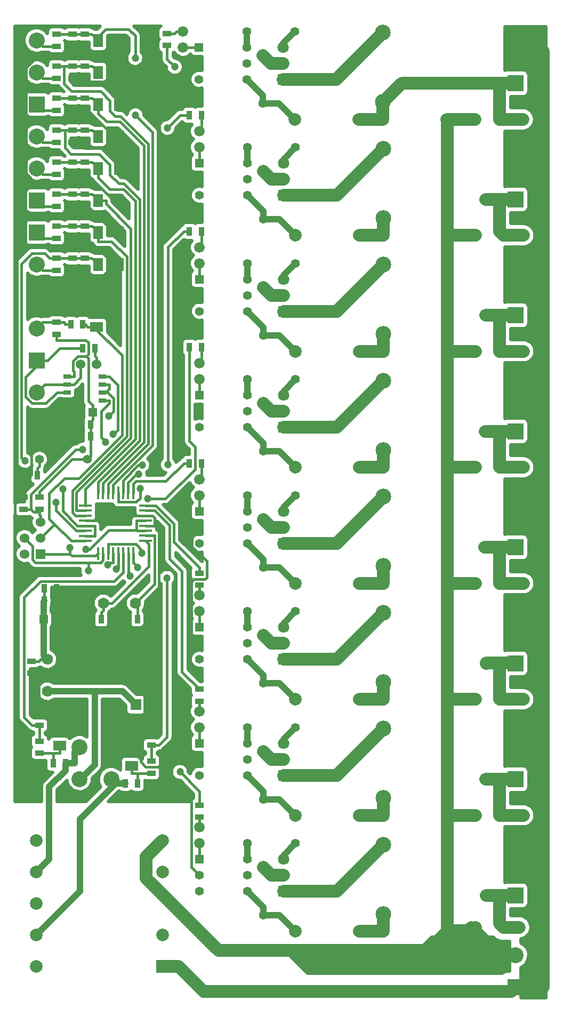
<source format=gbl>
G04 (created by PCBNEW (2013-07-07 BZR 4022)-stable) date 2014.08.18 14:47:36*
%MOIN*%
G04 Gerber Fmt 3.4, Leading zero omitted, Abs format*
%FSLAX34Y34*%
G01*
G70*
G90*
G04 APERTURE LIST*
%ADD10C,0.00590551*%
%ADD11C,0.1*%
%ADD12R,0.1X0.1*%
%ADD13R,0.0787X0.0177*%
%ADD14R,0.0177X0.0787*%
%ADD15R,0.0708661X0.0708661*%
%ADD16C,0.0708661*%
%ADD17R,0.0787402X0.0787402*%
%ADD18C,0.0787402*%
%ADD19R,0.05X0.025*%
%ADD20R,0.06X0.08*%
%ADD21R,0.08X0.06*%
%ADD22R,0.055X0.035*%
%ADD23R,0.035X0.055*%
%ADD24R,0.06X0.06*%
%ADD25C,0.06*%
%ADD26C,0.07*%
%ADD27R,0.07X0.07*%
%ADD28C,0.066*%
%ADD29R,0.055X0.055*%
%ADD30C,0.055*%
%ADD31C,0.0787*%
%ADD32C,0.0984252*%
%ADD33C,0.0472441*%
%ADD34C,0.0590551*%
%ADD35C,0.015748*%
%ADD36C,0.0393701*%
%ADD37C,0.0787402*%
%ADD38C,0.019685*%
G04 APERTURE END LIST*
G54D10*
G54D11*
X28250Y-57500D03*
X26250Y-57500D03*
X28234Y-59484D03*
X26266Y-59484D03*
X23578Y-27318D03*
X23578Y-29318D03*
G54D12*
X23578Y-25318D03*
G54D11*
X23578Y-31318D03*
G54D13*
X30396Y-44593D03*
X30396Y-44278D03*
X30396Y-43963D03*
X30396Y-43648D03*
X30396Y-43333D03*
X30396Y-43018D03*
X30396Y-42703D03*
X30396Y-42388D03*
X26630Y-42390D03*
X26630Y-44600D03*
X26630Y-44280D03*
X26630Y-43960D03*
X26630Y-43650D03*
X26630Y-43330D03*
X26630Y-43020D03*
X26630Y-42700D03*
G54D14*
X29612Y-41600D03*
X29298Y-41600D03*
X28982Y-41600D03*
X28668Y-41600D03*
X28352Y-41600D03*
X28038Y-41600D03*
X27722Y-41600D03*
X27408Y-41600D03*
X29610Y-45380D03*
X29300Y-45380D03*
X28980Y-45380D03*
X28670Y-45380D03*
X28360Y-45380D03*
X28040Y-45380D03*
X27720Y-45380D03*
X27400Y-45380D03*
G54D15*
X39000Y-23000D03*
G54D16*
X39000Y-22000D03*
X39000Y-21000D03*
G54D15*
X39000Y-37500D03*
G54D16*
X39000Y-36500D03*
X39000Y-35500D03*
G54D15*
X39000Y-52000D03*
G54D16*
X39000Y-51000D03*
X39000Y-50000D03*
G54D15*
X39000Y-59250D03*
G54D16*
X39000Y-58250D03*
X39000Y-57250D03*
G54D15*
X38980Y-15755D03*
G54D16*
X38980Y-14755D03*
X38980Y-13755D03*
G54D15*
X39000Y-44750D03*
G54D16*
X39000Y-43750D03*
X39000Y-42750D03*
G54D15*
X39000Y-66500D03*
G54D16*
X39000Y-65500D03*
X39000Y-64500D03*
G54D15*
X39000Y-30250D03*
G54D16*
X39000Y-29250D03*
X39000Y-28250D03*
G54D17*
X31437Y-71187D03*
G54D18*
X31437Y-69218D03*
X31437Y-65281D03*
X31437Y-63312D03*
X23562Y-63312D03*
X23562Y-65281D03*
X23562Y-67250D03*
X23562Y-69218D03*
X23562Y-71187D03*
G54D19*
X27678Y-34318D03*
X27678Y-34818D03*
X27678Y-35318D03*
X27678Y-35818D03*
X25478Y-35818D03*
X25478Y-35318D03*
X25478Y-34818D03*
X25478Y-34318D03*
G54D20*
X28728Y-19318D03*
X27428Y-19318D03*
X28728Y-21318D03*
X27428Y-21318D03*
X28728Y-23318D03*
X27428Y-23318D03*
X28728Y-13318D03*
X27428Y-13318D03*
X28728Y-17318D03*
X27428Y-17318D03*
X28728Y-15318D03*
X27428Y-15318D03*
X28728Y-27318D03*
X27428Y-27318D03*
G54D21*
X25000Y-57400D03*
X25000Y-56100D03*
G54D20*
X28728Y-25318D03*
X27428Y-25318D03*
G54D21*
X27328Y-29918D03*
X27328Y-31218D03*
X29500Y-58650D03*
X29500Y-57350D03*
G54D22*
X23250Y-52125D03*
X23250Y-52875D03*
X23750Y-41875D03*
X23750Y-42625D03*
G54D23*
X23625Y-40500D03*
X22875Y-40500D03*
X26453Y-32568D03*
X27203Y-32568D03*
G54D22*
X22750Y-42625D03*
X22750Y-41875D03*
G54D23*
X29125Y-49500D03*
X29875Y-49500D03*
G54D22*
X23750Y-56125D03*
X23750Y-55375D03*
X30750Y-57375D03*
X30750Y-56625D03*
G54D23*
X24056Y-48328D03*
X24806Y-48328D03*
X24056Y-47578D03*
X24806Y-47578D03*
X26953Y-37318D03*
X26203Y-37318D03*
X26953Y-38068D03*
X26203Y-38068D03*
G54D22*
X23750Y-57125D03*
X23750Y-57875D03*
X30750Y-58375D03*
X30750Y-59125D03*
X24828Y-31693D03*
X24828Y-30943D03*
G54D23*
X25703Y-31068D03*
X26453Y-31068D03*
X33125Y-32500D03*
X33875Y-32500D03*
G54D22*
X24828Y-17693D03*
X24828Y-16943D03*
X25828Y-19693D03*
X25828Y-18943D03*
X26578Y-18943D03*
X26578Y-19693D03*
X24828Y-19693D03*
X24828Y-18943D03*
X25828Y-21693D03*
X25828Y-20943D03*
X26578Y-20943D03*
X26578Y-21693D03*
X24828Y-21693D03*
X24828Y-20943D03*
X25828Y-23693D03*
X25828Y-22943D03*
X26578Y-22943D03*
X26578Y-23693D03*
X24828Y-23693D03*
X24828Y-22943D03*
G54D23*
X28375Y-49500D03*
X27625Y-49500D03*
X33125Y-25250D03*
X33875Y-25250D03*
G54D22*
X33750Y-61125D03*
X33750Y-61875D03*
X33750Y-53875D03*
X33750Y-54625D03*
X33750Y-46625D03*
X33750Y-47375D03*
G54D23*
X33125Y-39750D03*
X33875Y-39750D03*
X33125Y-18000D03*
X33875Y-18000D03*
G54D22*
X31730Y-13630D03*
X31730Y-12880D03*
X26578Y-16943D03*
X26578Y-17693D03*
X25828Y-25693D03*
X25828Y-24943D03*
X26578Y-24943D03*
X26578Y-25693D03*
X24828Y-25693D03*
X24828Y-24943D03*
X25828Y-27693D03*
X25828Y-26943D03*
X26578Y-26943D03*
X26578Y-27693D03*
X24828Y-27693D03*
X24828Y-26943D03*
X25828Y-13693D03*
X25828Y-12943D03*
X26578Y-12943D03*
X26578Y-13693D03*
X24828Y-13693D03*
X24828Y-12943D03*
X25828Y-15693D03*
X25828Y-14943D03*
X26578Y-14943D03*
X26578Y-15693D03*
X24828Y-15693D03*
X24828Y-14943D03*
X25828Y-17693D03*
X25828Y-16943D03*
G54D24*
X23818Y-45421D03*
G54D25*
X22818Y-45421D03*
X23818Y-44421D03*
X22818Y-44421D03*
X23818Y-43421D03*
X22818Y-43421D03*
X26328Y-33568D03*
X27328Y-33568D03*
G54D26*
X24250Y-54000D03*
G54D27*
X24250Y-53000D03*
G54D26*
X24250Y-52000D03*
G54D28*
X33750Y-48000D03*
X33750Y-49000D03*
X33750Y-55250D03*
X33750Y-56250D03*
X33750Y-62500D03*
X33750Y-63500D03*
X33750Y-40750D03*
X33750Y-41750D03*
X33750Y-33500D03*
X33750Y-34500D03*
X33750Y-26250D03*
X33750Y-27250D03*
X33750Y-19000D03*
X33750Y-20000D03*
X32730Y-12755D03*
X32730Y-13755D03*
G54D29*
X33750Y-35500D03*
G54D30*
X33750Y-36500D03*
X33750Y-37500D03*
X36750Y-37500D03*
X36750Y-36500D03*
X36750Y-35500D03*
G54D29*
X33750Y-64500D03*
G54D30*
X33750Y-65500D03*
X33750Y-66500D03*
X36750Y-66500D03*
X36750Y-65500D03*
X36750Y-64500D03*
G54D29*
X33750Y-57250D03*
G54D30*
X33750Y-58250D03*
X33750Y-59250D03*
X36750Y-59250D03*
X36750Y-58250D03*
X36750Y-57250D03*
G54D29*
X33750Y-50000D03*
G54D30*
X33750Y-51000D03*
X33750Y-52000D03*
X36750Y-52000D03*
X36750Y-51000D03*
X36750Y-50000D03*
G54D29*
X33750Y-42750D03*
G54D30*
X33750Y-43750D03*
X33750Y-44750D03*
X36750Y-44750D03*
X36750Y-43750D03*
X36750Y-42750D03*
G54D29*
X33750Y-28250D03*
G54D30*
X33750Y-29250D03*
X33750Y-30250D03*
X36750Y-30250D03*
X36750Y-29250D03*
X36750Y-28250D03*
G54D29*
X33750Y-21000D03*
G54D30*
X33750Y-22000D03*
X33750Y-23000D03*
X36750Y-23000D03*
X36750Y-22000D03*
X36750Y-21000D03*
G54D29*
X33730Y-13755D03*
G54D30*
X33730Y-14755D03*
X33730Y-15755D03*
X36730Y-15755D03*
X36730Y-14755D03*
X36730Y-13755D03*
G54D12*
X23578Y-33318D03*
G54D11*
X23578Y-35318D03*
X23578Y-37318D03*
G54D12*
X23578Y-17318D03*
G54D11*
X23578Y-15318D03*
X23578Y-13318D03*
G54D12*
X23578Y-23318D03*
G54D11*
X23578Y-21318D03*
X23578Y-19318D03*
G54D12*
X53500Y-23250D03*
G54D11*
X53500Y-21250D03*
G54D12*
X53500Y-66750D03*
G54D11*
X53500Y-64750D03*
G54D12*
X53500Y-37750D03*
G54D11*
X53500Y-35750D03*
G54D12*
X53500Y-52250D03*
G54D11*
X53500Y-50250D03*
G54D12*
X53500Y-30500D03*
G54D11*
X53500Y-28500D03*
G54D12*
X53500Y-45000D03*
G54D11*
X53500Y-43000D03*
G54D12*
X53500Y-72500D03*
G54D11*
X53500Y-70500D03*
G54D12*
X53500Y-16000D03*
G54D11*
X53500Y-14000D03*
G54D12*
X53500Y-59500D03*
G54D11*
X53500Y-57500D03*
G54D29*
X24000Y-49500D03*
G54D30*
X25000Y-49500D03*
G54D29*
X27078Y-36568D03*
G54D30*
X26078Y-36568D03*
G54D31*
X39730Y-18255D03*
X43730Y-18255D03*
X39750Y-69000D03*
X43750Y-69000D03*
X39750Y-40000D03*
X43750Y-40000D03*
X39750Y-25500D03*
X43750Y-25500D03*
X39750Y-54500D03*
X43750Y-54500D03*
X39750Y-47250D03*
X43750Y-47250D03*
X39750Y-61750D03*
X43750Y-61750D03*
X39750Y-32750D03*
X43750Y-32750D03*
X49230Y-18255D03*
X45230Y-18255D03*
X49250Y-25500D03*
X45250Y-25500D03*
X49250Y-32750D03*
X45250Y-32750D03*
X49250Y-54500D03*
X45250Y-54500D03*
X49250Y-47250D03*
X45250Y-47250D03*
X49250Y-40000D03*
X45250Y-40000D03*
X49250Y-61750D03*
X45250Y-61750D03*
X49250Y-69000D03*
X45250Y-69000D03*
G54D30*
X26750Y-39500D03*
X23750Y-39500D03*
G54D16*
X50750Y-68750D03*
X53750Y-68750D03*
X51000Y-40000D03*
X54000Y-40000D03*
X51000Y-61750D03*
X54000Y-61750D03*
X51000Y-47250D03*
X54000Y-47250D03*
X51000Y-54500D03*
X54000Y-54500D03*
X50980Y-18255D03*
X53980Y-18255D03*
X51000Y-25500D03*
X54000Y-25500D03*
X51000Y-32750D03*
X54000Y-32750D03*
G54D32*
X45250Y-20084D03*
X45250Y-24415D03*
X45250Y-27334D03*
X45250Y-31665D03*
X45250Y-49084D03*
X45250Y-53415D03*
X45250Y-41834D03*
X45250Y-46165D03*
X45250Y-34584D03*
X45250Y-38915D03*
X45250Y-56334D03*
X45250Y-60665D03*
X45250Y-63584D03*
X45250Y-67915D03*
G54D30*
X39750Y-41750D03*
X36750Y-41750D03*
X39750Y-27250D03*
X36750Y-27250D03*
X39750Y-49000D03*
X36750Y-49000D03*
X39750Y-63500D03*
X36750Y-63500D03*
X39750Y-20000D03*
X36750Y-20000D03*
X39750Y-34500D03*
X36750Y-34500D03*
X39750Y-56250D03*
X36750Y-56250D03*
X39730Y-12755D03*
X36730Y-12755D03*
X37750Y-28750D03*
X37750Y-31750D03*
X37750Y-43250D03*
X37750Y-46250D03*
X37750Y-50500D03*
X37750Y-53500D03*
X37750Y-21500D03*
X37750Y-24500D03*
X37730Y-14255D03*
X37730Y-17255D03*
X37750Y-65000D03*
X37750Y-68000D03*
X37750Y-36000D03*
X37750Y-39000D03*
X37750Y-57750D03*
X37750Y-60750D03*
G54D32*
X45230Y-12840D03*
X45230Y-17171D03*
G54D23*
X24625Y-58500D03*
X25375Y-58500D03*
X29875Y-59750D03*
X29125Y-59750D03*
G54D27*
X29781Y-54842D03*
G54D26*
X29781Y-52842D03*
X29750Y-48500D03*
X27750Y-48500D03*
G54D33*
X26660Y-45130D03*
G54D34*
X42250Y-70750D03*
X41250Y-70750D03*
G54D33*
X29735Y-14418D03*
X29757Y-18009D03*
X22836Y-39602D03*
X24787Y-42188D03*
X31727Y-46913D03*
X29417Y-46780D03*
X27892Y-38417D03*
X29946Y-40433D03*
X25664Y-45044D03*
X28076Y-36798D03*
X26811Y-46470D03*
X30504Y-41960D03*
X32534Y-59043D03*
X29892Y-46276D03*
X51674Y-66768D03*
X25213Y-41367D03*
X51690Y-52245D03*
X51666Y-30501D03*
X51626Y-37752D03*
X51661Y-23250D03*
X51653Y-59497D03*
X51582Y-45002D03*
X32206Y-14971D03*
X28554Y-46366D03*
X31750Y-18795D03*
X28004Y-46109D03*
X31777Y-39823D03*
X30163Y-45360D03*
X26452Y-38902D03*
X30035Y-41314D03*
X28346Y-37940D03*
X30168Y-39862D03*
G54D35*
X23250Y-52125D02*
X23702Y-52125D01*
X24250Y-52000D02*
X24000Y-52000D01*
X23827Y-52000D02*
X23702Y-52125D01*
X24000Y-52000D02*
X23827Y-52000D01*
G54D36*
X24000Y-49500D02*
X24000Y-48384D01*
X24000Y-48384D02*
X24056Y-48328D01*
X24000Y-49500D02*
X24000Y-51750D01*
X24000Y-51750D02*
X24250Y-52000D01*
G54D35*
X24056Y-48328D02*
X24056Y-47578D01*
X26953Y-37146D02*
X26953Y-37318D01*
X27078Y-37021D02*
X26953Y-37146D01*
X27078Y-36568D02*
X27078Y-37021D01*
X25478Y-34318D02*
X25906Y-34318D01*
X26953Y-37318D02*
X26953Y-37771D01*
X26953Y-38068D02*
X26953Y-37771D01*
X24828Y-31693D02*
X24828Y-32046D01*
X27078Y-36568D02*
X27078Y-36116D01*
X26820Y-35858D02*
X27078Y-36116D01*
X26820Y-33207D02*
X26820Y-35858D01*
X26669Y-33056D02*
X26820Y-33207D01*
X26806Y-32919D02*
X26669Y-33056D01*
X26806Y-32197D02*
X26806Y-32919D01*
X26654Y-32046D02*
X26806Y-32197D01*
X24828Y-32046D02*
X26654Y-32046D01*
X25906Y-34016D02*
X25906Y-34318D01*
X25839Y-33950D02*
X25906Y-34016D01*
X25839Y-33375D02*
X25839Y-33950D01*
X26158Y-33056D02*
X25839Y-33375D01*
X26669Y-33056D02*
X26158Y-33056D01*
X30395Y-43332D02*
X29825Y-43332D01*
X30395Y-43962D02*
X29889Y-43962D01*
X26953Y-38068D02*
X26953Y-38521D01*
X23750Y-41875D02*
X23750Y-41522D01*
X25772Y-39500D02*
X26750Y-39500D01*
X23750Y-41522D02*
X25772Y-39500D01*
X29857Y-43962D02*
X29825Y-43930D01*
X29889Y-43962D02*
X29857Y-43962D01*
X29825Y-43930D02*
X29825Y-43332D01*
X26953Y-39296D02*
X26953Y-38521D01*
X26750Y-39500D02*
X26953Y-39296D01*
X26879Y-45130D02*
X26660Y-45130D01*
X28079Y-43930D02*
X26879Y-45130D01*
X29825Y-43930D02*
X28079Y-43930D01*
G54D37*
X42250Y-70750D02*
X42250Y-70210D01*
X41250Y-70750D02*
X41383Y-70210D01*
X53500Y-70500D02*
X52500Y-70500D01*
X50875Y-68875D02*
X50750Y-68750D01*
X52500Y-70500D02*
X50875Y-68875D01*
X38250Y-58250D02*
X39000Y-58250D01*
X37750Y-57750D02*
X38250Y-58250D01*
X38230Y-14755D02*
X38980Y-14755D01*
X37730Y-14255D02*
X38230Y-14755D01*
X38250Y-22000D02*
X39000Y-22000D01*
X37750Y-21500D02*
X38250Y-22000D01*
X38250Y-43750D02*
X39000Y-43750D01*
X37750Y-43250D02*
X38250Y-43750D01*
X38250Y-29250D02*
X39000Y-29250D01*
X37750Y-28750D02*
X38250Y-29250D01*
X38250Y-36500D02*
X37750Y-36000D01*
X39000Y-36500D02*
X38250Y-36500D01*
X38250Y-51000D02*
X37750Y-50500D01*
X39000Y-51000D02*
X38250Y-51000D01*
X49250Y-54500D02*
X49250Y-47250D01*
X49250Y-40000D02*
X49250Y-47250D01*
X51000Y-47250D02*
X49250Y-47250D01*
X51000Y-25500D02*
X49250Y-25500D01*
X49269Y-18255D02*
X49250Y-18275D01*
X50980Y-18255D02*
X49269Y-18255D01*
X49250Y-18275D02*
X49230Y-18255D01*
X49250Y-54500D02*
X51000Y-54500D01*
X38250Y-65500D02*
X37750Y-65000D01*
X39000Y-65500D02*
X38250Y-65500D01*
X49250Y-54500D02*
X49250Y-61750D01*
X49250Y-25500D02*
X49250Y-18275D01*
X49250Y-32750D02*
X49250Y-25500D01*
X51000Y-40000D02*
X49250Y-40000D01*
X51000Y-32750D02*
X49250Y-32750D01*
X49250Y-32750D02*
X49250Y-40000D01*
X51000Y-61750D02*
X49250Y-61750D01*
X49250Y-68921D02*
X49289Y-68960D01*
X49250Y-61750D02*
X49250Y-68921D01*
X49289Y-68960D02*
X49250Y-69000D01*
X50789Y-68960D02*
X51000Y-68750D01*
X49289Y-68960D02*
X50789Y-68960D01*
X34942Y-70210D02*
X41383Y-70210D01*
X31437Y-63312D02*
X30431Y-64318D01*
X30431Y-64318D02*
X30431Y-65699D01*
X30431Y-65699D02*
X34942Y-70210D01*
X48039Y-70210D02*
X49250Y-69000D01*
X42250Y-70210D02*
X48039Y-70210D01*
X41383Y-70210D02*
X42250Y-70210D01*
X32421Y-71187D02*
X32437Y-71187D01*
X31437Y-71187D02*
X32421Y-71187D01*
X53250Y-72750D02*
X53500Y-72500D01*
X34000Y-72750D02*
X53250Y-72750D01*
X32437Y-71187D02*
X34000Y-72750D01*
X53500Y-64750D02*
X55250Y-64750D01*
X53500Y-57500D02*
X55250Y-57500D01*
X53500Y-50250D02*
X55250Y-50250D01*
X53500Y-43000D02*
X55250Y-43000D01*
X53500Y-35750D02*
X55250Y-35750D01*
X53500Y-28500D02*
X55250Y-28500D01*
X53500Y-21250D02*
X55250Y-21250D01*
X53500Y-72500D02*
X55250Y-72500D01*
X55250Y-14000D02*
X53500Y-14000D01*
X55250Y-72500D02*
X55250Y-64750D01*
X55250Y-64750D02*
X55250Y-57500D01*
X55250Y-57500D02*
X55250Y-50250D01*
X55250Y-50250D02*
X55250Y-43000D01*
X55250Y-43000D02*
X55250Y-35750D01*
X55250Y-35750D02*
X55250Y-28500D01*
X55250Y-28500D02*
X55250Y-21250D01*
X55250Y-21250D02*
X55250Y-14000D01*
G54D35*
X26578Y-22943D02*
X27053Y-22943D01*
X27053Y-22943D02*
X27428Y-23318D01*
X24828Y-22943D02*
X25828Y-22943D01*
X27428Y-23318D02*
X27906Y-23318D01*
X27906Y-23318D02*
X27906Y-23536D01*
X27906Y-23536D02*
X29464Y-25094D01*
X29464Y-25094D02*
X29464Y-38158D01*
X29464Y-38158D02*
X26059Y-41563D01*
X26059Y-41563D02*
X26059Y-42700D01*
X26630Y-42700D02*
X26059Y-42700D01*
X25828Y-22943D02*
X26578Y-22943D01*
X26578Y-20943D02*
X27053Y-20943D01*
X27053Y-20943D02*
X27428Y-21318D01*
X24828Y-20943D02*
X25828Y-20943D01*
X27428Y-21318D02*
X27428Y-21896D01*
X27428Y-21896D02*
X28147Y-22615D01*
X28147Y-22615D02*
X29001Y-22615D01*
X29001Y-22615D02*
X29740Y-23354D01*
X29740Y-23354D02*
X29740Y-38244D01*
X29740Y-38244D02*
X26630Y-41354D01*
X26630Y-41354D02*
X26630Y-42390D01*
X25828Y-20943D02*
X26578Y-20943D01*
X26578Y-18943D02*
X27053Y-18943D01*
X27053Y-18943D02*
X27428Y-19318D01*
X25828Y-18943D02*
X26578Y-18943D01*
X27407Y-41600D02*
X27407Y-41029D01*
X27407Y-40938D02*
X27407Y-41029D01*
X30013Y-38333D02*
X27407Y-40938D01*
X30013Y-23265D02*
X30013Y-38333D01*
X29016Y-22268D02*
X30013Y-23265D01*
X28700Y-22268D02*
X29016Y-22268D01*
X28162Y-21730D02*
X28700Y-22268D01*
X28162Y-21101D02*
X28162Y-21730D01*
X27479Y-20418D02*
X28162Y-21101D01*
X25722Y-20418D02*
X27479Y-20418D01*
X25333Y-20030D02*
X25722Y-20418D01*
X25333Y-18943D02*
X25333Y-20030D01*
X25828Y-18943D02*
X25333Y-18943D01*
X25333Y-18943D02*
X24828Y-18943D01*
X26578Y-16943D02*
X27053Y-16943D01*
X27053Y-16943D02*
X27428Y-17318D01*
X25828Y-16943D02*
X26578Y-16943D01*
X25828Y-16943D02*
X24828Y-16943D01*
X27722Y-40987D02*
X27722Y-41600D01*
X27428Y-17318D02*
X27428Y-17896D01*
X27428Y-17896D02*
X27937Y-18405D01*
X27937Y-18405D02*
X28794Y-18405D01*
X28794Y-18405D02*
X30292Y-19902D01*
X30292Y-19902D02*
X30292Y-38416D01*
X30292Y-38416D02*
X27722Y-40987D01*
X26578Y-14943D02*
X27053Y-14943D01*
X27053Y-14943D02*
X27428Y-15318D01*
X25828Y-14943D02*
X26578Y-14943D01*
X28037Y-41033D02*
X28037Y-41600D01*
X30550Y-38520D02*
X28037Y-41033D01*
X30550Y-19798D02*
X30550Y-38520D01*
X28810Y-18058D02*
X30550Y-19798D01*
X28493Y-18058D02*
X28810Y-18058D01*
X28162Y-17727D02*
X28493Y-18058D01*
X28162Y-17083D02*
X28162Y-17727D01*
X27569Y-16490D02*
X28162Y-17083D01*
X25765Y-16490D02*
X27569Y-16490D01*
X25299Y-16025D02*
X25765Y-16490D01*
X25299Y-14943D02*
X25299Y-16025D01*
X25828Y-14943D02*
X25299Y-14943D01*
X25299Y-14943D02*
X24828Y-14943D01*
X24828Y-12943D02*
X25828Y-12943D01*
X27428Y-13318D02*
X27190Y-13318D01*
X25828Y-12943D02*
X26578Y-12943D01*
X26578Y-12943D02*
X27031Y-12943D01*
X30816Y-19069D02*
X29757Y-18009D01*
X30816Y-38616D02*
X30816Y-19069D01*
X28352Y-41081D02*
X30816Y-38616D01*
X28352Y-41600D02*
X28352Y-41081D01*
X27190Y-13102D02*
X27031Y-12943D01*
X27190Y-13318D02*
X27190Y-13102D01*
X27894Y-12614D02*
X27190Y-13318D01*
X29315Y-12614D02*
X27894Y-12614D01*
X29735Y-13034D02*
X29315Y-12614D01*
X29735Y-14418D02*
X29735Y-13034D01*
X25828Y-26943D02*
X26578Y-26943D01*
X24787Y-42688D02*
X26059Y-43960D01*
X24787Y-42188D02*
X24787Y-42688D01*
X26630Y-43960D02*
X26059Y-43960D01*
X24828Y-26943D02*
X25828Y-26943D01*
X24067Y-26634D02*
X24376Y-26943D01*
X23280Y-26634D02*
X24067Y-26634D01*
X22630Y-27284D02*
X23280Y-26634D01*
X22630Y-39397D02*
X22630Y-27284D01*
X22836Y-39602D02*
X22630Y-39397D01*
X24828Y-26943D02*
X24376Y-26943D01*
X26578Y-26943D02*
X27031Y-26943D01*
X27406Y-27318D02*
X27031Y-26943D01*
X27428Y-27318D02*
X27406Y-27318D01*
X26578Y-24943D02*
X27053Y-24943D01*
X27053Y-24943D02*
X27428Y-25318D01*
X24828Y-24943D02*
X25828Y-24943D01*
X25828Y-24943D02*
X26578Y-24943D01*
X26000Y-43020D02*
X26630Y-43020D01*
X27428Y-25318D02*
X27428Y-25896D01*
X27428Y-25896D02*
X28259Y-25896D01*
X28259Y-25896D02*
X29206Y-26842D01*
X29206Y-26842D02*
X29206Y-38054D01*
X29206Y-38054D02*
X25801Y-41459D01*
X25801Y-41459D02*
X25801Y-42820D01*
X25801Y-42820D02*
X26000Y-43020D01*
X29300Y-46662D02*
X29417Y-46780D01*
X29300Y-45380D02*
X29300Y-46662D01*
X30750Y-57375D02*
X30750Y-58375D01*
X31727Y-56849D02*
X31727Y-46913D01*
X31202Y-57375D02*
X31727Y-56849D01*
X30750Y-57375D02*
X31202Y-57375D01*
X28980Y-45380D02*
X28980Y-45950D01*
X23750Y-57125D02*
X23750Y-56125D01*
X22797Y-55624D02*
X23297Y-56125D01*
X22797Y-48135D02*
X22797Y-55624D01*
X23809Y-47123D02*
X22797Y-48135D01*
X28410Y-47123D02*
X23809Y-47123D01*
X28980Y-46554D02*
X28410Y-47123D01*
X28980Y-45950D02*
X28980Y-46554D01*
X23750Y-56125D02*
X23297Y-56125D01*
X27678Y-35818D02*
X28106Y-35818D01*
X29831Y-40433D02*
X29946Y-40433D01*
X29297Y-40966D02*
X29831Y-40433D01*
X29297Y-41600D02*
X29297Y-40966D01*
X27607Y-38132D02*
X27892Y-38417D01*
X27607Y-36509D02*
X27607Y-38132D01*
X28081Y-36035D02*
X27607Y-36509D01*
X28081Y-36035D02*
X28081Y-36035D01*
X28106Y-36010D02*
X28081Y-36035D01*
X28106Y-35818D02*
X28106Y-36010D01*
X24806Y-48328D02*
X24806Y-48781D01*
X23250Y-52875D02*
X23702Y-52875D01*
X28728Y-27318D02*
X28251Y-27318D01*
X26203Y-38068D02*
X26203Y-37318D01*
X24806Y-47578D02*
X24806Y-48328D01*
X25000Y-48974D02*
X25000Y-49500D01*
X24806Y-48781D02*
X25000Y-48974D01*
X24250Y-53000D02*
X23786Y-53000D01*
X26578Y-25693D02*
X26578Y-26046D01*
X33242Y-50492D02*
X33750Y-51000D01*
X33242Y-47157D02*
X33242Y-50492D01*
X33400Y-47000D02*
X33242Y-47157D01*
X34085Y-47000D02*
X33400Y-47000D01*
X34202Y-46883D02*
X34085Y-47000D01*
X34202Y-45873D02*
X34202Y-46883D01*
X33289Y-44960D02*
X34202Y-45873D01*
X33289Y-44210D02*
X33289Y-44960D01*
X33750Y-43750D02*
X33289Y-44210D01*
X28375Y-49500D02*
X29125Y-49500D01*
X23722Y-52895D02*
X23702Y-52875D01*
X23722Y-53000D02*
X23722Y-52895D01*
X23786Y-53000D02*
X23722Y-53000D01*
X23722Y-54995D02*
X23750Y-55022D01*
X23722Y-53000D02*
X23722Y-54995D01*
X23750Y-55375D02*
X23750Y-55198D01*
X23750Y-55198D02*
X23750Y-55022D01*
X24576Y-55198D02*
X25000Y-55622D01*
X23750Y-55198D02*
X24576Y-55198D01*
X25000Y-56100D02*
X25000Y-55622D01*
X25828Y-27693D02*
X25828Y-27870D01*
X26578Y-27693D02*
X26126Y-27693D01*
X26578Y-15693D02*
X26578Y-15870D01*
X26457Y-15870D02*
X26281Y-15693D01*
X26578Y-15870D02*
X26457Y-15870D01*
X25828Y-15693D02*
X26281Y-15693D01*
X26578Y-13693D02*
X26281Y-13693D01*
X28251Y-23181D02*
X28251Y-23318D01*
X26763Y-21693D02*
X28251Y-23181D01*
X26578Y-21693D02*
X26763Y-21693D01*
X28728Y-23318D02*
X28251Y-23318D01*
X28400Y-25318D02*
X28728Y-25318D01*
X26775Y-23693D02*
X28400Y-25318D01*
X26578Y-23693D02*
X26775Y-23693D01*
X28728Y-17318D02*
X28728Y-16741D01*
X25828Y-25693D02*
X26578Y-25693D01*
X25828Y-25693D02*
X25828Y-26046D01*
X26203Y-36693D02*
X26203Y-37318D01*
X26078Y-36568D02*
X26203Y-36693D01*
X25265Y-35818D02*
X25328Y-35818D01*
X25265Y-35818D02*
X25051Y-35818D01*
X25478Y-35818D02*
X25328Y-35818D01*
X25328Y-35818D02*
X26078Y-36568D01*
X25828Y-23693D02*
X25828Y-23870D01*
X25950Y-23870D02*
X26126Y-23693D01*
X25828Y-23870D02*
X25950Y-23870D01*
X26578Y-23693D02*
X26126Y-23693D01*
X25828Y-21693D02*
X25828Y-21870D01*
X25828Y-21870D02*
X25828Y-22046D01*
X25950Y-21870D02*
X26126Y-21693D01*
X25828Y-21870D02*
X25950Y-21870D01*
X26578Y-21693D02*
X26126Y-21693D01*
X25828Y-19693D02*
X26281Y-19693D01*
X26578Y-19693D02*
X26281Y-19693D01*
X22875Y-40500D02*
X22875Y-40952D01*
X25051Y-35846D02*
X25051Y-35818D01*
X23578Y-37318D02*
X25051Y-35846D01*
X23250Y-37647D02*
X23578Y-37318D01*
X23250Y-40476D02*
X23250Y-37647D01*
X23227Y-40500D02*
X23250Y-40476D01*
X22875Y-40500D02*
X23227Y-40500D01*
X22875Y-40500D02*
X22522Y-40500D01*
X28728Y-13318D02*
X28251Y-13318D01*
X28728Y-19318D02*
X28251Y-19318D01*
X28728Y-16741D02*
X27865Y-15878D01*
X27847Y-15896D02*
X27865Y-15878D01*
X26604Y-15896D02*
X27847Y-15896D01*
X26578Y-15870D02*
X26604Y-15896D01*
X28251Y-15492D02*
X28251Y-15318D01*
X27865Y-15878D02*
X28251Y-15492D01*
X28728Y-15318D02*
X28251Y-15318D01*
X28251Y-19169D02*
X28251Y-19318D01*
X26775Y-17693D02*
X28251Y-19169D01*
X26578Y-17693D02*
X26775Y-17693D01*
X28728Y-21318D02*
X28728Y-20741D01*
X29500Y-57350D02*
X29500Y-57588D01*
X29500Y-57588D02*
X29500Y-57827D01*
X28338Y-57588D02*
X28250Y-57500D01*
X29500Y-57588D02*
X28338Y-57588D01*
X31256Y-18045D02*
X30848Y-17637D01*
X31256Y-19506D02*
X31256Y-18045D01*
X33750Y-22000D02*
X31256Y-19506D01*
X30529Y-17318D02*
X30848Y-17637D01*
X28728Y-17318D02*
X30529Y-17318D01*
X30848Y-17637D02*
X33730Y-14755D01*
X22750Y-41077D02*
X22750Y-41875D01*
X22875Y-40952D02*
X22750Y-41077D01*
X25828Y-17693D02*
X25828Y-17870D01*
X25950Y-17870D02*
X26126Y-17693D01*
X25828Y-17870D02*
X25950Y-17870D01*
X26578Y-17693D02*
X26126Y-17693D01*
X30341Y-56272D02*
X30321Y-56253D01*
X30750Y-56272D02*
X30341Y-56272D01*
X29702Y-56872D02*
X29500Y-56872D01*
X30321Y-56253D02*
X29702Y-56872D01*
X29500Y-57350D02*
X29500Y-56872D01*
X30750Y-56625D02*
X30750Y-56272D01*
X25828Y-13693D02*
X26054Y-13693D01*
X26054Y-13693D02*
X26281Y-13693D01*
X30321Y-53382D02*
X29781Y-52842D01*
X30321Y-56253D02*
X30321Y-53382D01*
X30395Y-43647D02*
X30966Y-43647D01*
X29781Y-52842D02*
X29781Y-49981D01*
X28668Y-43017D02*
X30395Y-43017D01*
X28356Y-43330D02*
X28668Y-43017D01*
X26630Y-43330D02*
X28356Y-43330D01*
X30966Y-43167D02*
X30966Y-43647D01*
X30816Y-43017D02*
X30966Y-43167D01*
X30395Y-43017D02*
X30816Y-43017D01*
X22750Y-41875D02*
X22297Y-41875D01*
X28375Y-49500D02*
X28375Y-49841D01*
X25000Y-49500D02*
X25000Y-49981D01*
X25000Y-52250D02*
X24250Y-53000D01*
X25000Y-49981D02*
X25000Y-52250D01*
X28375Y-49981D02*
X28375Y-49841D01*
X25000Y-49981D02*
X28375Y-49981D01*
X28375Y-49981D02*
X29781Y-49981D01*
X31453Y-58727D02*
X31682Y-58957D01*
X30398Y-58727D02*
X31453Y-58727D01*
X30082Y-58410D02*
X30398Y-58727D01*
X30082Y-58260D02*
X30082Y-58410D01*
X29649Y-57827D02*
X30082Y-58260D01*
X29500Y-57827D02*
X29649Y-57827D01*
X32389Y-58250D02*
X31682Y-58957D01*
X33750Y-58250D02*
X32389Y-58250D01*
X33242Y-64992D02*
X33750Y-65500D01*
X33242Y-60516D02*
X33242Y-64992D01*
X31682Y-58957D02*
X33242Y-60516D01*
X30102Y-49981D02*
X29781Y-49981D01*
X31227Y-48856D02*
X30102Y-49981D01*
X31227Y-43908D02*
X31227Y-48856D01*
X30966Y-43647D02*
X31227Y-43908D01*
X22667Y-43421D02*
X22818Y-43421D01*
X22200Y-42953D02*
X22667Y-43421D01*
X22200Y-41972D02*
X22200Y-42953D01*
X22297Y-41875D02*
X22200Y-41972D01*
X26004Y-27693D02*
X25828Y-27870D01*
X26126Y-27693D02*
X26004Y-27693D01*
X25828Y-27995D02*
X25828Y-27870D01*
X24504Y-29318D02*
X25828Y-27995D01*
X23578Y-29318D02*
X24504Y-29318D01*
X26898Y-28013D02*
X27328Y-28013D01*
X26578Y-27693D02*
X26898Y-28013D01*
X27328Y-28013D02*
X27328Y-29918D01*
X28251Y-27465D02*
X28251Y-27318D01*
X27703Y-28013D02*
X28251Y-27465D01*
X27328Y-28013D02*
X27703Y-28013D01*
X28251Y-27175D02*
X28251Y-27318D01*
X27122Y-26046D02*
X28251Y-27175D01*
X26578Y-26046D02*
X27122Y-26046D01*
X28251Y-19553D02*
X27895Y-19908D01*
X28251Y-19318D02*
X28251Y-19553D01*
X27895Y-19908D02*
X28728Y-20741D01*
X26578Y-19693D02*
X26578Y-20046D01*
X27758Y-20046D02*
X27895Y-19908D01*
X26578Y-20046D02*
X27758Y-20046D01*
X25690Y-22184D02*
X25828Y-22046D01*
X23457Y-22184D02*
X25690Y-22184D01*
X22899Y-23891D02*
X23179Y-24171D01*
X22899Y-22742D02*
X22899Y-23891D01*
X23457Y-22184D02*
X22899Y-22742D01*
X25527Y-24171D02*
X25828Y-23870D01*
X23179Y-24171D02*
X25527Y-24171D01*
X22364Y-40341D02*
X22522Y-40500D01*
X22364Y-26803D02*
X22364Y-40341D01*
X23009Y-26158D02*
X22364Y-26803D01*
X22896Y-26046D02*
X23009Y-26158D01*
X22896Y-24453D02*
X22896Y-26046D01*
X23179Y-24171D02*
X22896Y-24453D01*
X25716Y-26158D02*
X25828Y-26046D01*
X23009Y-26158D02*
X25716Y-26158D01*
X22901Y-21627D02*
X23457Y-22184D01*
X22901Y-18568D02*
X22901Y-21627D01*
X23226Y-18243D02*
X22901Y-18568D01*
X22901Y-17918D02*
X23226Y-18243D01*
X22901Y-15030D02*
X22901Y-17918D01*
X23612Y-14318D02*
X22901Y-15030D01*
X25429Y-14318D02*
X23612Y-14318D01*
X26054Y-13693D02*
X25429Y-14318D01*
X25455Y-18243D02*
X25828Y-17870D01*
X23226Y-18243D02*
X25455Y-18243D01*
X28251Y-14490D02*
X27816Y-14054D01*
X28251Y-15318D02*
X28251Y-14490D01*
X26587Y-14054D02*
X27816Y-14054D01*
X26578Y-14046D02*
X26587Y-14054D01*
X28251Y-13619D02*
X28251Y-13318D01*
X27816Y-14054D02*
X28251Y-13619D01*
X26578Y-13693D02*
X26578Y-14046D01*
X23953Y-30943D02*
X23578Y-31318D01*
X24828Y-30943D02*
X23953Y-30943D01*
X25351Y-31014D02*
X25281Y-30943D01*
X25351Y-31068D02*
X25351Y-31014D01*
X24828Y-30943D02*
X25281Y-30943D01*
X25703Y-31068D02*
X25351Y-31068D01*
X27678Y-35318D02*
X27892Y-35318D01*
X27678Y-34818D02*
X28106Y-34818D01*
X23818Y-45421D02*
X24296Y-45421D01*
X27892Y-35318D02*
X27942Y-35269D01*
X28106Y-35105D02*
X28106Y-34818D01*
X27942Y-35269D02*
X28106Y-35105D01*
X28370Y-36504D02*
X28076Y-36798D01*
X28370Y-35697D02*
X28370Y-36504D01*
X27942Y-35269D02*
X28370Y-35697D01*
X25787Y-45544D02*
X25664Y-45421D01*
X27235Y-45544D02*
X25787Y-45544D01*
X27400Y-45380D02*
X27235Y-45544D01*
X25664Y-45421D02*
X24296Y-45421D01*
X25664Y-45421D02*
X25664Y-45044D01*
X33125Y-32500D02*
X33125Y-32952D01*
X31630Y-41960D02*
X30504Y-41960D01*
X33477Y-40113D02*
X31630Y-41960D01*
X33477Y-38719D02*
X33477Y-40113D01*
X33125Y-38366D02*
X33477Y-38719D01*
X33125Y-32952D02*
X33125Y-38366D01*
X23485Y-45950D02*
X26811Y-45950D01*
X23310Y-45775D02*
X23485Y-45950D01*
X23310Y-44912D02*
X23310Y-45775D01*
X22818Y-44421D02*
X23310Y-44912D01*
X27720Y-45809D02*
X27720Y-45380D01*
X27578Y-45950D02*
X27720Y-45809D01*
X26811Y-45950D02*
X27578Y-45950D01*
X26811Y-45950D02*
X26811Y-46470D01*
G54D37*
X42334Y-30250D02*
X39000Y-30250D01*
X45250Y-27334D02*
X42334Y-30250D01*
G54D35*
X33750Y-57250D02*
X33750Y-56250D01*
X33750Y-46625D02*
X33750Y-46272D01*
X30395Y-42387D02*
X30966Y-42387D01*
X31023Y-42387D02*
X30966Y-42387D01*
X32152Y-43517D02*
X31023Y-42387D01*
X32152Y-44675D02*
X32152Y-43517D01*
X33750Y-46272D02*
X32152Y-44675D01*
X32665Y-46500D02*
X32665Y-52790D01*
X30966Y-42702D02*
X31895Y-43631D01*
X31895Y-43631D02*
X31895Y-45730D01*
X31895Y-45730D02*
X32665Y-46500D01*
X30395Y-42702D02*
X30966Y-42702D01*
X32665Y-52790D02*
X33750Y-53875D01*
X29610Y-45380D02*
X29610Y-45950D01*
X29892Y-46233D02*
X29892Y-46276D01*
X29610Y-45950D02*
X29892Y-46233D01*
X33750Y-60258D02*
X32534Y-59043D01*
X33750Y-61125D02*
X33750Y-60258D01*
X24828Y-23693D02*
X23953Y-23693D01*
X23953Y-23693D02*
X23578Y-23318D01*
X33875Y-40625D02*
X33875Y-39750D01*
X33750Y-40750D02*
X33875Y-40625D01*
X33750Y-48000D02*
X33750Y-47375D01*
X33750Y-54625D02*
X33750Y-55250D01*
X33750Y-62500D02*
X33750Y-61875D01*
G54D36*
X26266Y-59484D02*
X26316Y-59484D01*
X27200Y-58600D02*
X27200Y-54000D01*
X26316Y-59484D02*
X27200Y-58600D01*
X24250Y-54000D02*
X27200Y-54000D01*
X27200Y-54000D02*
X28938Y-54000D01*
X28938Y-54000D02*
X29781Y-54842D01*
G54D37*
X42334Y-66500D02*
X39000Y-66500D01*
X45250Y-63584D02*
X42334Y-66500D01*
G54D36*
X36750Y-50000D02*
X36750Y-49000D01*
X39000Y-49750D02*
X39000Y-50000D01*
X39750Y-49000D02*
X39000Y-49750D01*
X38750Y-53500D02*
X39750Y-54500D01*
X37750Y-53500D02*
X38750Y-53500D01*
X37750Y-53000D02*
X36750Y-52000D01*
X37750Y-53500D02*
X37750Y-53000D01*
X39000Y-64250D02*
X39000Y-64500D01*
X39750Y-63500D02*
X39000Y-64250D01*
G54D37*
X52500Y-66768D02*
X52500Y-68500D01*
X52750Y-68750D02*
X53750Y-68750D01*
X52500Y-68500D02*
X52750Y-68750D01*
X51674Y-66768D02*
X52500Y-66768D01*
X52500Y-66768D02*
X53481Y-66768D01*
X53481Y-66768D02*
X53500Y-66750D01*
X51693Y-66750D02*
X51674Y-66768D01*
X45250Y-67915D02*
X45250Y-69000D01*
X45250Y-69000D02*
X43750Y-69000D01*
G54D36*
X38750Y-68000D02*
X39750Y-69000D01*
X37750Y-68000D02*
X38750Y-68000D01*
X37750Y-67500D02*
X36750Y-66500D01*
X37750Y-68000D02*
X37750Y-67500D01*
G54D37*
X42334Y-52000D02*
X39000Y-52000D01*
X45250Y-49084D02*
X42334Y-52000D01*
G54D35*
X33750Y-64500D02*
X33750Y-63500D01*
X26630Y-43650D02*
X26123Y-43650D01*
X27200Y-44280D02*
X27200Y-43650D01*
X26630Y-44280D02*
X27200Y-44280D01*
X26630Y-43650D02*
X27200Y-43650D01*
X25213Y-42740D02*
X25213Y-41367D01*
X26123Y-43650D02*
X25213Y-42740D01*
X23750Y-39922D02*
X23625Y-40047D01*
X23750Y-39500D02*
X23750Y-39922D01*
X23625Y-40500D02*
X23625Y-40047D01*
G54D36*
X36730Y-13755D02*
X36730Y-12755D01*
G54D35*
X24828Y-19693D02*
X23953Y-19693D01*
X23953Y-19693D02*
X23578Y-19318D01*
X24828Y-17693D02*
X23953Y-17693D01*
X23953Y-17693D02*
X23578Y-17318D01*
X24828Y-15693D02*
X23953Y-15693D01*
X23953Y-15693D02*
X23578Y-15318D01*
X24828Y-13693D02*
X23953Y-13693D01*
X23953Y-13693D02*
X23578Y-13318D01*
X24828Y-25693D02*
X23953Y-25693D01*
X23953Y-25693D02*
X23578Y-25318D01*
X29500Y-58650D02*
X29500Y-59127D01*
X29875Y-59750D02*
X29875Y-59297D01*
X30750Y-59125D02*
X30297Y-59125D01*
X29875Y-59297D02*
X29875Y-59127D01*
X30295Y-59127D02*
X29875Y-59127D01*
X30297Y-59125D02*
X30295Y-59127D01*
X29875Y-59127D02*
X29500Y-59127D01*
X25000Y-57400D02*
X25000Y-57877D01*
X24625Y-58500D02*
X24625Y-58047D01*
X23750Y-57875D02*
X24202Y-57875D01*
X24625Y-58047D02*
X24625Y-57877D01*
X24204Y-57877D02*
X24625Y-57877D01*
X24202Y-57875D02*
X24204Y-57877D01*
X24625Y-57877D02*
X25000Y-57877D01*
X25006Y-32568D02*
X26453Y-32568D01*
X24256Y-33318D02*
X25006Y-32568D01*
X23578Y-33318D02*
X23917Y-33318D01*
X23917Y-33318D02*
X24256Y-33318D01*
X22890Y-34346D02*
X23917Y-33318D01*
X22890Y-35597D02*
X22890Y-34346D01*
X23299Y-36006D02*
X22890Y-35597D01*
X24151Y-36006D02*
X23299Y-36006D01*
X24839Y-35318D02*
X24151Y-36006D01*
X25478Y-35318D02*
X24839Y-35318D01*
G54D36*
X38980Y-13505D02*
X38980Y-13755D01*
X39730Y-12755D02*
X38980Y-13505D01*
X25943Y-57806D02*
X26250Y-57500D01*
X25943Y-58500D02*
X25943Y-57806D01*
X25375Y-58500D02*
X25943Y-58500D01*
X25375Y-58962D02*
X25375Y-58500D01*
X24365Y-59972D02*
X25375Y-58962D01*
X24365Y-64479D02*
X24365Y-59972D01*
X23562Y-65281D02*
X24365Y-64479D01*
G54D35*
X32307Y-12755D02*
X32182Y-12880D01*
X32730Y-12755D02*
X32307Y-12755D01*
X31730Y-12880D02*
X32182Y-12880D01*
X33875Y-18875D02*
X33875Y-18000D01*
X33750Y-19000D02*
X33875Y-18875D01*
X33875Y-26125D02*
X33875Y-25250D01*
X33750Y-26250D02*
X33875Y-26125D01*
X33750Y-28250D02*
X33750Y-27250D01*
X33750Y-35500D02*
X33750Y-34500D01*
X33875Y-33375D02*
X33875Y-32500D01*
X33750Y-33500D02*
X33875Y-33375D01*
X33730Y-13755D02*
X32730Y-13755D01*
X33750Y-42750D02*
X33750Y-41750D01*
X33750Y-50000D02*
X33750Y-49000D01*
G54D36*
X38730Y-17255D02*
X39730Y-18255D01*
X37730Y-17255D02*
X38730Y-17255D01*
X37730Y-16755D02*
X36730Y-15755D01*
X37730Y-17255D02*
X37730Y-16755D01*
G54D35*
X33750Y-21000D02*
X33750Y-20000D01*
X27328Y-33146D02*
X27203Y-33021D01*
X27328Y-33568D02*
X27328Y-33146D01*
X27203Y-32568D02*
X27203Y-33021D01*
X24078Y-34818D02*
X25478Y-34818D01*
X23578Y-35318D02*
X24078Y-34818D01*
X26328Y-34396D02*
X26328Y-33568D01*
X25906Y-34818D02*
X26328Y-34396D01*
X25478Y-34818D02*
X25906Y-34818D01*
G54D36*
X29125Y-59750D02*
X28500Y-59750D01*
X28500Y-59750D02*
X28234Y-59484D01*
X26270Y-66510D02*
X23562Y-69218D01*
X26270Y-61979D02*
X26270Y-66510D01*
X28500Y-59750D02*
X26270Y-61979D01*
X36750Y-42750D02*
X36750Y-41750D01*
X36750Y-57250D02*
X36750Y-56250D01*
G54D37*
X42314Y-15755D02*
X38980Y-15755D01*
X45230Y-12840D02*
X42314Y-15755D01*
X42334Y-23000D02*
X39000Y-23000D01*
X45250Y-20084D02*
X42334Y-23000D01*
G54D36*
X39000Y-57000D02*
X39000Y-57250D01*
X39750Y-56250D02*
X39000Y-57000D01*
X39000Y-28000D02*
X39000Y-28250D01*
X39750Y-27250D02*
X39000Y-28000D01*
X38750Y-60750D02*
X39750Y-61750D01*
X37750Y-60750D02*
X38750Y-60750D01*
X37750Y-60250D02*
X36750Y-59250D01*
X37750Y-60750D02*
X37750Y-60250D01*
X36750Y-64500D02*
X36750Y-63500D01*
X36750Y-21000D02*
X36750Y-20000D01*
G54D37*
X42334Y-37500D02*
X39000Y-37500D01*
X45250Y-34584D02*
X42334Y-37500D01*
X42334Y-59250D02*
X39000Y-59250D01*
X45250Y-56334D02*
X42334Y-59250D01*
G54D35*
X23953Y-27693D02*
X23578Y-27318D01*
X24828Y-27693D02*
X23953Y-27693D01*
G54D37*
X52500Y-52245D02*
X52500Y-54500D01*
X52500Y-54500D02*
X54000Y-54500D01*
X51690Y-52245D02*
X52500Y-52245D01*
X52500Y-52245D02*
X53495Y-52245D01*
X53495Y-52245D02*
X53500Y-52250D01*
X51694Y-52250D02*
X51690Y-52245D01*
X45250Y-53415D02*
X45250Y-54500D01*
X45250Y-54500D02*
X43750Y-54500D01*
X52500Y-30501D02*
X52500Y-32750D01*
X52500Y-32750D02*
X54000Y-32750D01*
X51666Y-30501D02*
X52500Y-30501D01*
X52500Y-30501D02*
X53498Y-30501D01*
X53498Y-30501D02*
X53500Y-30500D01*
X51667Y-30500D02*
X51666Y-30501D01*
X45250Y-31665D02*
X45250Y-32750D01*
X45250Y-32750D02*
X43750Y-32750D01*
X42334Y-44750D02*
X39000Y-44750D01*
X45250Y-41834D02*
X42334Y-44750D01*
G54D36*
X36750Y-28250D02*
X36750Y-27250D01*
X39000Y-20750D02*
X39000Y-21000D01*
X39750Y-20000D02*
X39000Y-20750D01*
X38750Y-24500D02*
X39750Y-25500D01*
X37750Y-24500D02*
X38750Y-24500D01*
X37750Y-24000D02*
X36750Y-23000D01*
X37750Y-24500D02*
X37750Y-24000D01*
X39000Y-35250D02*
X39000Y-35500D01*
X39750Y-34500D02*
X39000Y-35250D01*
X36750Y-35500D02*
X36750Y-34500D01*
G54D37*
X52500Y-37752D02*
X52500Y-40000D01*
X52500Y-40000D02*
X54000Y-40000D01*
X51626Y-37752D02*
X52500Y-37752D01*
X52500Y-37752D02*
X53497Y-37752D01*
X53497Y-37752D02*
X53500Y-37750D01*
X51628Y-37750D02*
X51626Y-37752D01*
X45250Y-38915D02*
X45250Y-40000D01*
X45250Y-40000D02*
X43750Y-40000D01*
G54D36*
X38750Y-39000D02*
X39750Y-40000D01*
X37750Y-39000D02*
X38750Y-39000D01*
X37750Y-38500D02*
X36750Y-37500D01*
X37750Y-39000D02*
X37750Y-38500D01*
G54D37*
X52500Y-23250D02*
X52500Y-25250D01*
X52750Y-25500D02*
X54000Y-25500D01*
X52500Y-25250D02*
X52750Y-25500D01*
X51661Y-23250D02*
X52500Y-23250D01*
X52500Y-23250D02*
X53499Y-23250D01*
X53499Y-23250D02*
X53500Y-23250D01*
X51661Y-23250D02*
X51661Y-23250D01*
X45250Y-25500D02*
X43750Y-25500D01*
X45250Y-25500D02*
X45250Y-24415D01*
G54D36*
X39000Y-42500D02*
X39000Y-42750D01*
X39750Y-41750D02*
X39000Y-42500D01*
X38750Y-46250D02*
X39750Y-47250D01*
X37750Y-46250D02*
X38750Y-46250D01*
X37750Y-45750D02*
X36750Y-44750D01*
X37750Y-46250D02*
X37750Y-45750D01*
G54D37*
X52500Y-59497D02*
X52500Y-61750D01*
X52500Y-61750D02*
X54000Y-61750D01*
X51653Y-59497D02*
X52500Y-59497D01*
X52500Y-59497D02*
X53497Y-59497D01*
X53497Y-59497D02*
X53500Y-59500D01*
X51656Y-59500D02*
X51653Y-59497D01*
X45250Y-60665D02*
X45250Y-61750D01*
X45250Y-61750D02*
X43750Y-61750D01*
G54D36*
X38750Y-31750D02*
X39750Y-32750D01*
X37750Y-31750D02*
X38750Y-31750D01*
X37750Y-31250D02*
X36750Y-30250D01*
X37750Y-31750D02*
X37750Y-31250D01*
G54D37*
X52500Y-45002D02*
X52500Y-47250D01*
X52500Y-47250D02*
X54000Y-47250D01*
X51582Y-45002D02*
X52500Y-45002D01*
X52500Y-45002D02*
X53497Y-45002D01*
X53497Y-45002D02*
X53500Y-45000D01*
X51584Y-45000D02*
X51582Y-45002D01*
X45250Y-46165D02*
X45250Y-47250D01*
X45250Y-47250D02*
X43750Y-47250D01*
G54D35*
X29875Y-48625D02*
X29875Y-49500D01*
X29750Y-48500D02*
X29875Y-48625D01*
X30395Y-44277D02*
X30966Y-44277D01*
X30966Y-47283D02*
X29750Y-48500D01*
X30966Y-44277D02*
X30966Y-47283D01*
X27625Y-49500D02*
X27625Y-49047D01*
X27750Y-48922D02*
X27625Y-49047D01*
X27750Y-48500D02*
X27750Y-48922D01*
X30594Y-44791D02*
X30395Y-44592D01*
X30594Y-46193D02*
X30594Y-44791D01*
X28288Y-48500D02*
X30594Y-46193D01*
X27750Y-48500D02*
X28288Y-48500D01*
G54D37*
X52500Y-16000D02*
X52500Y-18250D01*
X52505Y-18255D02*
X53980Y-18255D01*
X52500Y-18250D02*
X52505Y-18255D01*
X53500Y-16000D02*
X52500Y-16000D01*
X52500Y-16000D02*
X46401Y-16000D01*
X46401Y-16000D02*
X45230Y-17171D01*
X45230Y-18255D02*
X43730Y-18255D01*
X45230Y-17171D02*
X45230Y-18255D01*
G54D35*
X24828Y-21693D02*
X23953Y-21693D01*
X23953Y-21693D02*
X23578Y-21318D01*
X28670Y-46251D02*
X28554Y-46366D01*
X28670Y-45380D02*
X28670Y-46251D01*
X31730Y-14495D02*
X32206Y-14971D01*
X31730Y-13630D02*
X31730Y-14495D01*
X28360Y-45380D02*
X28360Y-45950D01*
X33125Y-18000D02*
X32772Y-18000D01*
X28163Y-45950D02*
X28004Y-46109D01*
X28360Y-45950D02*
X28163Y-45950D01*
X32545Y-18000D02*
X31750Y-18795D01*
X32772Y-18000D02*
X32545Y-18000D01*
X28040Y-45380D02*
X28040Y-44809D01*
X33125Y-25250D02*
X32772Y-25250D01*
X31777Y-26245D02*
X31777Y-39823D01*
X32772Y-25250D02*
X31777Y-26245D01*
X30163Y-45200D02*
X30163Y-45360D01*
X29772Y-44809D02*
X30163Y-45200D01*
X28040Y-44809D02*
X29772Y-44809D01*
X29612Y-41600D02*
X29612Y-41029D01*
X33125Y-39750D02*
X32772Y-39750D01*
X29771Y-40869D02*
X29612Y-41029D01*
X31652Y-40869D02*
X29771Y-40869D01*
X32772Y-39750D02*
X31652Y-40869D01*
X23818Y-43046D02*
X23818Y-43421D01*
X23750Y-42977D02*
X23818Y-43046D01*
X23750Y-42625D02*
X23750Y-42801D01*
X23750Y-42801D02*
X23750Y-42977D01*
X23378Y-42801D02*
X23202Y-42625D01*
X23750Y-42801D02*
X23378Y-42801D01*
X22750Y-42625D02*
X23185Y-42625D01*
X23185Y-42625D02*
X23202Y-42625D01*
X30035Y-41922D02*
X30035Y-41314D01*
X29787Y-42170D02*
X30035Y-41922D01*
X28667Y-42170D02*
X29787Y-42170D01*
X28667Y-41600D02*
X28667Y-42170D01*
X26007Y-38902D02*
X26452Y-38902D01*
X23202Y-41708D02*
X26007Y-38902D01*
X23202Y-42625D02*
X23202Y-41708D01*
X27678Y-34318D02*
X28106Y-34318D01*
X28638Y-37647D02*
X28346Y-37940D01*
X28638Y-34851D02*
X28638Y-37647D01*
X28106Y-34318D02*
X28638Y-34851D01*
X28982Y-40813D02*
X28982Y-41600D01*
X29932Y-39862D02*
X28982Y-40813D01*
X30168Y-39862D02*
X29932Y-39862D01*
X26601Y-31068D02*
X26751Y-31218D01*
X26453Y-31068D02*
X26601Y-31068D01*
X26630Y-44600D02*
X26059Y-44600D01*
X27328Y-31218D02*
X27131Y-31218D01*
X27131Y-31218D02*
X26751Y-31218D01*
X24692Y-43547D02*
X23818Y-44421D01*
X25745Y-44600D02*
X26059Y-44600D01*
X24692Y-43547D02*
X25745Y-44600D01*
X24361Y-43215D02*
X24692Y-43547D01*
X24361Y-41635D02*
X24361Y-43215D01*
X25315Y-40680D02*
X24361Y-41635D01*
X26217Y-40680D02*
X25315Y-40680D01*
X28908Y-37990D02*
X26217Y-40680D01*
X28908Y-32996D02*
X28908Y-37990D01*
X27131Y-31218D02*
X28908Y-32996D01*
G54D10*
G36*
X53151Y-71507D02*
X52951Y-71507D01*
X52857Y-71526D01*
X52767Y-71563D01*
X52691Y-71614D01*
X40503Y-71614D01*
X38987Y-70098D01*
X47540Y-70098D01*
X48290Y-69348D01*
X52095Y-69348D01*
X52123Y-69376D01*
X52186Y-69428D01*
X52249Y-69480D01*
X52253Y-69483D01*
X52257Y-69486D01*
X52329Y-69524D01*
X52401Y-69564D01*
X52405Y-69565D01*
X52409Y-69567D01*
X52487Y-69591D01*
X52565Y-69616D01*
X52570Y-69616D01*
X52574Y-69618D01*
X52656Y-69626D01*
X52737Y-69635D01*
X52746Y-69635D01*
X52746Y-69635D01*
X52747Y-69635D01*
X52750Y-69635D01*
X53151Y-69635D01*
X53151Y-71507D01*
X53151Y-71507D01*
G37*
G54D38*
X53151Y-71507D02*
X52951Y-71507D01*
X52857Y-71526D01*
X52767Y-71563D01*
X52691Y-71614D01*
X40503Y-71614D01*
X38987Y-70098D01*
X47540Y-70098D01*
X48290Y-69348D01*
X52095Y-69348D01*
X52123Y-69376D01*
X52186Y-69428D01*
X52249Y-69480D01*
X52253Y-69483D01*
X52257Y-69486D01*
X52329Y-69524D01*
X52401Y-69564D01*
X52405Y-69565D01*
X52409Y-69567D01*
X52487Y-69591D01*
X52565Y-69616D01*
X52570Y-69616D01*
X52574Y-69618D01*
X52656Y-69626D01*
X52737Y-69635D01*
X52746Y-69635D01*
X52746Y-69635D01*
X52747Y-69635D01*
X52750Y-69635D01*
X53151Y-69635D01*
X53151Y-71507D01*
G54D10*
G36*
X26359Y-46749D02*
X23809Y-46749D01*
X23775Y-46753D01*
X23740Y-46756D01*
X23738Y-46756D01*
X23736Y-46756D01*
X23703Y-46766D01*
X23670Y-46776D01*
X23668Y-46777D01*
X23666Y-46777D01*
X23636Y-46794D01*
X23605Y-46810D01*
X23604Y-46811D01*
X23602Y-46812D01*
X23575Y-46834D01*
X23548Y-46855D01*
X23545Y-46858D01*
X23545Y-46858D01*
X23545Y-46858D01*
X23544Y-46859D01*
X22533Y-47871D01*
X22511Y-47897D01*
X22489Y-47924D01*
X22488Y-47925D01*
X22486Y-47927D01*
X22470Y-47957D01*
X22453Y-47988D01*
X22453Y-47990D01*
X22452Y-47991D01*
X22442Y-48024D01*
X22431Y-48057D01*
X22431Y-48059D01*
X22431Y-48061D01*
X22427Y-48095D01*
X22423Y-48130D01*
X22423Y-48134D01*
X22423Y-48134D01*
X22423Y-48134D01*
X22423Y-48135D01*
X22423Y-55624D01*
X22427Y-55659D01*
X22430Y-55693D01*
X22430Y-55695D01*
X22430Y-55697D01*
X22440Y-55730D01*
X22450Y-55763D01*
X22451Y-55765D01*
X22451Y-55767D01*
X22468Y-55797D01*
X22484Y-55828D01*
X22485Y-55830D01*
X22486Y-55831D01*
X22507Y-55858D01*
X22529Y-55885D01*
X22532Y-55888D01*
X22532Y-55888D01*
X22532Y-55888D01*
X22533Y-55889D01*
X23033Y-56389D01*
X23059Y-56411D01*
X23086Y-56433D01*
X23088Y-56434D01*
X23089Y-56435D01*
X23120Y-56452D01*
X23150Y-56468D01*
X23152Y-56469D01*
X23153Y-56470D01*
X23187Y-56480D01*
X23219Y-56490D01*
X23221Y-56491D01*
X23223Y-56491D01*
X23251Y-56494D01*
X23285Y-56528D01*
X23333Y-56560D01*
X23375Y-56578D01*
X23375Y-56671D01*
X23335Y-56688D01*
X23287Y-56720D01*
X23246Y-56760D01*
X23214Y-56808D01*
X23191Y-56862D01*
X23179Y-56918D01*
X23179Y-56976D01*
X23179Y-57328D01*
X23190Y-57385D01*
X23213Y-57439D01*
X23245Y-57487D01*
X23257Y-57499D01*
X23246Y-57510D01*
X23214Y-57558D01*
X23191Y-57612D01*
X23179Y-57668D01*
X23179Y-57726D01*
X23179Y-58078D01*
X23190Y-58135D01*
X23213Y-58189D01*
X23245Y-58237D01*
X23285Y-58278D01*
X23333Y-58310D01*
X23387Y-58333D01*
X23443Y-58345D01*
X23501Y-58345D01*
X24053Y-58345D01*
X24110Y-58334D01*
X24154Y-58315D01*
X24154Y-58803D01*
X24165Y-58860D01*
X24188Y-58914D01*
X24220Y-58962D01*
X24260Y-59003D01*
X24308Y-59035D01*
X24362Y-59058D01*
X24418Y-59070D01*
X24476Y-59070D01*
X24571Y-59070D01*
X24017Y-59624D01*
X23988Y-59659D01*
X23959Y-59694D01*
X23958Y-59696D01*
X23956Y-59698D01*
X23934Y-59738D01*
X23913Y-59778D01*
X23912Y-59780D01*
X23911Y-59783D01*
X23897Y-59826D01*
X23884Y-59870D01*
X23883Y-59872D01*
X23883Y-59875D01*
X23878Y-59920D01*
X23873Y-59965D01*
X23873Y-59970D01*
X23873Y-59970D01*
X23873Y-59970D01*
X23873Y-59972D01*
X23873Y-60901D01*
X22222Y-60901D01*
X22222Y-42953D01*
X22245Y-42987D01*
X22285Y-43028D01*
X22333Y-43060D01*
X22387Y-43083D01*
X22443Y-43095D01*
X22501Y-43095D01*
X23053Y-43095D01*
X23110Y-43084D01*
X23127Y-43077D01*
X23140Y-43087D01*
X23167Y-43109D01*
X23168Y-43110D01*
X23170Y-43111D01*
X23200Y-43128D01*
X23231Y-43144D01*
X23232Y-43145D01*
X23234Y-43146D01*
X23267Y-43156D01*
X23282Y-43161D01*
X23248Y-43240D01*
X23224Y-43354D01*
X23222Y-43471D01*
X23243Y-43586D01*
X23286Y-43694D01*
X23350Y-43792D01*
X23431Y-43876D01*
X23495Y-43921D01*
X23444Y-43955D01*
X23360Y-44036D01*
X23318Y-44097D01*
X23282Y-44043D01*
X23200Y-43960D01*
X23103Y-43895D01*
X22995Y-43849D01*
X22881Y-43826D01*
X22764Y-43825D01*
X22650Y-43847D01*
X22541Y-43891D01*
X22444Y-43955D01*
X22360Y-44036D01*
X22294Y-44133D01*
X22248Y-44240D01*
X22224Y-44354D01*
X22222Y-44471D01*
X22243Y-44586D01*
X22286Y-44694D01*
X22350Y-44792D01*
X22431Y-44876D01*
X22495Y-44921D01*
X22444Y-44955D01*
X22360Y-45036D01*
X22294Y-45133D01*
X22248Y-45240D01*
X22224Y-45354D01*
X22222Y-45471D01*
X22243Y-45586D01*
X22286Y-45694D01*
X22350Y-45792D01*
X22431Y-45876D01*
X22527Y-45943D01*
X22634Y-45990D01*
X22748Y-46015D01*
X22864Y-46017D01*
X22979Y-45997D01*
X23003Y-45988D01*
X23020Y-46009D01*
X23042Y-46036D01*
X23044Y-46038D01*
X23044Y-46039D01*
X23044Y-46039D01*
X23045Y-46039D01*
X23221Y-46215D01*
X23247Y-46237D01*
X23274Y-46259D01*
X23275Y-46260D01*
X23277Y-46261D01*
X23307Y-46277D01*
X23338Y-46294D01*
X23340Y-46295D01*
X23341Y-46296D01*
X23374Y-46306D01*
X23407Y-46316D01*
X23409Y-46316D01*
X23411Y-46317D01*
X23445Y-46320D01*
X23480Y-46324D01*
X23484Y-46324D01*
X23484Y-46324D01*
X23484Y-46324D01*
X23485Y-46324D01*
X26299Y-46324D01*
X26280Y-46410D01*
X26279Y-46514D01*
X26298Y-46617D01*
X26336Y-46714D01*
X26359Y-46749D01*
X26359Y-46749D01*
G37*
G54D38*
X26359Y-46749D02*
X23809Y-46749D01*
X23775Y-46753D01*
X23740Y-46756D01*
X23738Y-46756D01*
X23736Y-46756D01*
X23703Y-46766D01*
X23670Y-46776D01*
X23668Y-46777D01*
X23666Y-46777D01*
X23636Y-46794D01*
X23605Y-46810D01*
X23604Y-46811D01*
X23602Y-46812D01*
X23575Y-46834D01*
X23548Y-46855D01*
X23545Y-46858D01*
X23545Y-46858D01*
X23545Y-46858D01*
X23544Y-46859D01*
X22533Y-47871D01*
X22511Y-47897D01*
X22489Y-47924D01*
X22488Y-47925D01*
X22486Y-47927D01*
X22470Y-47957D01*
X22453Y-47988D01*
X22453Y-47990D01*
X22452Y-47991D01*
X22442Y-48024D01*
X22431Y-48057D01*
X22431Y-48059D01*
X22431Y-48061D01*
X22427Y-48095D01*
X22423Y-48130D01*
X22423Y-48134D01*
X22423Y-48134D01*
X22423Y-48134D01*
X22423Y-48135D01*
X22423Y-55624D01*
X22427Y-55659D01*
X22430Y-55693D01*
X22430Y-55695D01*
X22430Y-55697D01*
X22440Y-55730D01*
X22450Y-55763D01*
X22451Y-55765D01*
X22451Y-55767D01*
X22468Y-55797D01*
X22484Y-55828D01*
X22485Y-55830D01*
X22486Y-55831D01*
X22507Y-55858D01*
X22529Y-55885D01*
X22532Y-55888D01*
X22532Y-55888D01*
X22532Y-55888D01*
X22533Y-55889D01*
X23033Y-56389D01*
X23059Y-56411D01*
X23086Y-56433D01*
X23088Y-56434D01*
X23089Y-56435D01*
X23120Y-56452D01*
X23150Y-56468D01*
X23152Y-56469D01*
X23153Y-56470D01*
X23187Y-56480D01*
X23219Y-56490D01*
X23221Y-56491D01*
X23223Y-56491D01*
X23251Y-56494D01*
X23285Y-56528D01*
X23333Y-56560D01*
X23375Y-56578D01*
X23375Y-56671D01*
X23335Y-56688D01*
X23287Y-56720D01*
X23246Y-56760D01*
X23214Y-56808D01*
X23191Y-56862D01*
X23179Y-56918D01*
X23179Y-56976D01*
X23179Y-57328D01*
X23190Y-57385D01*
X23213Y-57439D01*
X23245Y-57487D01*
X23257Y-57499D01*
X23246Y-57510D01*
X23214Y-57558D01*
X23191Y-57612D01*
X23179Y-57668D01*
X23179Y-57726D01*
X23179Y-58078D01*
X23190Y-58135D01*
X23213Y-58189D01*
X23245Y-58237D01*
X23285Y-58278D01*
X23333Y-58310D01*
X23387Y-58333D01*
X23443Y-58345D01*
X23501Y-58345D01*
X24053Y-58345D01*
X24110Y-58334D01*
X24154Y-58315D01*
X24154Y-58803D01*
X24165Y-58860D01*
X24188Y-58914D01*
X24220Y-58962D01*
X24260Y-59003D01*
X24308Y-59035D01*
X24362Y-59058D01*
X24418Y-59070D01*
X24476Y-59070D01*
X24571Y-59070D01*
X24017Y-59624D01*
X23988Y-59659D01*
X23959Y-59694D01*
X23958Y-59696D01*
X23956Y-59698D01*
X23934Y-59738D01*
X23913Y-59778D01*
X23912Y-59780D01*
X23911Y-59783D01*
X23897Y-59826D01*
X23884Y-59870D01*
X23883Y-59872D01*
X23883Y-59875D01*
X23878Y-59920D01*
X23873Y-59965D01*
X23873Y-59970D01*
X23873Y-59970D01*
X23873Y-59970D01*
X23873Y-59972D01*
X23873Y-60901D01*
X22222Y-60901D01*
X22222Y-42953D01*
X22245Y-42987D01*
X22285Y-43028D01*
X22333Y-43060D01*
X22387Y-43083D01*
X22443Y-43095D01*
X22501Y-43095D01*
X23053Y-43095D01*
X23110Y-43084D01*
X23127Y-43077D01*
X23140Y-43087D01*
X23167Y-43109D01*
X23168Y-43110D01*
X23170Y-43111D01*
X23200Y-43128D01*
X23231Y-43144D01*
X23232Y-43145D01*
X23234Y-43146D01*
X23267Y-43156D01*
X23282Y-43161D01*
X23248Y-43240D01*
X23224Y-43354D01*
X23222Y-43471D01*
X23243Y-43586D01*
X23286Y-43694D01*
X23350Y-43792D01*
X23431Y-43876D01*
X23495Y-43921D01*
X23444Y-43955D01*
X23360Y-44036D01*
X23318Y-44097D01*
X23282Y-44043D01*
X23200Y-43960D01*
X23103Y-43895D01*
X22995Y-43849D01*
X22881Y-43826D01*
X22764Y-43825D01*
X22650Y-43847D01*
X22541Y-43891D01*
X22444Y-43955D01*
X22360Y-44036D01*
X22294Y-44133D01*
X22248Y-44240D01*
X22224Y-44354D01*
X22222Y-44471D01*
X22243Y-44586D01*
X22286Y-44694D01*
X22350Y-44792D01*
X22431Y-44876D01*
X22495Y-44921D01*
X22444Y-44955D01*
X22360Y-45036D01*
X22294Y-45133D01*
X22248Y-45240D01*
X22224Y-45354D01*
X22222Y-45471D01*
X22243Y-45586D01*
X22286Y-45694D01*
X22350Y-45792D01*
X22431Y-45876D01*
X22527Y-45943D01*
X22634Y-45990D01*
X22748Y-46015D01*
X22864Y-46017D01*
X22979Y-45997D01*
X23003Y-45988D01*
X23020Y-46009D01*
X23042Y-46036D01*
X23044Y-46038D01*
X23044Y-46039D01*
X23044Y-46039D01*
X23045Y-46039D01*
X23221Y-46215D01*
X23247Y-46237D01*
X23274Y-46259D01*
X23275Y-46260D01*
X23277Y-46261D01*
X23307Y-46277D01*
X23338Y-46294D01*
X23340Y-46295D01*
X23341Y-46296D01*
X23374Y-46306D01*
X23407Y-46316D01*
X23409Y-46316D01*
X23411Y-46317D01*
X23445Y-46320D01*
X23480Y-46324D01*
X23484Y-46324D01*
X23484Y-46324D01*
X23484Y-46324D01*
X23485Y-46324D01*
X26299Y-46324D01*
X26280Y-46410D01*
X26279Y-46514D01*
X26298Y-46617D01*
X26336Y-46714D01*
X26359Y-46749D01*
G54D10*
G36*
X26560Y-36126D02*
X26542Y-36152D01*
X26520Y-36206D01*
X26508Y-36262D01*
X26508Y-36320D01*
X26508Y-36872D01*
X26515Y-36908D01*
X26495Y-36956D01*
X26483Y-37012D01*
X26483Y-37070D01*
X26483Y-37622D01*
X26494Y-37679D01*
X26500Y-37693D01*
X26495Y-37706D01*
X26483Y-37762D01*
X26483Y-37820D01*
X26483Y-38371D01*
X26403Y-38371D01*
X26301Y-38390D01*
X26204Y-38429D01*
X26117Y-38486D01*
X26074Y-38528D01*
X26007Y-38528D01*
X25973Y-38532D01*
X25938Y-38535D01*
X25936Y-38535D01*
X25934Y-38536D01*
X25901Y-38546D01*
X25868Y-38555D01*
X25866Y-38556D01*
X25865Y-38557D01*
X25834Y-38573D01*
X25803Y-38589D01*
X25802Y-38590D01*
X25800Y-38591D01*
X25773Y-38613D01*
X25746Y-38634D01*
X25744Y-38637D01*
X25744Y-38637D01*
X25744Y-38637D01*
X25743Y-38638D01*
X24095Y-40286D01*
X24095Y-40196D01*
X24084Y-40139D01*
X24071Y-40109D01*
X24077Y-40100D01*
X24093Y-40070D01*
X24094Y-40068D01*
X24095Y-40066D01*
X24105Y-40033D01*
X24115Y-40000D01*
X24116Y-39998D01*
X24116Y-39996D01*
X24120Y-39962D01*
X24123Y-39931D01*
X24183Y-39874D01*
X24248Y-39783D01*
X24293Y-39680D01*
X24318Y-39571D01*
X24320Y-39444D01*
X24298Y-39334D01*
X24255Y-39230D01*
X24194Y-39137D01*
X24115Y-39058D01*
X24022Y-38995D01*
X23919Y-38952D01*
X23809Y-38930D01*
X23698Y-38929D01*
X23588Y-38950D01*
X23484Y-38992D01*
X23390Y-39053D01*
X23311Y-39131D01*
X23247Y-39223D01*
X23236Y-39250D01*
X23177Y-39191D01*
X23090Y-39133D01*
X23005Y-39097D01*
X23005Y-36241D01*
X23034Y-36271D01*
X23061Y-36292D01*
X23088Y-36315D01*
X23089Y-36316D01*
X23091Y-36317D01*
X23121Y-36333D01*
X23152Y-36350D01*
X23153Y-36350D01*
X23155Y-36351D01*
X23188Y-36361D01*
X23221Y-36372D01*
X23223Y-36372D01*
X23225Y-36373D01*
X23259Y-36376D01*
X23294Y-36380D01*
X23298Y-36380D01*
X23298Y-36380D01*
X23298Y-36380D01*
X23299Y-36380D01*
X24151Y-36380D01*
X24185Y-36377D01*
X24220Y-36374D01*
X24222Y-36373D01*
X24224Y-36373D01*
X24257Y-36363D01*
X24290Y-36353D01*
X24292Y-36352D01*
X24294Y-36352D01*
X24324Y-36336D01*
X24355Y-36320D01*
X24356Y-36318D01*
X24358Y-36318D01*
X24385Y-36296D01*
X24412Y-36274D01*
X24414Y-36271D01*
X24415Y-36271D01*
X24415Y-36271D01*
X24415Y-36271D01*
X24994Y-35692D01*
X25069Y-35692D01*
X25087Y-35704D01*
X25141Y-35727D01*
X25197Y-35738D01*
X25255Y-35739D01*
X25757Y-35739D01*
X25814Y-35727D01*
X25868Y-35705D01*
X25916Y-35673D01*
X25957Y-35633D01*
X25989Y-35585D01*
X26012Y-35531D01*
X26023Y-35474D01*
X26024Y-35417D01*
X26024Y-35172D01*
X26044Y-35166D01*
X26046Y-35165D01*
X26048Y-35164D01*
X26079Y-35148D01*
X26109Y-35132D01*
X26111Y-35131D01*
X26113Y-35130D01*
X26139Y-35108D01*
X26166Y-35087D01*
X26169Y-35084D01*
X26169Y-35084D01*
X26169Y-35084D01*
X26170Y-35083D01*
X26446Y-34807D01*
X26446Y-35858D01*
X26449Y-35892D01*
X26452Y-35927D01*
X26453Y-35928D01*
X26453Y-35930D01*
X26463Y-35964D01*
X26473Y-35997D01*
X26474Y-35998D01*
X26474Y-36000D01*
X26490Y-36031D01*
X26506Y-36062D01*
X26507Y-36063D01*
X26508Y-36065D01*
X26530Y-36092D01*
X26552Y-36119D01*
X26554Y-36121D01*
X26555Y-36121D01*
X26555Y-36121D01*
X26555Y-36122D01*
X26560Y-36126D01*
X26560Y-36126D01*
G37*
G54D38*
X26560Y-36126D02*
X26542Y-36152D01*
X26520Y-36206D01*
X26508Y-36262D01*
X26508Y-36320D01*
X26508Y-36872D01*
X26515Y-36908D01*
X26495Y-36956D01*
X26483Y-37012D01*
X26483Y-37070D01*
X26483Y-37622D01*
X26494Y-37679D01*
X26500Y-37693D01*
X26495Y-37706D01*
X26483Y-37762D01*
X26483Y-37820D01*
X26483Y-38371D01*
X26403Y-38371D01*
X26301Y-38390D01*
X26204Y-38429D01*
X26117Y-38486D01*
X26074Y-38528D01*
X26007Y-38528D01*
X25973Y-38532D01*
X25938Y-38535D01*
X25936Y-38535D01*
X25934Y-38536D01*
X25901Y-38546D01*
X25868Y-38555D01*
X25866Y-38556D01*
X25865Y-38557D01*
X25834Y-38573D01*
X25803Y-38589D01*
X25802Y-38590D01*
X25800Y-38591D01*
X25773Y-38613D01*
X25746Y-38634D01*
X25744Y-38637D01*
X25744Y-38637D01*
X25744Y-38637D01*
X25743Y-38638D01*
X24095Y-40286D01*
X24095Y-40196D01*
X24084Y-40139D01*
X24071Y-40109D01*
X24077Y-40100D01*
X24093Y-40070D01*
X24094Y-40068D01*
X24095Y-40066D01*
X24105Y-40033D01*
X24115Y-40000D01*
X24116Y-39998D01*
X24116Y-39996D01*
X24120Y-39962D01*
X24123Y-39931D01*
X24183Y-39874D01*
X24248Y-39783D01*
X24293Y-39680D01*
X24318Y-39571D01*
X24320Y-39444D01*
X24298Y-39334D01*
X24255Y-39230D01*
X24194Y-39137D01*
X24115Y-39058D01*
X24022Y-38995D01*
X23919Y-38952D01*
X23809Y-38930D01*
X23698Y-38929D01*
X23588Y-38950D01*
X23484Y-38992D01*
X23390Y-39053D01*
X23311Y-39131D01*
X23247Y-39223D01*
X23236Y-39250D01*
X23177Y-39191D01*
X23090Y-39133D01*
X23005Y-39097D01*
X23005Y-36241D01*
X23034Y-36271D01*
X23061Y-36292D01*
X23088Y-36315D01*
X23089Y-36316D01*
X23091Y-36317D01*
X23121Y-36333D01*
X23152Y-36350D01*
X23153Y-36350D01*
X23155Y-36351D01*
X23188Y-36361D01*
X23221Y-36372D01*
X23223Y-36372D01*
X23225Y-36373D01*
X23259Y-36376D01*
X23294Y-36380D01*
X23298Y-36380D01*
X23298Y-36380D01*
X23298Y-36380D01*
X23299Y-36380D01*
X24151Y-36380D01*
X24185Y-36377D01*
X24220Y-36374D01*
X24222Y-36373D01*
X24224Y-36373D01*
X24257Y-36363D01*
X24290Y-36353D01*
X24292Y-36352D01*
X24294Y-36352D01*
X24324Y-36336D01*
X24355Y-36320D01*
X24356Y-36318D01*
X24358Y-36318D01*
X24385Y-36296D01*
X24412Y-36274D01*
X24414Y-36271D01*
X24415Y-36271D01*
X24415Y-36271D01*
X24415Y-36271D01*
X24994Y-35692D01*
X25069Y-35692D01*
X25087Y-35704D01*
X25141Y-35727D01*
X25197Y-35738D01*
X25255Y-35739D01*
X25757Y-35739D01*
X25814Y-35727D01*
X25868Y-35705D01*
X25916Y-35673D01*
X25957Y-35633D01*
X25989Y-35585D01*
X26012Y-35531D01*
X26023Y-35474D01*
X26024Y-35417D01*
X26024Y-35172D01*
X26044Y-35166D01*
X26046Y-35165D01*
X26048Y-35164D01*
X26079Y-35148D01*
X26109Y-35132D01*
X26111Y-35131D01*
X26113Y-35130D01*
X26139Y-35108D01*
X26166Y-35087D01*
X26169Y-35084D01*
X26169Y-35084D01*
X26169Y-35084D01*
X26170Y-35083D01*
X26446Y-34807D01*
X26446Y-35858D01*
X26449Y-35892D01*
X26452Y-35927D01*
X26453Y-35928D01*
X26453Y-35930D01*
X26463Y-35964D01*
X26473Y-35997D01*
X26474Y-35998D01*
X26474Y-36000D01*
X26490Y-36031D01*
X26506Y-36062D01*
X26507Y-36063D01*
X26508Y-36065D01*
X26530Y-36092D01*
X26552Y-36119D01*
X26554Y-36121D01*
X26555Y-36121D01*
X26555Y-36121D01*
X26555Y-36122D01*
X26560Y-36126D01*
G54D10*
G36*
X29366Y-24467D02*
X28280Y-23381D01*
X28280Y-23318D01*
X28276Y-23283D01*
X28273Y-23248D01*
X28273Y-23247D01*
X28272Y-23246D01*
X28262Y-23212D01*
X28252Y-23178D01*
X28252Y-23177D01*
X28251Y-23176D01*
X28235Y-23145D01*
X28218Y-23114D01*
X28218Y-23113D01*
X28217Y-23111D01*
X28195Y-23084D01*
X28173Y-23057D01*
X28172Y-23056D01*
X28171Y-23055D01*
X28144Y-23032D01*
X28117Y-23010D01*
X28116Y-23009D01*
X28115Y-23008D01*
X28084Y-22992D01*
X28056Y-22976D01*
X28070Y-22981D01*
X28072Y-22981D01*
X28073Y-22981D01*
X28108Y-22985D01*
X28142Y-22989D01*
X28146Y-22989D01*
X28146Y-22989D01*
X28146Y-22989D01*
X28147Y-22989D01*
X28846Y-22989D01*
X29366Y-23509D01*
X29366Y-24467D01*
X29366Y-24467D01*
G37*
G54D38*
X29366Y-24467D02*
X28280Y-23381D01*
X28280Y-23318D01*
X28276Y-23283D01*
X28273Y-23248D01*
X28273Y-23247D01*
X28272Y-23246D01*
X28262Y-23212D01*
X28252Y-23178D01*
X28252Y-23177D01*
X28251Y-23176D01*
X28235Y-23145D01*
X28218Y-23114D01*
X28218Y-23113D01*
X28217Y-23111D01*
X28195Y-23084D01*
X28173Y-23057D01*
X28172Y-23056D01*
X28171Y-23055D01*
X28144Y-23032D01*
X28117Y-23010D01*
X28116Y-23009D01*
X28115Y-23008D01*
X28084Y-22992D01*
X28056Y-22976D01*
X28070Y-22981D01*
X28072Y-22981D01*
X28073Y-22981D01*
X28108Y-22985D01*
X28142Y-22989D01*
X28146Y-22989D01*
X28146Y-22989D01*
X28146Y-22989D01*
X28147Y-22989D01*
X28846Y-22989D01*
X29366Y-23509D01*
X29366Y-24467D01*
G54D10*
G36*
X29763Y-42964D02*
X29755Y-42965D01*
X29753Y-42965D01*
X29752Y-42966D01*
X29718Y-42976D01*
X29685Y-42986D01*
X29683Y-42986D01*
X29682Y-42987D01*
X29651Y-43003D01*
X29620Y-43020D01*
X29619Y-43020D01*
X29618Y-43021D01*
X29590Y-43043D01*
X29563Y-43065D01*
X29562Y-43066D01*
X29561Y-43067D01*
X29539Y-43094D01*
X29516Y-43121D01*
X29515Y-43122D01*
X29515Y-43123D01*
X29498Y-43154D01*
X29481Y-43185D01*
X29481Y-43186D01*
X29480Y-43188D01*
X29470Y-43221D01*
X29459Y-43255D01*
X29459Y-43256D01*
X29458Y-43257D01*
X29455Y-43292D01*
X29451Y-43327D01*
X29451Y-43330D01*
X29451Y-43330D01*
X29451Y-43330D01*
X29451Y-43332D01*
X29451Y-43556D01*
X28079Y-43556D01*
X28044Y-43560D01*
X28010Y-43563D01*
X28008Y-43563D01*
X28006Y-43564D01*
X27973Y-43574D01*
X27940Y-43583D01*
X27938Y-43584D01*
X27936Y-43585D01*
X27905Y-43601D01*
X27875Y-43617D01*
X27873Y-43618D01*
X27872Y-43619D01*
X27845Y-43641D01*
X27818Y-43662D01*
X27815Y-43665D01*
X27815Y-43665D01*
X27815Y-43665D01*
X27814Y-43666D01*
X27574Y-43906D01*
X27574Y-43650D01*
X27571Y-43614D01*
X27568Y-43579D01*
X27567Y-43578D01*
X27567Y-43577D01*
X27557Y-43543D01*
X27547Y-43509D01*
X27546Y-43508D01*
X27546Y-43507D01*
X27530Y-43476D01*
X27513Y-43445D01*
X27512Y-43444D01*
X27512Y-43443D01*
X27490Y-43415D01*
X27468Y-43388D01*
X27467Y-43387D01*
X27466Y-43386D01*
X27439Y-43364D01*
X27412Y-43341D01*
X27410Y-43340D01*
X27409Y-43339D01*
X27378Y-43323D01*
X27348Y-43306D01*
X27346Y-43305D01*
X27345Y-43305D01*
X27312Y-43294D01*
X27278Y-43284D01*
X27277Y-43284D01*
X27275Y-43283D01*
X27262Y-43282D01*
X27284Y-43249D01*
X27306Y-43196D01*
X27318Y-43139D01*
X27318Y-43081D01*
X27318Y-42902D01*
X27310Y-42859D01*
X27318Y-42819D01*
X27318Y-42761D01*
X27318Y-42582D01*
X27311Y-42544D01*
X27318Y-42509D01*
X27318Y-42451D01*
X27318Y-42288D01*
X27346Y-42288D01*
X27525Y-42288D01*
X27565Y-42280D01*
X27602Y-42288D01*
X27660Y-42288D01*
X27839Y-42288D01*
X27880Y-42280D01*
X27918Y-42288D01*
X27976Y-42288D01*
X28155Y-42288D01*
X28195Y-42280D01*
X28232Y-42288D01*
X28290Y-42288D01*
X28314Y-42288D01*
X28321Y-42310D01*
X28321Y-42312D01*
X28322Y-42313D01*
X28338Y-42344D01*
X28355Y-42375D01*
X28355Y-42376D01*
X28356Y-42377D01*
X28378Y-42405D01*
X28400Y-42432D01*
X28401Y-42433D01*
X28402Y-42434D01*
X28429Y-42456D01*
X28456Y-42479D01*
X28457Y-42480D01*
X28458Y-42480D01*
X28489Y-42497D01*
X28520Y-42514D01*
X28521Y-42514D01*
X28523Y-42515D01*
X28556Y-42525D01*
X28590Y-42536D01*
X28591Y-42536D01*
X28592Y-42537D01*
X28627Y-42540D01*
X28662Y-42544D01*
X28665Y-42544D01*
X28665Y-42544D01*
X28665Y-42544D01*
X28667Y-42544D01*
X29715Y-42544D01*
X29715Y-42545D01*
X29707Y-42583D01*
X29707Y-42641D01*
X29707Y-42820D01*
X29718Y-42877D01*
X29740Y-42930D01*
X29763Y-42964D01*
X29763Y-42964D01*
G37*
G54D38*
X29763Y-42964D02*
X29755Y-42965D01*
X29753Y-42965D01*
X29752Y-42966D01*
X29718Y-42976D01*
X29685Y-42986D01*
X29683Y-42986D01*
X29682Y-42987D01*
X29651Y-43003D01*
X29620Y-43020D01*
X29619Y-43020D01*
X29618Y-43021D01*
X29590Y-43043D01*
X29563Y-43065D01*
X29562Y-43066D01*
X29561Y-43067D01*
X29539Y-43094D01*
X29516Y-43121D01*
X29515Y-43122D01*
X29515Y-43123D01*
X29498Y-43154D01*
X29481Y-43185D01*
X29481Y-43186D01*
X29480Y-43188D01*
X29470Y-43221D01*
X29459Y-43255D01*
X29459Y-43256D01*
X29458Y-43257D01*
X29455Y-43292D01*
X29451Y-43327D01*
X29451Y-43330D01*
X29451Y-43330D01*
X29451Y-43330D01*
X29451Y-43332D01*
X29451Y-43556D01*
X28079Y-43556D01*
X28044Y-43560D01*
X28010Y-43563D01*
X28008Y-43563D01*
X28006Y-43564D01*
X27973Y-43574D01*
X27940Y-43583D01*
X27938Y-43584D01*
X27936Y-43585D01*
X27905Y-43601D01*
X27875Y-43617D01*
X27873Y-43618D01*
X27872Y-43619D01*
X27845Y-43641D01*
X27818Y-43662D01*
X27815Y-43665D01*
X27815Y-43665D01*
X27815Y-43665D01*
X27814Y-43666D01*
X27574Y-43906D01*
X27574Y-43650D01*
X27571Y-43614D01*
X27568Y-43579D01*
X27567Y-43578D01*
X27567Y-43577D01*
X27557Y-43543D01*
X27547Y-43509D01*
X27546Y-43508D01*
X27546Y-43507D01*
X27530Y-43476D01*
X27513Y-43445D01*
X27512Y-43444D01*
X27512Y-43443D01*
X27490Y-43415D01*
X27468Y-43388D01*
X27467Y-43387D01*
X27466Y-43386D01*
X27439Y-43364D01*
X27412Y-43341D01*
X27410Y-43340D01*
X27409Y-43339D01*
X27378Y-43323D01*
X27348Y-43306D01*
X27346Y-43305D01*
X27345Y-43305D01*
X27312Y-43294D01*
X27278Y-43284D01*
X27277Y-43284D01*
X27275Y-43283D01*
X27262Y-43282D01*
X27284Y-43249D01*
X27306Y-43196D01*
X27318Y-43139D01*
X27318Y-43081D01*
X27318Y-42902D01*
X27310Y-42859D01*
X27318Y-42819D01*
X27318Y-42761D01*
X27318Y-42582D01*
X27311Y-42544D01*
X27318Y-42509D01*
X27318Y-42451D01*
X27318Y-42288D01*
X27346Y-42288D01*
X27525Y-42288D01*
X27565Y-42280D01*
X27602Y-42288D01*
X27660Y-42288D01*
X27839Y-42288D01*
X27880Y-42280D01*
X27918Y-42288D01*
X27976Y-42288D01*
X28155Y-42288D01*
X28195Y-42280D01*
X28232Y-42288D01*
X28290Y-42288D01*
X28314Y-42288D01*
X28321Y-42310D01*
X28321Y-42312D01*
X28322Y-42313D01*
X28338Y-42344D01*
X28355Y-42375D01*
X28355Y-42376D01*
X28356Y-42377D01*
X28378Y-42405D01*
X28400Y-42432D01*
X28401Y-42433D01*
X28402Y-42434D01*
X28429Y-42456D01*
X28456Y-42479D01*
X28457Y-42480D01*
X28458Y-42480D01*
X28489Y-42497D01*
X28520Y-42514D01*
X28521Y-42514D01*
X28523Y-42515D01*
X28556Y-42525D01*
X28590Y-42536D01*
X28591Y-42536D01*
X28592Y-42537D01*
X28627Y-42540D01*
X28662Y-42544D01*
X28665Y-42544D01*
X28665Y-42544D01*
X28665Y-42544D01*
X28667Y-42544D01*
X29715Y-42544D01*
X29715Y-42545D01*
X29707Y-42583D01*
X29707Y-42641D01*
X29707Y-42820D01*
X29718Y-42877D01*
X29740Y-42930D01*
X29763Y-42964D01*
G54D10*
G36*
X29918Y-22641D02*
X29281Y-22004D01*
X29254Y-21982D01*
X29228Y-21960D01*
X29226Y-21959D01*
X29224Y-21957D01*
X29194Y-21941D01*
X29164Y-21924D01*
X29162Y-21924D01*
X29160Y-21923D01*
X29127Y-21913D01*
X29094Y-21902D01*
X29092Y-21902D01*
X29090Y-21902D01*
X29056Y-21898D01*
X29022Y-21894D01*
X29018Y-21894D01*
X29018Y-21894D01*
X29018Y-21894D01*
X29016Y-21894D01*
X28855Y-21894D01*
X28536Y-21575D01*
X28536Y-21101D01*
X28532Y-21066D01*
X28529Y-21032D01*
X28529Y-21030D01*
X28528Y-21028D01*
X28518Y-20995D01*
X28509Y-20962D01*
X28508Y-20960D01*
X28507Y-20958D01*
X28491Y-20928D01*
X28475Y-20897D01*
X28474Y-20896D01*
X28473Y-20894D01*
X28451Y-20867D01*
X28430Y-20840D01*
X28427Y-20837D01*
X28427Y-20837D01*
X28427Y-20837D01*
X28426Y-20836D01*
X27743Y-20153D01*
X27716Y-20131D01*
X27690Y-20109D01*
X27688Y-20108D01*
X27687Y-20107D01*
X27656Y-20091D01*
X27626Y-20074D01*
X27624Y-20073D01*
X27622Y-20072D01*
X27589Y-20062D01*
X27556Y-20052D01*
X27554Y-20052D01*
X27552Y-20051D01*
X27518Y-20048D01*
X27484Y-20044D01*
X27480Y-20044D01*
X27480Y-20044D01*
X27480Y-20044D01*
X27479Y-20044D01*
X25876Y-20044D01*
X25707Y-19875D01*
X25707Y-19414D01*
X26132Y-19414D01*
X26189Y-19402D01*
X26203Y-19397D01*
X26216Y-19402D01*
X26272Y-19413D01*
X26330Y-19414D01*
X26833Y-19414D01*
X26833Y-19747D01*
X26844Y-19804D01*
X26866Y-19858D01*
X26898Y-19906D01*
X26939Y-19947D01*
X26987Y-19979D01*
X27041Y-20002D01*
X27097Y-20013D01*
X27155Y-20014D01*
X27757Y-20014D01*
X27814Y-20002D01*
X27868Y-19980D01*
X27916Y-19948D01*
X27957Y-19908D01*
X27989Y-19860D01*
X28012Y-19806D01*
X28023Y-19749D01*
X28024Y-19692D01*
X28024Y-18889D01*
X28012Y-18833D01*
X27990Y-18779D01*
X27990Y-18779D01*
X28639Y-18779D01*
X29918Y-20057D01*
X29918Y-22641D01*
X29918Y-22641D01*
G37*
G54D38*
X29918Y-22641D02*
X29281Y-22004D01*
X29254Y-21982D01*
X29228Y-21960D01*
X29226Y-21959D01*
X29224Y-21957D01*
X29194Y-21941D01*
X29164Y-21924D01*
X29162Y-21924D01*
X29160Y-21923D01*
X29127Y-21913D01*
X29094Y-21902D01*
X29092Y-21902D01*
X29090Y-21902D01*
X29056Y-21898D01*
X29022Y-21894D01*
X29018Y-21894D01*
X29018Y-21894D01*
X29018Y-21894D01*
X29016Y-21894D01*
X28855Y-21894D01*
X28536Y-21575D01*
X28536Y-21101D01*
X28532Y-21066D01*
X28529Y-21032D01*
X28529Y-21030D01*
X28528Y-21028D01*
X28518Y-20995D01*
X28509Y-20962D01*
X28508Y-20960D01*
X28507Y-20958D01*
X28491Y-20928D01*
X28475Y-20897D01*
X28474Y-20896D01*
X28473Y-20894D01*
X28451Y-20867D01*
X28430Y-20840D01*
X28427Y-20837D01*
X28427Y-20837D01*
X28427Y-20837D01*
X28426Y-20836D01*
X27743Y-20153D01*
X27716Y-20131D01*
X27690Y-20109D01*
X27688Y-20108D01*
X27687Y-20107D01*
X27656Y-20091D01*
X27626Y-20074D01*
X27624Y-20073D01*
X27622Y-20072D01*
X27589Y-20062D01*
X27556Y-20052D01*
X27554Y-20052D01*
X27552Y-20051D01*
X27518Y-20048D01*
X27484Y-20044D01*
X27480Y-20044D01*
X27480Y-20044D01*
X27480Y-20044D01*
X27479Y-20044D01*
X25876Y-20044D01*
X25707Y-19875D01*
X25707Y-19414D01*
X26132Y-19414D01*
X26189Y-19402D01*
X26203Y-19397D01*
X26216Y-19402D01*
X26272Y-19413D01*
X26330Y-19414D01*
X26833Y-19414D01*
X26833Y-19747D01*
X26844Y-19804D01*
X26866Y-19858D01*
X26898Y-19906D01*
X26939Y-19947D01*
X26987Y-19979D01*
X27041Y-20002D01*
X27097Y-20013D01*
X27155Y-20014D01*
X27757Y-20014D01*
X27814Y-20002D01*
X27868Y-19980D01*
X27916Y-19948D01*
X27957Y-19908D01*
X27989Y-19860D01*
X28012Y-19806D01*
X28023Y-19749D01*
X28024Y-19692D01*
X28024Y-18889D01*
X28012Y-18833D01*
X27990Y-18779D01*
X27990Y-18779D01*
X28639Y-18779D01*
X29918Y-20057D01*
X29918Y-22641D01*
G54D10*
G36*
X31353Y-56694D02*
X31126Y-56922D01*
X31112Y-56916D01*
X31056Y-56904D01*
X30998Y-56904D01*
X30446Y-56904D01*
X30389Y-56915D01*
X30335Y-56938D01*
X30287Y-56970D01*
X30246Y-57010D01*
X30214Y-57058D01*
X30191Y-57112D01*
X30179Y-57168D01*
X30179Y-57226D01*
X30179Y-57578D01*
X30190Y-57635D01*
X30213Y-57689D01*
X30245Y-57737D01*
X30285Y-57778D01*
X30333Y-57810D01*
X30375Y-57828D01*
X30375Y-57921D01*
X30335Y-57938D01*
X30287Y-57970D01*
X30246Y-58010D01*
X30214Y-58058D01*
X30191Y-58112D01*
X30179Y-58168D01*
X30179Y-58226D01*
X30179Y-58253D01*
X30161Y-58210D01*
X30129Y-58162D01*
X30089Y-58121D01*
X30041Y-58089D01*
X29987Y-58066D01*
X29931Y-58054D01*
X29873Y-58054D01*
X29071Y-58054D01*
X29014Y-58065D01*
X28960Y-58088D01*
X28912Y-58120D01*
X28871Y-58160D01*
X28839Y-58208D01*
X28816Y-58262D01*
X28804Y-58318D01*
X28804Y-58376D01*
X28804Y-58930D01*
X28743Y-58868D01*
X28614Y-58781D01*
X28470Y-58720D01*
X28317Y-58689D01*
X28161Y-58688D01*
X28008Y-58717D01*
X27863Y-58775D01*
X27733Y-58861D01*
X27621Y-58970D01*
X27533Y-59099D01*
X27472Y-59242D01*
X27439Y-59394D01*
X27437Y-59550D01*
X27465Y-59704D01*
X27523Y-59849D01*
X27594Y-59959D01*
X26652Y-60901D01*
X24857Y-60901D01*
X24857Y-60176D01*
X25471Y-59562D01*
X25497Y-59704D01*
X25555Y-59849D01*
X25639Y-59980D01*
X25748Y-60092D01*
X25876Y-60181D01*
X26019Y-60244D01*
X26171Y-60277D01*
X26327Y-60280D01*
X26480Y-60253D01*
X26626Y-60197D01*
X26757Y-60113D01*
X26870Y-60006D01*
X26960Y-59878D01*
X27024Y-59736D01*
X27058Y-59584D01*
X27060Y-59435D01*
X27547Y-58947D01*
X27576Y-58912D01*
X27606Y-58878D01*
X27607Y-58875D01*
X27608Y-58873D01*
X27630Y-58833D01*
X27652Y-58793D01*
X27653Y-58791D01*
X27654Y-58789D01*
X27667Y-58745D01*
X27681Y-58702D01*
X27681Y-58699D01*
X27682Y-58697D01*
X27687Y-58652D01*
X27692Y-58606D01*
X27692Y-58601D01*
X27692Y-58601D01*
X27692Y-58601D01*
X27692Y-58600D01*
X27692Y-54492D01*
X28735Y-54492D01*
X29136Y-54893D01*
X29136Y-55221D01*
X29147Y-55278D01*
X29169Y-55331D01*
X29201Y-55380D01*
X29242Y-55421D01*
X29290Y-55453D01*
X29343Y-55475D01*
X29400Y-55487D01*
X29458Y-55488D01*
X30160Y-55487D01*
X30217Y-55476D01*
X30270Y-55454D01*
X30319Y-55422D01*
X30360Y-55381D01*
X30392Y-55333D01*
X30414Y-55280D01*
X30426Y-55223D01*
X30426Y-55165D01*
X30426Y-54463D01*
X30415Y-54406D01*
X30393Y-54353D01*
X30361Y-54304D01*
X30320Y-54263D01*
X30272Y-54231D01*
X30219Y-54209D01*
X30162Y-54197D01*
X30104Y-54197D01*
X29832Y-54197D01*
X29286Y-53652D01*
X29251Y-53623D01*
X29217Y-53593D01*
X29214Y-53592D01*
X29212Y-53591D01*
X29172Y-53569D01*
X29132Y-53547D01*
X29130Y-53546D01*
X29128Y-53545D01*
X29084Y-53532D01*
X29041Y-53518D01*
X29038Y-53518D01*
X29036Y-53517D01*
X28991Y-53512D01*
X28945Y-53507D01*
X28940Y-53507D01*
X28940Y-53507D01*
X28940Y-53507D01*
X28938Y-53507D01*
X27200Y-53507D01*
X24670Y-53507D01*
X24663Y-53500D01*
X24558Y-53429D01*
X24441Y-53380D01*
X24317Y-53355D01*
X24191Y-53354D01*
X24066Y-53377D01*
X23949Y-53425D01*
X23843Y-53494D01*
X23753Y-53583D01*
X23681Y-53687D01*
X23631Y-53803D01*
X23605Y-53927D01*
X23603Y-54054D01*
X23626Y-54178D01*
X23673Y-54296D01*
X23741Y-54402D01*
X23829Y-54493D01*
X23933Y-54566D01*
X24049Y-54616D01*
X24173Y-54643D01*
X24299Y-54646D01*
X24424Y-54624D01*
X24542Y-54578D01*
X24649Y-54510D01*
X24668Y-54492D01*
X26707Y-54492D01*
X26707Y-56849D01*
X26630Y-56797D01*
X26486Y-56736D01*
X26333Y-56705D01*
X26177Y-56704D01*
X26024Y-56733D01*
X25879Y-56791D01*
X25749Y-56877D01*
X25662Y-56962D01*
X25661Y-56960D01*
X25629Y-56912D01*
X25589Y-56871D01*
X25541Y-56839D01*
X25487Y-56816D01*
X25431Y-56804D01*
X25373Y-56804D01*
X24571Y-56804D01*
X24514Y-56815D01*
X24460Y-56838D01*
X24412Y-56870D01*
X24371Y-56910D01*
X24339Y-56958D01*
X24320Y-57003D01*
X24320Y-56921D01*
X24309Y-56864D01*
X24286Y-56810D01*
X24254Y-56762D01*
X24214Y-56721D01*
X24166Y-56689D01*
X24124Y-56671D01*
X24124Y-56578D01*
X24164Y-56561D01*
X24212Y-56529D01*
X24253Y-56489D01*
X24285Y-56441D01*
X24308Y-56387D01*
X24320Y-56331D01*
X24320Y-56273D01*
X24320Y-55921D01*
X24309Y-55864D01*
X24286Y-55810D01*
X24254Y-55762D01*
X24214Y-55721D01*
X24166Y-55689D01*
X24112Y-55666D01*
X24056Y-55654D01*
X23998Y-55654D01*
X23446Y-55654D01*
X23389Y-55665D01*
X23373Y-55672D01*
X23171Y-55470D01*
X23171Y-52595D01*
X23553Y-52595D01*
X23610Y-52584D01*
X23664Y-52561D01*
X23712Y-52529D01*
X23748Y-52494D01*
X23771Y-52492D01*
X23772Y-52492D01*
X23774Y-52491D01*
X23807Y-52481D01*
X23816Y-52479D01*
X23829Y-52493D01*
X23933Y-52566D01*
X24049Y-52616D01*
X24173Y-52643D01*
X24299Y-52646D01*
X24424Y-52624D01*
X24542Y-52578D01*
X24649Y-52510D01*
X24740Y-52423D01*
X24813Y-52320D01*
X24865Y-52204D01*
X24893Y-52081D01*
X24895Y-51936D01*
X24870Y-51812D01*
X24822Y-51695D01*
X24752Y-51590D01*
X24663Y-51500D01*
X24558Y-51429D01*
X24492Y-51401D01*
X24492Y-49975D01*
X24503Y-49964D01*
X24535Y-49916D01*
X24558Y-49862D01*
X24570Y-49806D01*
X24570Y-49748D01*
X24570Y-49196D01*
X24559Y-49139D01*
X24536Y-49085D01*
X24504Y-49037D01*
X24492Y-49024D01*
X24492Y-48744D01*
X24514Y-48691D01*
X24526Y-48634D01*
X24526Y-48576D01*
X24526Y-48465D01*
X24538Y-48426D01*
X24548Y-48330D01*
X24539Y-48234D01*
X24526Y-48192D01*
X24526Y-48024D01*
X24515Y-47967D01*
X24509Y-47953D01*
X24514Y-47941D01*
X24526Y-47884D01*
X24526Y-47826D01*
X24526Y-47497D01*
X28410Y-47497D01*
X28444Y-47494D01*
X28479Y-47491D01*
X28481Y-47490D01*
X28483Y-47490D01*
X28516Y-47480D01*
X28549Y-47471D01*
X28551Y-47470D01*
X28552Y-47469D01*
X28583Y-47453D01*
X28614Y-47437D01*
X28615Y-47436D01*
X28617Y-47435D01*
X28644Y-47413D01*
X28671Y-47391D01*
X28673Y-47389D01*
X28674Y-47389D01*
X28674Y-47389D01*
X28674Y-47388D01*
X28980Y-47083D01*
X28998Y-47111D01*
X29071Y-47186D01*
X29071Y-47187D01*
X28211Y-48048D01*
X28163Y-48000D01*
X28058Y-47929D01*
X27941Y-47880D01*
X27817Y-47855D01*
X27691Y-47854D01*
X27566Y-47877D01*
X27449Y-47925D01*
X27343Y-47994D01*
X27253Y-48083D01*
X27181Y-48187D01*
X27131Y-48303D01*
X27105Y-48427D01*
X27103Y-48554D01*
X27126Y-48678D01*
X27173Y-48796D01*
X27241Y-48902D01*
X27270Y-48932D01*
X27269Y-48937D01*
X27259Y-48969D01*
X27258Y-48971D01*
X27258Y-48973D01*
X27255Y-49001D01*
X27221Y-49035D01*
X27189Y-49083D01*
X27166Y-49137D01*
X27154Y-49193D01*
X27154Y-49251D01*
X27154Y-49803D01*
X27165Y-49860D01*
X27188Y-49914D01*
X27220Y-49962D01*
X27260Y-50003D01*
X27308Y-50035D01*
X27362Y-50058D01*
X27418Y-50070D01*
X27476Y-50070D01*
X27828Y-50070D01*
X27885Y-50059D01*
X27939Y-50036D01*
X27987Y-50004D01*
X28028Y-49964D01*
X28060Y-49916D01*
X28083Y-49862D01*
X28095Y-49806D01*
X28095Y-49748D01*
X28095Y-49196D01*
X28084Y-49139D01*
X28071Y-49109D01*
X28077Y-49100D01*
X28093Y-49070D01*
X28094Y-49068D01*
X28095Y-49066D01*
X28103Y-49040D01*
X28149Y-49010D01*
X28240Y-48923D01*
X28275Y-48874D01*
X28288Y-48874D01*
X28322Y-48870D01*
X28357Y-48867D01*
X28359Y-48867D01*
X28361Y-48866D01*
X28394Y-48856D01*
X28427Y-48847D01*
X28429Y-48846D01*
X28430Y-48845D01*
X28461Y-48829D01*
X28492Y-48813D01*
X28493Y-48812D01*
X28495Y-48811D01*
X28522Y-48789D01*
X28549Y-48768D01*
X28551Y-48765D01*
X28552Y-48765D01*
X28552Y-48765D01*
X28552Y-48764D01*
X30592Y-46724D01*
X30592Y-47128D01*
X29857Y-47863D01*
X29817Y-47855D01*
X29691Y-47854D01*
X29566Y-47877D01*
X29449Y-47925D01*
X29343Y-47994D01*
X29253Y-48083D01*
X29181Y-48187D01*
X29131Y-48303D01*
X29105Y-48427D01*
X29103Y-48554D01*
X29126Y-48678D01*
X29173Y-48796D01*
X29241Y-48902D01*
X29329Y-48993D01*
X29433Y-49066D01*
X29447Y-49071D01*
X29439Y-49083D01*
X29416Y-49137D01*
X29404Y-49193D01*
X29404Y-49251D01*
X29404Y-49803D01*
X29415Y-49860D01*
X29438Y-49914D01*
X29470Y-49962D01*
X29510Y-50003D01*
X29558Y-50035D01*
X29612Y-50058D01*
X29668Y-50070D01*
X29726Y-50070D01*
X30078Y-50070D01*
X30135Y-50059D01*
X30189Y-50036D01*
X30237Y-50004D01*
X30278Y-49964D01*
X30310Y-49916D01*
X30333Y-49862D01*
X30345Y-49806D01*
X30345Y-49748D01*
X30345Y-49196D01*
X30334Y-49139D01*
X30311Y-49085D01*
X30279Y-49037D01*
X30249Y-49006D01*
X30249Y-48912D01*
X30313Y-48820D01*
X30365Y-48704D01*
X30393Y-48581D01*
X30395Y-48436D01*
X30386Y-48392D01*
X31231Y-47547D01*
X31253Y-47521D01*
X31275Y-47494D01*
X31276Y-47492D01*
X31277Y-47491D01*
X31293Y-47460D01*
X31310Y-47430D01*
X31311Y-47428D01*
X31312Y-47426D01*
X31322Y-47393D01*
X31332Y-47360D01*
X31332Y-47359D01*
X31333Y-47357D01*
X31336Y-47322D01*
X31340Y-47288D01*
X31340Y-47284D01*
X31340Y-47284D01*
X31340Y-47284D01*
X31340Y-47283D01*
X31340Y-47278D01*
X31353Y-47291D01*
X31353Y-56694D01*
X31353Y-56694D01*
G37*
G54D38*
X31353Y-56694D02*
X31126Y-56922D01*
X31112Y-56916D01*
X31056Y-56904D01*
X30998Y-56904D01*
X30446Y-56904D01*
X30389Y-56915D01*
X30335Y-56938D01*
X30287Y-56970D01*
X30246Y-57010D01*
X30214Y-57058D01*
X30191Y-57112D01*
X30179Y-57168D01*
X30179Y-57226D01*
X30179Y-57578D01*
X30190Y-57635D01*
X30213Y-57689D01*
X30245Y-57737D01*
X30285Y-57778D01*
X30333Y-57810D01*
X30375Y-57828D01*
X30375Y-57921D01*
X30335Y-57938D01*
X30287Y-57970D01*
X30246Y-58010D01*
X30214Y-58058D01*
X30191Y-58112D01*
X30179Y-58168D01*
X30179Y-58226D01*
X30179Y-58253D01*
X30161Y-58210D01*
X30129Y-58162D01*
X30089Y-58121D01*
X30041Y-58089D01*
X29987Y-58066D01*
X29931Y-58054D01*
X29873Y-58054D01*
X29071Y-58054D01*
X29014Y-58065D01*
X28960Y-58088D01*
X28912Y-58120D01*
X28871Y-58160D01*
X28839Y-58208D01*
X28816Y-58262D01*
X28804Y-58318D01*
X28804Y-58376D01*
X28804Y-58930D01*
X28743Y-58868D01*
X28614Y-58781D01*
X28470Y-58720D01*
X28317Y-58689D01*
X28161Y-58688D01*
X28008Y-58717D01*
X27863Y-58775D01*
X27733Y-58861D01*
X27621Y-58970D01*
X27533Y-59099D01*
X27472Y-59242D01*
X27439Y-59394D01*
X27437Y-59550D01*
X27465Y-59704D01*
X27523Y-59849D01*
X27594Y-59959D01*
X26652Y-60901D01*
X24857Y-60901D01*
X24857Y-60176D01*
X25471Y-59562D01*
X25497Y-59704D01*
X25555Y-59849D01*
X25639Y-59980D01*
X25748Y-60092D01*
X25876Y-60181D01*
X26019Y-60244D01*
X26171Y-60277D01*
X26327Y-60280D01*
X26480Y-60253D01*
X26626Y-60197D01*
X26757Y-60113D01*
X26870Y-60006D01*
X26960Y-59878D01*
X27024Y-59736D01*
X27058Y-59584D01*
X27060Y-59435D01*
X27547Y-58947D01*
X27576Y-58912D01*
X27606Y-58878D01*
X27607Y-58875D01*
X27608Y-58873D01*
X27630Y-58833D01*
X27652Y-58793D01*
X27653Y-58791D01*
X27654Y-58789D01*
X27667Y-58745D01*
X27681Y-58702D01*
X27681Y-58699D01*
X27682Y-58697D01*
X27687Y-58652D01*
X27692Y-58606D01*
X27692Y-58601D01*
X27692Y-58601D01*
X27692Y-58601D01*
X27692Y-58600D01*
X27692Y-54492D01*
X28735Y-54492D01*
X29136Y-54893D01*
X29136Y-55221D01*
X29147Y-55278D01*
X29169Y-55331D01*
X29201Y-55380D01*
X29242Y-55421D01*
X29290Y-55453D01*
X29343Y-55475D01*
X29400Y-55487D01*
X29458Y-55488D01*
X30160Y-55487D01*
X30217Y-55476D01*
X30270Y-55454D01*
X30319Y-55422D01*
X30360Y-55381D01*
X30392Y-55333D01*
X30414Y-55280D01*
X30426Y-55223D01*
X30426Y-55165D01*
X30426Y-54463D01*
X30415Y-54406D01*
X30393Y-54353D01*
X30361Y-54304D01*
X30320Y-54263D01*
X30272Y-54231D01*
X30219Y-54209D01*
X30162Y-54197D01*
X30104Y-54197D01*
X29832Y-54197D01*
X29286Y-53652D01*
X29251Y-53623D01*
X29217Y-53593D01*
X29214Y-53592D01*
X29212Y-53591D01*
X29172Y-53569D01*
X29132Y-53547D01*
X29130Y-53546D01*
X29128Y-53545D01*
X29084Y-53532D01*
X29041Y-53518D01*
X29038Y-53518D01*
X29036Y-53517D01*
X28991Y-53512D01*
X28945Y-53507D01*
X28940Y-53507D01*
X28940Y-53507D01*
X28940Y-53507D01*
X28938Y-53507D01*
X27200Y-53507D01*
X24670Y-53507D01*
X24663Y-53500D01*
X24558Y-53429D01*
X24441Y-53380D01*
X24317Y-53355D01*
X24191Y-53354D01*
X24066Y-53377D01*
X23949Y-53425D01*
X23843Y-53494D01*
X23753Y-53583D01*
X23681Y-53687D01*
X23631Y-53803D01*
X23605Y-53927D01*
X23603Y-54054D01*
X23626Y-54178D01*
X23673Y-54296D01*
X23741Y-54402D01*
X23829Y-54493D01*
X23933Y-54566D01*
X24049Y-54616D01*
X24173Y-54643D01*
X24299Y-54646D01*
X24424Y-54624D01*
X24542Y-54578D01*
X24649Y-54510D01*
X24668Y-54492D01*
X26707Y-54492D01*
X26707Y-56849D01*
X26630Y-56797D01*
X26486Y-56736D01*
X26333Y-56705D01*
X26177Y-56704D01*
X26024Y-56733D01*
X25879Y-56791D01*
X25749Y-56877D01*
X25662Y-56962D01*
X25661Y-56960D01*
X25629Y-56912D01*
X25589Y-56871D01*
X25541Y-56839D01*
X25487Y-56816D01*
X25431Y-56804D01*
X25373Y-56804D01*
X24571Y-56804D01*
X24514Y-56815D01*
X24460Y-56838D01*
X24412Y-56870D01*
X24371Y-56910D01*
X24339Y-56958D01*
X24320Y-57003D01*
X24320Y-56921D01*
X24309Y-56864D01*
X24286Y-56810D01*
X24254Y-56762D01*
X24214Y-56721D01*
X24166Y-56689D01*
X24124Y-56671D01*
X24124Y-56578D01*
X24164Y-56561D01*
X24212Y-56529D01*
X24253Y-56489D01*
X24285Y-56441D01*
X24308Y-56387D01*
X24320Y-56331D01*
X24320Y-56273D01*
X24320Y-55921D01*
X24309Y-55864D01*
X24286Y-55810D01*
X24254Y-55762D01*
X24214Y-55721D01*
X24166Y-55689D01*
X24112Y-55666D01*
X24056Y-55654D01*
X23998Y-55654D01*
X23446Y-55654D01*
X23389Y-55665D01*
X23373Y-55672D01*
X23171Y-55470D01*
X23171Y-52595D01*
X23553Y-52595D01*
X23610Y-52584D01*
X23664Y-52561D01*
X23712Y-52529D01*
X23748Y-52494D01*
X23771Y-52492D01*
X23772Y-52492D01*
X23774Y-52491D01*
X23807Y-52481D01*
X23816Y-52479D01*
X23829Y-52493D01*
X23933Y-52566D01*
X24049Y-52616D01*
X24173Y-52643D01*
X24299Y-52646D01*
X24424Y-52624D01*
X24542Y-52578D01*
X24649Y-52510D01*
X24740Y-52423D01*
X24813Y-52320D01*
X24865Y-52204D01*
X24893Y-52081D01*
X24895Y-51936D01*
X24870Y-51812D01*
X24822Y-51695D01*
X24752Y-51590D01*
X24663Y-51500D01*
X24558Y-51429D01*
X24492Y-51401D01*
X24492Y-49975D01*
X24503Y-49964D01*
X24535Y-49916D01*
X24558Y-49862D01*
X24570Y-49806D01*
X24570Y-49748D01*
X24570Y-49196D01*
X24559Y-49139D01*
X24536Y-49085D01*
X24504Y-49037D01*
X24492Y-49024D01*
X24492Y-48744D01*
X24514Y-48691D01*
X24526Y-48634D01*
X24526Y-48576D01*
X24526Y-48465D01*
X24538Y-48426D01*
X24548Y-48330D01*
X24539Y-48234D01*
X24526Y-48192D01*
X24526Y-48024D01*
X24515Y-47967D01*
X24509Y-47953D01*
X24514Y-47941D01*
X24526Y-47884D01*
X24526Y-47826D01*
X24526Y-47497D01*
X28410Y-47497D01*
X28444Y-47494D01*
X28479Y-47491D01*
X28481Y-47490D01*
X28483Y-47490D01*
X28516Y-47480D01*
X28549Y-47471D01*
X28551Y-47470D01*
X28552Y-47469D01*
X28583Y-47453D01*
X28614Y-47437D01*
X28615Y-47436D01*
X28617Y-47435D01*
X28644Y-47413D01*
X28671Y-47391D01*
X28673Y-47389D01*
X28674Y-47389D01*
X28674Y-47389D01*
X28674Y-47388D01*
X28980Y-47083D01*
X28998Y-47111D01*
X29071Y-47186D01*
X29071Y-47187D01*
X28211Y-48048D01*
X28163Y-48000D01*
X28058Y-47929D01*
X27941Y-47880D01*
X27817Y-47855D01*
X27691Y-47854D01*
X27566Y-47877D01*
X27449Y-47925D01*
X27343Y-47994D01*
X27253Y-48083D01*
X27181Y-48187D01*
X27131Y-48303D01*
X27105Y-48427D01*
X27103Y-48554D01*
X27126Y-48678D01*
X27173Y-48796D01*
X27241Y-48902D01*
X27270Y-48932D01*
X27269Y-48937D01*
X27259Y-48969D01*
X27258Y-48971D01*
X27258Y-48973D01*
X27255Y-49001D01*
X27221Y-49035D01*
X27189Y-49083D01*
X27166Y-49137D01*
X27154Y-49193D01*
X27154Y-49251D01*
X27154Y-49803D01*
X27165Y-49860D01*
X27188Y-49914D01*
X27220Y-49962D01*
X27260Y-50003D01*
X27308Y-50035D01*
X27362Y-50058D01*
X27418Y-50070D01*
X27476Y-50070D01*
X27828Y-50070D01*
X27885Y-50059D01*
X27939Y-50036D01*
X27987Y-50004D01*
X28028Y-49964D01*
X28060Y-49916D01*
X28083Y-49862D01*
X28095Y-49806D01*
X28095Y-49748D01*
X28095Y-49196D01*
X28084Y-49139D01*
X28071Y-49109D01*
X28077Y-49100D01*
X28093Y-49070D01*
X28094Y-49068D01*
X28095Y-49066D01*
X28103Y-49040D01*
X28149Y-49010D01*
X28240Y-48923D01*
X28275Y-48874D01*
X28288Y-48874D01*
X28322Y-48870D01*
X28357Y-48867D01*
X28359Y-48867D01*
X28361Y-48866D01*
X28394Y-48856D01*
X28427Y-48847D01*
X28429Y-48846D01*
X28430Y-48845D01*
X28461Y-48829D01*
X28492Y-48813D01*
X28493Y-48812D01*
X28495Y-48811D01*
X28522Y-48789D01*
X28549Y-48768D01*
X28551Y-48765D01*
X28552Y-48765D01*
X28552Y-48765D01*
X28552Y-48764D01*
X30592Y-46724D01*
X30592Y-47128D01*
X29857Y-47863D01*
X29817Y-47855D01*
X29691Y-47854D01*
X29566Y-47877D01*
X29449Y-47925D01*
X29343Y-47994D01*
X29253Y-48083D01*
X29181Y-48187D01*
X29131Y-48303D01*
X29105Y-48427D01*
X29103Y-48554D01*
X29126Y-48678D01*
X29173Y-48796D01*
X29241Y-48902D01*
X29329Y-48993D01*
X29433Y-49066D01*
X29447Y-49071D01*
X29439Y-49083D01*
X29416Y-49137D01*
X29404Y-49193D01*
X29404Y-49251D01*
X29404Y-49803D01*
X29415Y-49860D01*
X29438Y-49914D01*
X29470Y-49962D01*
X29510Y-50003D01*
X29558Y-50035D01*
X29612Y-50058D01*
X29668Y-50070D01*
X29726Y-50070D01*
X30078Y-50070D01*
X30135Y-50059D01*
X30189Y-50036D01*
X30237Y-50004D01*
X30278Y-49964D01*
X30310Y-49916D01*
X30333Y-49862D01*
X30345Y-49806D01*
X30345Y-49748D01*
X30345Y-49196D01*
X30334Y-49139D01*
X30311Y-49085D01*
X30279Y-49037D01*
X30249Y-49006D01*
X30249Y-48912D01*
X30313Y-48820D01*
X30365Y-48704D01*
X30393Y-48581D01*
X30395Y-48436D01*
X30386Y-48392D01*
X31231Y-47547D01*
X31253Y-47521D01*
X31275Y-47494D01*
X31276Y-47492D01*
X31277Y-47491D01*
X31293Y-47460D01*
X31310Y-47430D01*
X31311Y-47428D01*
X31312Y-47426D01*
X31322Y-47393D01*
X31332Y-47360D01*
X31332Y-47359D01*
X31333Y-47357D01*
X31336Y-47322D01*
X31340Y-47288D01*
X31340Y-47284D01*
X31340Y-47284D01*
X31340Y-47284D01*
X31340Y-47283D01*
X31340Y-47278D01*
X31353Y-47291D01*
X31353Y-56694D01*
G54D10*
G36*
X33901Y-24679D02*
X33671Y-24679D01*
X33614Y-24690D01*
X33560Y-24713D01*
X33512Y-24745D01*
X33500Y-24757D01*
X33489Y-24746D01*
X33441Y-24714D01*
X33387Y-24691D01*
X33331Y-24679D01*
X33273Y-24679D01*
X32921Y-24679D01*
X32864Y-24690D01*
X32810Y-24713D01*
X32762Y-24745D01*
X32721Y-24785D01*
X32689Y-24833D01*
X32666Y-24887D01*
X32665Y-24893D01*
X32633Y-24902D01*
X32632Y-24903D01*
X32630Y-24904D01*
X32599Y-24920D01*
X32569Y-24936D01*
X32567Y-24937D01*
X32565Y-24938D01*
X32538Y-24960D01*
X32511Y-24981D01*
X32509Y-24984D01*
X32509Y-24984D01*
X32509Y-24984D01*
X32508Y-24985D01*
X31513Y-25980D01*
X31491Y-26007D01*
X31468Y-26033D01*
X31467Y-26035D01*
X31466Y-26037D01*
X31450Y-26067D01*
X31433Y-26097D01*
X31433Y-26099D01*
X31432Y-26101D01*
X31422Y-26134D01*
X31411Y-26167D01*
X31411Y-26169D01*
X31410Y-26171D01*
X31407Y-26205D01*
X31403Y-26239D01*
X31403Y-26243D01*
X31403Y-26243D01*
X31403Y-26243D01*
X31403Y-26245D01*
X31403Y-39446D01*
X31368Y-39480D01*
X31309Y-39566D01*
X31268Y-39662D01*
X31246Y-39764D01*
X31245Y-39868D01*
X31264Y-39971D01*
X31302Y-40067D01*
X31358Y-40155D01*
X31431Y-40230D01*
X31516Y-40290D01*
X31612Y-40331D01*
X31653Y-40340D01*
X31497Y-40495D01*
X30476Y-40495D01*
X30477Y-40381D01*
X30462Y-40305D01*
X30497Y-40283D01*
X30573Y-40211D01*
X30633Y-40126D01*
X30675Y-40031D01*
X30698Y-39929D01*
X30700Y-39810D01*
X30680Y-39708D01*
X30640Y-39611D01*
X30582Y-39525D01*
X30510Y-39451D01*
X31081Y-38880D01*
X31103Y-38854D01*
X31125Y-38827D01*
X31126Y-38826D01*
X31127Y-38824D01*
X31143Y-38794D01*
X31160Y-38763D01*
X31161Y-38761D01*
X31161Y-38760D01*
X31172Y-38727D01*
X31182Y-38694D01*
X31182Y-38692D01*
X31183Y-38690D01*
X31186Y-38656D01*
X31190Y-38621D01*
X31190Y-38617D01*
X31190Y-38617D01*
X31190Y-38617D01*
X31190Y-38616D01*
X31190Y-19069D01*
X31187Y-19034D01*
X31184Y-19000D01*
X31183Y-18998D01*
X31183Y-18996D01*
X31173Y-18963D01*
X31163Y-18930D01*
X31163Y-18928D01*
X31162Y-18926D01*
X31146Y-18896D01*
X31130Y-18865D01*
X31129Y-18863D01*
X31128Y-18862D01*
X31106Y-18835D01*
X31084Y-18808D01*
X31082Y-18805D01*
X31082Y-18805D01*
X31081Y-18805D01*
X31081Y-18804D01*
X30288Y-18011D01*
X30288Y-17957D01*
X30268Y-17855D01*
X30229Y-17759D01*
X30171Y-17672D01*
X30097Y-17598D01*
X30011Y-17540D01*
X29915Y-17499D01*
X29813Y-17478D01*
X29709Y-17478D01*
X29606Y-17497D01*
X29510Y-17536D01*
X29422Y-17593D01*
X29348Y-17666D01*
X29289Y-17752D01*
X29248Y-17848D01*
X29227Y-17946D01*
X29075Y-17793D01*
X29048Y-17772D01*
X29022Y-17749D01*
X29020Y-17748D01*
X29018Y-17747D01*
X28988Y-17731D01*
X28958Y-17714D01*
X28956Y-17714D01*
X28954Y-17713D01*
X28921Y-17703D01*
X28888Y-17692D01*
X28886Y-17692D01*
X28884Y-17691D01*
X28850Y-17688D01*
X28816Y-17684D01*
X28812Y-17684D01*
X28812Y-17684D01*
X28812Y-17684D01*
X28810Y-17684D01*
X28648Y-17684D01*
X28536Y-17572D01*
X28536Y-17083D01*
X28532Y-17049D01*
X28529Y-17014D01*
X28529Y-17012D01*
X28528Y-17010D01*
X28518Y-16977D01*
X28509Y-16944D01*
X28508Y-16942D01*
X28507Y-16940D01*
X28491Y-16910D01*
X28475Y-16879D01*
X28474Y-16878D01*
X28473Y-16876D01*
X28451Y-16849D01*
X28430Y-16822D01*
X28427Y-16819D01*
X28427Y-16819D01*
X28427Y-16819D01*
X28426Y-16818D01*
X27833Y-16226D01*
X27807Y-16204D01*
X27780Y-16182D01*
X27779Y-16181D01*
X27777Y-16180D01*
X27747Y-16163D01*
X27716Y-16147D01*
X27714Y-16146D01*
X27713Y-16145D01*
X27680Y-16135D01*
X27647Y-16125D01*
X27645Y-16124D01*
X27643Y-16124D01*
X27608Y-16120D01*
X27574Y-16116D01*
X27570Y-16116D01*
X27570Y-16116D01*
X27570Y-16116D01*
X27569Y-16116D01*
X25920Y-16116D01*
X25673Y-15870D01*
X25673Y-15414D01*
X26132Y-15414D01*
X26189Y-15402D01*
X26203Y-15397D01*
X26216Y-15402D01*
X26272Y-15413D01*
X26330Y-15414D01*
X26833Y-15414D01*
X26833Y-15747D01*
X26844Y-15804D01*
X26866Y-15858D01*
X26898Y-15906D01*
X26939Y-15947D01*
X26987Y-15979D01*
X27041Y-16002D01*
X27097Y-16013D01*
X27155Y-16014D01*
X27757Y-16014D01*
X27814Y-16002D01*
X27868Y-15980D01*
X27916Y-15948D01*
X27957Y-15908D01*
X27989Y-15860D01*
X28012Y-15806D01*
X28023Y-15749D01*
X28024Y-15692D01*
X28024Y-14889D01*
X28012Y-14833D01*
X27990Y-14779D01*
X27958Y-14731D01*
X27917Y-14690D01*
X27869Y-14657D01*
X27816Y-14635D01*
X27759Y-14623D01*
X27701Y-14623D01*
X27244Y-14623D01*
X27231Y-14616D01*
X27201Y-14600D01*
X27199Y-14599D01*
X27197Y-14598D01*
X27164Y-14588D01*
X27131Y-14578D01*
X27129Y-14577D01*
X27127Y-14577D01*
X27093Y-14573D01*
X27073Y-14571D01*
X27042Y-14540D01*
X26994Y-14507D01*
X26941Y-14485D01*
X26884Y-14473D01*
X26826Y-14473D01*
X26274Y-14473D01*
X26217Y-14484D01*
X26203Y-14490D01*
X26191Y-14485D01*
X26134Y-14473D01*
X26076Y-14473D01*
X25524Y-14473D01*
X25467Y-14484D01*
X25414Y-14506D01*
X25366Y-14538D01*
X25335Y-14569D01*
X25322Y-14569D01*
X25292Y-14540D01*
X25244Y-14507D01*
X25191Y-14485D01*
X25134Y-14473D01*
X25076Y-14473D01*
X24524Y-14473D01*
X24467Y-14484D01*
X24414Y-14506D01*
X24366Y-14538D01*
X24325Y-14579D01*
X24292Y-14627D01*
X24270Y-14681D01*
X24258Y-14737D01*
X24258Y-14795D01*
X24258Y-14904D01*
X24198Y-14813D01*
X24088Y-14703D01*
X23958Y-14615D01*
X23815Y-14555D01*
X23662Y-14524D01*
X23506Y-14523D01*
X23353Y-14552D01*
X23208Y-14610D01*
X23078Y-14696D01*
X22966Y-14805D01*
X22878Y-14933D01*
X22817Y-15077D01*
X22784Y-15229D01*
X22782Y-15385D01*
X22810Y-15539D01*
X22867Y-15684D01*
X22952Y-15815D01*
X23060Y-15927D01*
X23188Y-16016D01*
X23331Y-16078D01*
X23484Y-16112D01*
X23640Y-16115D01*
X23793Y-16088D01*
X23871Y-16058D01*
X23875Y-16059D01*
X23877Y-16059D01*
X23879Y-16060D01*
X23914Y-16064D01*
X23948Y-16067D01*
X23952Y-16067D01*
X23952Y-16067D01*
X23952Y-16067D01*
X23953Y-16067D01*
X24335Y-16067D01*
X24364Y-16097D01*
X24412Y-16129D01*
X24466Y-16152D01*
X24522Y-16163D01*
X24580Y-16164D01*
X24952Y-16164D01*
X24953Y-16165D01*
X24954Y-16167D01*
X24970Y-16198D01*
X24986Y-16228D01*
X24987Y-16230D01*
X24988Y-16232D01*
X25010Y-16258D01*
X25031Y-16285D01*
X25034Y-16288D01*
X25034Y-16288D01*
X25034Y-16288D01*
X25035Y-16289D01*
X25272Y-16526D01*
X25244Y-16507D01*
X25191Y-16485D01*
X25134Y-16473D01*
X25076Y-16473D01*
X24524Y-16473D01*
X24467Y-16484D01*
X24414Y-16506D01*
X24366Y-16538D01*
X24325Y-16579D01*
X24297Y-16620D01*
X24267Y-16590D01*
X24219Y-16557D01*
X24166Y-16535D01*
X24109Y-16523D01*
X24051Y-16523D01*
X23049Y-16523D01*
X22992Y-16534D01*
X22939Y-16556D01*
X22891Y-16588D01*
X22850Y-16629D01*
X22817Y-16677D01*
X22795Y-16731D01*
X22783Y-16787D01*
X22783Y-16845D01*
X22783Y-17847D01*
X22794Y-17904D01*
X22816Y-17958D01*
X22848Y-18006D01*
X22889Y-18047D01*
X22937Y-18079D01*
X22991Y-18102D01*
X23047Y-18113D01*
X23105Y-18114D01*
X24107Y-18114D01*
X24164Y-18102D01*
X24218Y-18080D01*
X24237Y-18067D01*
X24335Y-18067D01*
X24364Y-18097D01*
X24412Y-18129D01*
X24466Y-18152D01*
X24522Y-18163D01*
X24580Y-18164D01*
X25132Y-18164D01*
X25189Y-18152D01*
X25243Y-18130D01*
X25291Y-18098D01*
X25332Y-18058D01*
X25364Y-18010D01*
X25387Y-17956D01*
X25398Y-17899D01*
X25399Y-17842D01*
X25399Y-17489D01*
X25387Y-17433D01*
X25365Y-17379D01*
X25333Y-17331D01*
X25321Y-17318D01*
X25322Y-17317D01*
X25335Y-17317D01*
X25364Y-17347D01*
X25412Y-17379D01*
X25466Y-17402D01*
X25522Y-17413D01*
X25580Y-17414D01*
X26132Y-17414D01*
X26189Y-17402D01*
X26203Y-17397D01*
X26216Y-17402D01*
X26272Y-17413D01*
X26330Y-17414D01*
X26833Y-17414D01*
X26833Y-17747D01*
X26844Y-17804D01*
X26866Y-17858D01*
X26898Y-17906D01*
X26939Y-17947D01*
X26987Y-17979D01*
X27041Y-18002D01*
X27073Y-18009D01*
X27081Y-18035D01*
X27082Y-18036D01*
X27082Y-18038D01*
X27099Y-18069D01*
X27115Y-18099D01*
X27116Y-18101D01*
X27117Y-18103D01*
X27139Y-18129D01*
X27160Y-18156D01*
X27163Y-18159D01*
X27163Y-18159D01*
X27163Y-18159D01*
X27164Y-18160D01*
X27627Y-18623D01*
X27244Y-18623D01*
X27231Y-18616D01*
X27201Y-18600D01*
X27199Y-18599D01*
X27197Y-18598D01*
X27164Y-18588D01*
X27131Y-18578D01*
X27129Y-18577D01*
X27127Y-18577D01*
X27093Y-18573D01*
X27073Y-18571D01*
X27042Y-18540D01*
X26994Y-18507D01*
X26941Y-18485D01*
X26884Y-18473D01*
X26826Y-18473D01*
X26274Y-18473D01*
X26217Y-18484D01*
X26203Y-18490D01*
X26191Y-18485D01*
X26134Y-18473D01*
X26076Y-18473D01*
X25524Y-18473D01*
X25467Y-18484D01*
X25414Y-18506D01*
X25366Y-18538D01*
X25335Y-18569D01*
X25333Y-18569D01*
X25322Y-18569D01*
X25292Y-18540D01*
X25244Y-18507D01*
X25191Y-18485D01*
X25134Y-18473D01*
X25076Y-18473D01*
X24524Y-18473D01*
X24467Y-18484D01*
X24414Y-18506D01*
X24366Y-18538D01*
X24325Y-18579D01*
X24292Y-18627D01*
X24270Y-18681D01*
X24258Y-18737D01*
X24258Y-18795D01*
X24258Y-18904D01*
X24198Y-18813D01*
X24088Y-18703D01*
X23958Y-18615D01*
X23815Y-18555D01*
X23662Y-18524D01*
X23506Y-18523D01*
X23353Y-18552D01*
X23208Y-18610D01*
X23078Y-18696D01*
X22966Y-18805D01*
X22878Y-18933D01*
X22817Y-19077D01*
X22784Y-19229D01*
X22782Y-19385D01*
X22810Y-19539D01*
X22867Y-19684D01*
X22952Y-19815D01*
X23060Y-19927D01*
X23188Y-20016D01*
X23331Y-20078D01*
X23484Y-20112D01*
X23640Y-20115D01*
X23793Y-20088D01*
X23871Y-20058D01*
X23875Y-20059D01*
X23877Y-20059D01*
X23879Y-20060D01*
X23914Y-20064D01*
X23948Y-20067D01*
X23952Y-20067D01*
X23952Y-20067D01*
X23952Y-20067D01*
X23953Y-20067D01*
X24335Y-20067D01*
X24364Y-20097D01*
X24412Y-20129D01*
X24466Y-20152D01*
X24522Y-20163D01*
X24580Y-20164D01*
X24985Y-20164D01*
X24986Y-20169D01*
X24987Y-20170D01*
X24988Y-20172D01*
X25004Y-20203D01*
X25020Y-20233D01*
X25021Y-20235D01*
X25022Y-20237D01*
X25044Y-20263D01*
X25065Y-20290D01*
X25068Y-20293D01*
X25068Y-20293D01*
X25068Y-20293D01*
X25069Y-20294D01*
X25339Y-20565D01*
X25335Y-20569D01*
X25322Y-20569D01*
X25292Y-20540D01*
X25244Y-20507D01*
X25191Y-20485D01*
X25134Y-20473D01*
X25076Y-20473D01*
X24524Y-20473D01*
X24467Y-20484D01*
X24414Y-20506D01*
X24366Y-20538D01*
X24325Y-20579D01*
X24292Y-20627D01*
X24270Y-20681D01*
X24258Y-20737D01*
X24258Y-20795D01*
X24258Y-20904D01*
X24198Y-20813D01*
X24088Y-20703D01*
X23958Y-20615D01*
X23815Y-20555D01*
X23662Y-20524D01*
X23506Y-20523D01*
X23353Y-20552D01*
X23208Y-20610D01*
X23078Y-20696D01*
X22966Y-20805D01*
X22878Y-20933D01*
X22817Y-21077D01*
X22784Y-21229D01*
X22782Y-21385D01*
X22810Y-21539D01*
X22867Y-21684D01*
X22952Y-21815D01*
X23060Y-21927D01*
X23188Y-22016D01*
X23331Y-22078D01*
X23484Y-22112D01*
X23640Y-22115D01*
X23793Y-22088D01*
X23871Y-22058D01*
X23875Y-22059D01*
X23877Y-22059D01*
X23879Y-22060D01*
X23914Y-22064D01*
X23948Y-22067D01*
X23952Y-22067D01*
X23952Y-22067D01*
X23952Y-22067D01*
X23953Y-22067D01*
X24335Y-22067D01*
X24364Y-22097D01*
X24412Y-22129D01*
X24466Y-22152D01*
X24522Y-22163D01*
X24580Y-22164D01*
X25132Y-22164D01*
X25189Y-22152D01*
X25243Y-22130D01*
X25291Y-22098D01*
X25332Y-22058D01*
X25364Y-22010D01*
X25387Y-21956D01*
X25398Y-21899D01*
X25399Y-21842D01*
X25399Y-21489D01*
X25387Y-21433D01*
X25365Y-21379D01*
X25333Y-21331D01*
X25321Y-21318D01*
X25322Y-21317D01*
X25335Y-21317D01*
X25364Y-21347D01*
X25412Y-21379D01*
X25466Y-21402D01*
X25522Y-21413D01*
X25580Y-21414D01*
X26132Y-21414D01*
X26189Y-21402D01*
X26203Y-21397D01*
X26216Y-21402D01*
X26272Y-21413D01*
X26330Y-21414D01*
X26833Y-21414D01*
X26833Y-21747D01*
X26844Y-21804D01*
X26866Y-21858D01*
X26898Y-21906D01*
X26939Y-21947D01*
X26987Y-21979D01*
X27041Y-22002D01*
X27073Y-22009D01*
X27081Y-22035D01*
X27082Y-22036D01*
X27082Y-22038D01*
X27099Y-22069D01*
X27115Y-22099D01*
X27116Y-22101D01*
X27117Y-22103D01*
X27139Y-22129D01*
X27160Y-22156D01*
X27163Y-22159D01*
X27163Y-22159D01*
X27163Y-22159D01*
X27164Y-22160D01*
X27627Y-22623D01*
X27244Y-22623D01*
X27231Y-22616D01*
X27201Y-22600D01*
X27199Y-22599D01*
X27197Y-22598D01*
X27164Y-22588D01*
X27131Y-22578D01*
X27129Y-22577D01*
X27127Y-22577D01*
X27093Y-22573D01*
X27073Y-22571D01*
X27042Y-22540D01*
X26994Y-22507D01*
X26941Y-22485D01*
X26884Y-22473D01*
X26826Y-22473D01*
X26274Y-22473D01*
X26217Y-22484D01*
X26203Y-22490D01*
X26191Y-22485D01*
X26134Y-22473D01*
X26076Y-22473D01*
X25524Y-22473D01*
X25467Y-22484D01*
X25414Y-22506D01*
X25366Y-22538D01*
X25335Y-22569D01*
X25322Y-22569D01*
X25292Y-22540D01*
X25244Y-22507D01*
X25191Y-22485D01*
X25134Y-22473D01*
X25076Y-22473D01*
X24524Y-22473D01*
X24467Y-22484D01*
X24414Y-22506D01*
X24366Y-22538D01*
X24325Y-22579D01*
X24297Y-22620D01*
X24267Y-22590D01*
X24219Y-22557D01*
X24166Y-22535D01*
X24109Y-22523D01*
X24051Y-22523D01*
X23049Y-22523D01*
X22992Y-22534D01*
X22939Y-22556D01*
X22891Y-22588D01*
X22850Y-22629D01*
X22817Y-22677D01*
X22795Y-22731D01*
X22783Y-22787D01*
X22783Y-22845D01*
X22783Y-23847D01*
X22794Y-23904D01*
X22816Y-23958D01*
X22848Y-24006D01*
X22889Y-24047D01*
X22937Y-24079D01*
X22991Y-24102D01*
X23047Y-24113D01*
X23105Y-24114D01*
X24107Y-24114D01*
X24164Y-24102D01*
X24218Y-24080D01*
X24237Y-24067D01*
X24335Y-24067D01*
X24364Y-24097D01*
X24412Y-24129D01*
X24466Y-24152D01*
X24522Y-24163D01*
X24580Y-24164D01*
X25132Y-24164D01*
X25189Y-24152D01*
X25243Y-24130D01*
X25291Y-24098D01*
X25332Y-24058D01*
X25364Y-24010D01*
X25387Y-23956D01*
X25398Y-23899D01*
X25399Y-23842D01*
X25399Y-23489D01*
X25387Y-23433D01*
X25365Y-23379D01*
X25333Y-23331D01*
X25321Y-23318D01*
X25322Y-23317D01*
X25335Y-23317D01*
X25364Y-23347D01*
X25412Y-23379D01*
X25466Y-23402D01*
X25522Y-23413D01*
X25580Y-23414D01*
X26132Y-23414D01*
X26189Y-23402D01*
X26203Y-23397D01*
X26216Y-23402D01*
X26272Y-23413D01*
X26330Y-23414D01*
X26833Y-23414D01*
X26833Y-23747D01*
X26844Y-23804D01*
X26866Y-23858D01*
X26898Y-23906D01*
X26939Y-23947D01*
X26987Y-23979D01*
X27041Y-24002D01*
X27097Y-24013D01*
X27155Y-24014D01*
X27757Y-24014D01*
X27814Y-24002D01*
X27835Y-23994D01*
X29090Y-25249D01*
X29090Y-26197D01*
X28524Y-25631D01*
X28497Y-25609D01*
X28471Y-25587D01*
X28469Y-25586D01*
X28467Y-25585D01*
X28437Y-25569D01*
X28407Y-25552D01*
X28405Y-25551D01*
X28403Y-25550D01*
X28370Y-25540D01*
X28337Y-25530D01*
X28335Y-25530D01*
X28333Y-25529D01*
X28299Y-25526D01*
X28264Y-25522D01*
X28261Y-25522D01*
X28261Y-25522D01*
X28260Y-25522D01*
X28259Y-25522D01*
X28024Y-25522D01*
X28024Y-24889D01*
X28012Y-24833D01*
X27990Y-24779D01*
X27958Y-24731D01*
X27917Y-24690D01*
X27869Y-24657D01*
X27816Y-24635D01*
X27759Y-24623D01*
X27701Y-24623D01*
X27244Y-24623D01*
X27231Y-24616D01*
X27201Y-24600D01*
X27199Y-24599D01*
X27197Y-24598D01*
X27164Y-24588D01*
X27131Y-24578D01*
X27129Y-24577D01*
X27127Y-24577D01*
X27093Y-24573D01*
X27073Y-24571D01*
X27042Y-24540D01*
X26994Y-24507D01*
X26941Y-24485D01*
X26884Y-24473D01*
X26826Y-24473D01*
X26274Y-24473D01*
X26217Y-24484D01*
X26203Y-24490D01*
X26191Y-24485D01*
X26134Y-24473D01*
X26076Y-24473D01*
X25524Y-24473D01*
X25467Y-24484D01*
X25414Y-24506D01*
X25366Y-24538D01*
X25335Y-24569D01*
X25322Y-24569D01*
X25292Y-24540D01*
X25244Y-24507D01*
X25191Y-24485D01*
X25134Y-24473D01*
X25076Y-24473D01*
X24524Y-24473D01*
X24467Y-24484D01*
X24414Y-24506D01*
X24366Y-24538D01*
X24325Y-24579D01*
X24297Y-24620D01*
X24267Y-24590D01*
X24219Y-24557D01*
X24166Y-24535D01*
X24109Y-24523D01*
X24051Y-24523D01*
X23049Y-24523D01*
X22992Y-24534D01*
X22939Y-24556D01*
X22891Y-24588D01*
X22850Y-24629D01*
X22817Y-24677D01*
X22795Y-24731D01*
X22783Y-24787D01*
X22783Y-24845D01*
X22783Y-25847D01*
X22794Y-25904D01*
X22816Y-25958D01*
X22848Y-26006D01*
X22889Y-26047D01*
X22937Y-26079D01*
X22991Y-26102D01*
X23047Y-26113D01*
X23105Y-26114D01*
X24107Y-26114D01*
X24164Y-26102D01*
X24218Y-26080D01*
X24237Y-26067D01*
X24335Y-26067D01*
X24364Y-26097D01*
X24412Y-26129D01*
X24466Y-26152D01*
X24522Y-26163D01*
X24580Y-26164D01*
X25132Y-26164D01*
X25189Y-26152D01*
X25243Y-26130D01*
X25291Y-26098D01*
X25332Y-26058D01*
X25364Y-26010D01*
X25387Y-25956D01*
X25398Y-25899D01*
X25399Y-25842D01*
X25399Y-25489D01*
X25387Y-25433D01*
X25365Y-25379D01*
X25333Y-25331D01*
X25321Y-25318D01*
X25322Y-25317D01*
X25335Y-25317D01*
X25364Y-25347D01*
X25412Y-25379D01*
X25466Y-25402D01*
X25522Y-25413D01*
X25580Y-25414D01*
X26132Y-25414D01*
X26189Y-25402D01*
X26203Y-25397D01*
X26216Y-25402D01*
X26272Y-25413D01*
X26330Y-25414D01*
X26833Y-25414D01*
X26833Y-25747D01*
X26844Y-25804D01*
X26866Y-25858D01*
X26898Y-25906D01*
X26939Y-25947D01*
X26987Y-25979D01*
X27041Y-26002D01*
X27073Y-26009D01*
X27081Y-26036D01*
X27082Y-26037D01*
X27082Y-26038D01*
X27099Y-26069D01*
X27115Y-26100D01*
X27116Y-26102D01*
X27117Y-26103D01*
X27139Y-26130D01*
X27161Y-26157D01*
X27162Y-26158D01*
X27163Y-26159D01*
X27190Y-26182D01*
X27217Y-26204D01*
X27218Y-26205D01*
X27219Y-26206D01*
X27250Y-26222D01*
X27281Y-26239D01*
X27282Y-26240D01*
X27283Y-26240D01*
X27317Y-26251D01*
X27350Y-26262D01*
X27352Y-26262D01*
X27353Y-26262D01*
X27388Y-26266D01*
X27423Y-26270D01*
X27426Y-26270D01*
X27426Y-26270D01*
X27426Y-26270D01*
X27428Y-26270D01*
X28104Y-26270D01*
X28832Y-26997D01*
X28832Y-32390D01*
X28018Y-31576D01*
X28023Y-31549D01*
X28024Y-31492D01*
X28024Y-30889D01*
X28012Y-30833D01*
X27990Y-30779D01*
X27958Y-30731D01*
X27917Y-30690D01*
X27869Y-30657D01*
X27816Y-30635D01*
X27759Y-30623D01*
X27701Y-30623D01*
X26899Y-30623D01*
X26873Y-30628D01*
X26858Y-30606D01*
X26817Y-30565D01*
X26769Y-30532D01*
X26716Y-30510D01*
X26659Y-30498D01*
X26601Y-30498D01*
X26249Y-30498D01*
X26192Y-30509D01*
X26139Y-30531D01*
X26091Y-30563D01*
X26078Y-30576D01*
X26067Y-30565D01*
X26019Y-30532D01*
X25966Y-30510D01*
X25909Y-30498D01*
X25851Y-30498D01*
X25499Y-30498D01*
X25442Y-30509D01*
X25389Y-30531D01*
X25341Y-30563D01*
X25330Y-30574D01*
X25326Y-30574D01*
X25292Y-30540D01*
X25244Y-30507D01*
X25191Y-30485D01*
X25134Y-30473D01*
X25076Y-30473D01*
X24524Y-30473D01*
X24467Y-30484D01*
X24414Y-30506D01*
X24366Y-30538D01*
X24335Y-30569D01*
X23953Y-30569D01*
X23919Y-30573D01*
X23884Y-30576D01*
X23883Y-30576D01*
X23881Y-30577D01*
X23872Y-30579D01*
X23815Y-30555D01*
X23662Y-30524D01*
X23506Y-30523D01*
X23353Y-30552D01*
X23208Y-30610D01*
X23078Y-30696D01*
X23005Y-30767D01*
X23005Y-27869D01*
X23060Y-27927D01*
X23188Y-28016D01*
X23331Y-28078D01*
X23484Y-28112D01*
X23640Y-28115D01*
X23793Y-28088D01*
X23871Y-28058D01*
X23875Y-28059D01*
X23877Y-28059D01*
X23879Y-28060D01*
X23914Y-28064D01*
X23948Y-28067D01*
X23952Y-28067D01*
X23952Y-28067D01*
X23952Y-28067D01*
X23953Y-28067D01*
X24335Y-28067D01*
X24364Y-28097D01*
X24412Y-28129D01*
X24466Y-28152D01*
X24522Y-28163D01*
X24580Y-28164D01*
X25132Y-28164D01*
X25189Y-28152D01*
X25243Y-28130D01*
X25291Y-28098D01*
X25332Y-28058D01*
X25364Y-28010D01*
X25387Y-27956D01*
X25398Y-27899D01*
X25399Y-27842D01*
X25399Y-27489D01*
X25387Y-27433D01*
X25365Y-27379D01*
X25333Y-27331D01*
X25321Y-27318D01*
X25322Y-27317D01*
X25335Y-27317D01*
X25364Y-27347D01*
X25412Y-27379D01*
X25466Y-27402D01*
X25522Y-27413D01*
X25580Y-27414D01*
X26132Y-27414D01*
X26189Y-27402D01*
X26203Y-27397D01*
X26216Y-27402D01*
X26272Y-27413D01*
X26330Y-27414D01*
X26833Y-27414D01*
X26833Y-27747D01*
X26844Y-27804D01*
X26866Y-27858D01*
X26898Y-27906D01*
X26939Y-27947D01*
X26987Y-27979D01*
X27041Y-28002D01*
X27097Y-28013D01*
X27155Y-28014D01*
X27757Y-28014D01*
X27814Y-28002D01*
X27868Y-27980D01*
X27916Y-27948D01*
X27957Y-27908D01*
X27989Y-27860D01*
X28012Y-27806D01*
X28023Y-27749D01*
X28024Y-27692D01*
X28024Y-26889D01*
X28012Y-26833D01*
X27990Y-26779D01*
X27958Y-26731D01*
X27917Y-26690D01*
X27869Y-26657D01*
X27816Y-26635D01*
X27759Y-26623D01*
X27701Y-26623D01*
X27221Y-26623D01*
X27208Y-26616D01*
X27178Y-26600D01*
X27176Y-26599D01*
X27174Y-26598D01*
X27141Y-26588D01*
X27108Y-26578D01*
X27106Y-26577D01*
X27104Y-26577D01*
X27076Y-26574D01*
X27042Y-26540D01*
X26994Y-26507D01*
X26941Y-26485D01*
X26884Y-26473D01*
X26826Y-26473D01*
X26274Y-26473D01*
X26217Y-26484D01*
X26203Y-26490D01*
X26191Y-26485D01*
X26134Y-26473D01*
X26076Y-26473D01*
X25524Y-26473D01*
X25467Y-26484D01*
X25414Y-26506D01*
X25366Y-26538D01*
X25335Y-26569D01*
X25322Y-26569D01*
X25292Y-26540D01*
X25244Y-26507D01*
X25191Y-26485D01*
X25134Y-26473D01*
X25076Y-26473D01*
X24524Y-26473D01*
X24467Y-26484D01*
X24452Y-26491D01*
X24331Y-26370D01*
X24305Y-26348D01*
X24278Y-26326D01*
X24276Y-26325D01*
X24275Y-26323D01*
X24244Y-26307D01*
X24214Y-26290D01*
X24212Y-26290D01*
X24211Y-26289D01*
X24177Y-26279D01*
X24145Y-26268D01*
X24143Y-26268D01*
X24141Y-26268D01*
X24106Y-26264D01*
X24072Y-26260D01*
X24068Y-26260D01*
X24068Y-26260D01*
X24068Y-26260D01*
X24067Y-26260D01*
X23280Y-26260D01*
X23246Y-26264D01*
X23211Y-26267D01*
X23209Y-26267D01*
X23207Y-26267D01*
X23174Y-26277D01*
X23141Y-26287D01*
X23139Y-26288D01*
X23138Y-26288D01*
X23107Y-26305D01*
X23076Y-26321D01*
X23075Y-26322D01*
X23073Y-26323D01*
X23046Y-26345D01*
X23019Y-26366D01*
X23017Y-26369D01*
X23017Y-26369D01*
X23017Y-26369D01*
X23016Y-26370D01*
X22366Y-27019D01*
X22344Y-27046D01*
X22322Y-27073D01*
X22321Y-27074D01*
X22320Y-27076D01*
X22303Y-27106D01*
X22287Y-27136D01*
X22286Y-27138D01*
X22285Y-27140D01*
X22275Y-27173D01*
X22265Y-27206D01*
X22264Y-27208D01*
X22264Y-27210D01*
X22260Y-27244D01*
X22257Y-27279D01*
X22256Y-27282D01*
X22256Y-27283D01*
X22256Y-27283D01*
X22256Y-27284D01*
X22256Y-39397D01*
X22260Y-39431D01*
X22263Y-39465D01*
X22263Y-39467D01*
X22264Y-39469D01*
X22274Y-39502D01*
X22283Y-39535D01*
X22284Y-39537D01*
X22285Y-39539D01*
X22301Y-39570D01*
X22305Y-39578D01*
X22304Y-39647D01*
X22323Y-39750D01*
X22361Y-39847D01*
X22418Y-39934D01*
X22490Y-40009D01*
X22576Y-40069D01*
X22671Y-40110D01*
X22773Y-40133D01*
X22877Y-40135D01*
X22980Y-40117D01*
X23077Y-40079D01*
X23165Y-40023D01*
X23241Y-39951D01*
X23294Y-39876D01*
X23281Y-39900D01*
X23280Y-39902D01*
X23279Y-39903D01*
X23269Y-39937D01*
X23259Y-39969D01*
X23258Y-39971D01*
X23258Y-39973D01*
X23255Y-40001D01*
X23221Y-40035D01*
X23189Y-40083D01*
X23166Y-40137D01*
X23154Y-40193D01*
X23154Y-40251D01*
X23154Y-40803D01*
X23165Y-40860D01*
X23188Y-40914D01*
X23220Y-40962D01*
X23260Y-41003D01*
X23308Y-41035D01*
X23334Y-41046D01*
X22937Y-41443D01*
X22915Y-41470D01*
X22893Y-41497D01*
X22892Y-41498D01*
X22891Y-41500D01*
X22875Y-41530D01*
X22858Y-41560D01*
X22857Y-41562D01*
X22856Y-41564D01*
X22846Y-41597D01*
X22836Y-41630D01*
X22836Y-41632D01*
X22835Y-41634D01*
X22832Y-41668D01*
X22828Y-41703D01*
X22828Y-41706D01*
X22828Y-41707D01*
X22828Y-41707D01*
X22828Y-41708D01*
X22828Y-42154D01*
X22446Y-42154D01*
X22389Y-42165D01*
X22335Y-42188D01*
X22287Y-42220D01*
X22246Y-42260D01*
X22222Y-42296D01*
X22222Y-12425D01*
X27554Y-12425D01*
X27356Y-12623D01*
X27221Y-12623D01*
X27208Y-12616D01*
X27178Y-12600D01*
X27176Y-12599D01*
X27174Y-12598D01*
X27141Y-12588D01*
X27108Y-12578D01*
X27106Y-12577D01*
X27104Y-12577D01*
X27076Y-12574D01*
X27042Y-12540D01*
X26994Y-12507D01*
X26941Y-12485D01*
X26884Y-12473D01*
X26826Y-12473D01*
X26274Y-12473D01*
X26217Y-12484D01*
X26203Y-12490D01*
X26191Y-12485D01*
X26134Y-12473D01*
X26076Y-12473D01*
X25524Y-12473D01*
X25467Y-12484D01*
X25414Y-12506D01*
X25366Y-12538D01*
X25335Y-12569D01*
X25322Y-12569D01*
X25292Y-12540D01*
X25244Y-12507D01*
X25191Y-12485D01*
X25134Y-12473D01*
X25076Y-12473D01*
X24524Y-12473D01*
X24467Y-12484D01*
X24414Y-12506D01*
X24366Y-12538D01*
X24325Y-12579D01*
X24292Y-12627D01*
X24270Y-12681D01*
X24258Y-12737D01*
X24258Y-12795D01*
X24258Y-12904D01*
X24198Y-12813D01*
X24088Y-12703D01*
X23958Y-12615D01*
X23815Y-12555D01*
X23662Y-12524D01*
X23506Y-12523D01*
X23353Y-12552D01*
X23208Y-12610D01*
X23078Y-12696D01*
X22966Y-12805D01*
X22878Y-12933D01*
X22817Y-13077D01*
X22784Y-13229D01*
X22782Y-13385D01*
X22810Y-13539D01*
X22867Y-13684D01*
X22952Y-13815D01*
X23060Y-13927D01*
X23188Y-14016D01*
X23331Y-14078D01*
X23484Y-14112D01*
X23640Y-14115D01*
X23793Y-14088D01*
X23871Y-14058D01*
X23875Y-14059D01*
X23877Y-14059D01*
X23879Y-14060D01*
X23914Y-14064D01*
X23948Y-14067D01*
X23952Y-14067D01*
X23952Y-14067D01*
X23952Y-14067D01*
X23953Y-14067D01*
X24335Y-14067D01*
X24364Y-14097D01*
X24412Y-14129D01*
X24466Y-14152D01*
X24522Y-14163D01*
X24580Y-14164D01*
X25132Y-14164D01*
X25189Y-14152D01*
X25243Y-14130D01*
X25291Y-14098D01*
X25332Y-14058D01*
X25364Y-14010D01*
X25387Y-13956D01*
X25398Y-13899D01*
X25399Y-13842D01*
X25399Y-13489D01*
X25387Y-13433D01*
X25365Y-13379D01*
X25333Y-13331D01*
X25321Y-13318D01*
X25322Y-13317D01*
X25335Y-13317D01*
X25364Y-13347D01*
X25412Y-13379D01*
X25466Y-13402D01*
X25522Y-13413D01*
X25580Y-13414D01*
X26132Y-13414D01*
X26189Y-13402D01*
X26203Y-13397D01*
X26216Y-13402D01*
X26272Y-13413D01*
X26330Y-13414D01*
X26830Y-13414D01*
X26833Y-13425D01*
X26833Y-13747D01*
X26844Y-13804D01*
X26866Y-13858D01*
X26898Y-13906D01*
X26939Y-13947D01*
X26987Y-13979D01*
X27041Y-14002D01*
X27097Y-14013D01*
X27155Y-14014D01*
X27757Y-14014D01*
X27814Y-14002D01*
X27868Y-13980D01*
X27916Y-13948D01*
X27957Y-13908D01*
X27989Y-13860D01*
X28012Y-13806D01*
X28023Y-13749D01*
X28024Y-13692D01*
X28024Y-13013D01*
X28049Y-12988D01*
X29160Y-12988D01*
X29361Y-13189D01*
X29361Y-14041D01*
X29326Y-14075D01*
X29267Y-14161D01*
X29226Y-14257D01*
X29205Y-14359D01*
X29203Y-14463D01*
X29222Y-14565D01*
X29260Y-14662D01*
X29317Y-14750D01*
X29389Y-14825D01*
X29475Y-14884D01*
X29570Y-14926D01*
X29672Y-14949D01*
X29776Y-14951D01*
X29879Y-14933D01*
X29976Y-14895D01*
X30064Y-14839D01*
X30140Y-14767D01*
X30200Y-14682D01*
X30242Y-14587D01*
X30265Y-14485D01*
X30267Y-14366D01*
X30247Y-14264D01*
X30207Y-14168D01*
X30149Y-14081D01*
X30109Y-14041D01*
X30109Y-13034D01*
X30106Y-13000D01*
X30103Y-12965D01*
X30102Y-12963D01*
X30102Y-12962D01*
X30092Y-12928D01*
X30083Y-12895D01*
X30082Y-12894D01*
X30081Y-12892D01*
X30065Y-12861D01*
X30049Y-12830D01*
X30048Y-12829D01*
X30047Y-12827D01*
X30025Y-12800D01*
X30004Y-12773D01*
X30001Y-12771D01*
X30001Y-12771D01*
X30001Y-12771D01*
X30000Y-12770D01*
X29655Y-12425D01*
X31361Y-12425D01*
X31316Y-12443D01*
X31267Y-12475D01*
X31226Y-12516D01*
X31194Y-12564D01*
X31171Y-12618D01*
X31160Y-12674D01*
X31159Y-12732D01*
X31160Y-13084D01*
X31171Y-13141D01*
X31193Y-13195D01*
X31225Y-13243D01*
X31237Y-13255D01*
X31226Y-13266D01*
X31194Y-13314D01*
X31171Y-13368D01*
X31160Y-13424D01*
X31159Y-13482D01*
X31160Y-13834D01*
X31171Y-13891D01*
X31193Y-13945D01*
X31225Y-13993D01*
X31266Y-14034D01*
X31314Y-14066D01*
X31356Y-14084D01*
X31356Y-14495D01*
X31359Y-14529D01*
X31362Y-14564D01*
X31363Y-14566D01*
X31363Y-14568D01*
X31373Y-14601D01*
X31383Y-14634D01*
X31383Y-14636D01*
X31384Y-14637D01*
X31400Y-14668D01*
X31416Y-14699D01*
X31417Y-14700D01*
X31418Y-14702D01*
X31440Y-14729D01*
X31462Y-14756D01*
X31464Y-14758D01*
X31464Y-14759D01*
X31464Y-14759D01*
X31465Y-14759D01*
X31674Y-14968D01*
X31674Y-15016D01*
X31692Y-15118D01*
X31731Y-15215D01*
X31787Y-15303D01*
X31860Y-15378D01*
X31945Y-15437D01*
X32041Y-15479D01*
X32143Y-15501D01*
X32247Y-15503D01*
X32349Y-15485D01*
X32447Y-15448D01*
X32535Y-15392D01*
X32610Y-15320D01*
X32670Y-15235D01*
X32713Y-15139D01*
X32736Y-15038D01*
X32737Y-14919D01*
X32717Y-14817D01*
X32677Y-14720D01*
X32620Y-14633D01*
X32546Y-14559D01*
X32460Y-14501D01*
X32364Y-14461D01*
X32262Y-14440D01*
X32203Y-14439D01*
X32104Y-14340D01*
X32104Y-14084D01*
X32144Y-14067D01*
X32174Y-14047D01*
X32237Y-14146D01*
X32323Y-14234D01*
X32423Y-14304D01*
X32536Y-14353D01*
X32655Y-14379D01*
X32778Y-14382D01*
X32899Y-14361D01*
X33013Y-14316D01*
X33117Y-14251D01*
X33196Y-14175D01*
X33225Y-14218D01*
X33266Y-14259D01*
X33314Y-14291D01*
X33367Y-14314D01*
X33424Y-14325D01*
X33482Y-14326D01*
X33901Y-14326D01*
X33901Y-15209D01*
X33899Y-15208D01*
X33790Y-15186D01*
X33678Y-15185D01*
X33568Y-15206D01*
X33464Y-15248D01*
X33371Y-15309D01*
X33291Y-15387D01*
X33228Y-15479D01*
X33184Y-15582D01*
X33160Y-15692D01*
X33159Y-15803D01*
X33179Y-15913D01*
X33220Y-16017D01*
X33281Y-16111D01*
X33358Y-16192D01*
X33450Y-16256D01*
X33553Y-16300D01*
X33662Y-16324D01*
X33774Y-16327D01*
X33884Y-16307D01*
X33901Y-16301D01*
X33901Y-17429D01*
X33671Y-17429D01*
X33614Y-17440D01*
X33560Y-17463D01*
X33512Y-17495D01*
X33500Y-17507D01*
X33489Y-17496D01*
X33441Y-17464D01*
X33387Y-17441D01*
X33331Y-17429D01*
X33273Y-17429D01*
X32921Y-17429D01*
X32864Y-17440D01*
X32810Y-17463D01*
X32762Y-17495D01*
X32721Y-17535D01*
X32689Y-17583D01*
X32671Y-17625D01*
X32545Y-17625D01*
X32511Y-17629D01*
X32476Y-17632D01*
X32474Y-17632D01*
X32472Y-17633D01*
X32439Y-17643D01*
X32406Y-17652D01*
X32404Y-17653D01*
X32403Y-17654D01*
X32372Y-17670D01*
X32341Y-17686D01*
X32340Y-17687D01*
X32338Y-17688D01*
X32311Y-17710D01*
X32284Y-17731D01*
X32282Y-17734D01*
X32282Y-17734D01*
X32282Y-17734D01*
X32281Y-17735D01*
X31752Y-18263D01*
X31701Y-18263D01*
X31599Y-18282D01*
X31502Y-18321D01*
X31415Y-18378D01*
X31341Y-18451D01*
X31282Y-18537D01*
X31241Y-18633D01*
X31219Y-18735D01*
X31218Y-18839D01*
X31237Y-18942D01*
X31275Y-19039D01*
X31331Y-19126D01*
X31404Y-19201D01*
X31489Y-19261D01*
X31585Y-19303D01*
X31687Y-19325D01*
X31791Y-19327D01*
X31894Y-19309D01*
X31991Y-19271D01*
X32079Y-19216D01*
X32154Y-19144D01*
X32214Y-19058D01*
X32257Y-18963D01*
X32280Y-18862D01*
X32281Y-18793D01*
X32679Y-18394D01*
X32688Y-18414D01*
X32720Y-18462D01*
X32760Y-18503D01*
X32808Y-18535D01*
X32862Y-18558D01*
X32918Y-18570D01*
X32976Y-18570D01*
X33295Y-18570D01*
X33268Y-18596D01*
X33199Y-18697D01*
X33151Y-18810D01*
X33125Y-18929D01*
X33123Y-19052D01*
X33146Y-19173D01*
X33191Y-19287D01*
X33257Y-19390D01*
X33342Y-19478D01*
X33372Y-19499D01*
X33356Y-19510D01*
X33268Y-19596D01*
X33199Y-19697D01*
X33151Y-19810D01*
X33125Y-19929D01*
X33123Y-20052D01*
X33146Y-20173D01*
X33191Y-20287D01*
X33257Y-20390D01*
X33330Y-20466D01*
X33287Y-20495D01*
X33246Y-20535D01*
X33214Y-20583D01*
X33191Y-20637D01*
X33179Y-20693D01*
X33179Y-20751D01*
X33179Y-21303D01*
X33190Y-21360D01*
X33213Y-21414D01*
X33245Y-21462D01*
X33285Y-21503D01*
X33333Y-21535D01*
X33387Y-21558D01*
X33443Y-21570D01*
X33501Y-21570D01*
X33901Y-21570D01*
X33901Y-22448D01*
X33809Y-22430D01*
X33698Y-22429D01*
X33588Y-22450D01*
X33484Y-22492D01*
X33390Y-22553D01*
X33311Y-22631D01*
X33247Y-22723D01*
X33203Y-22826D01*
X33180Y-22936D01*
X33178Y-23047D01*
X33199Y-23157D01*
X33240Y-23261D01*
X33300Y-23355D01*
X33378Y-23436D01*
X33470Y-23500D01*
X33572Y-23544D01*
X33682Y-23569D01*
X33793Y-23571D01*
X33901Y-23552D01*
X33901Y-24679D01*
X33901Y-24679D01*
G37*
G54D38*
X33901Y-24679D02*
X33671Y-24679D01*
X33614Y-24690D01*
X33560Y-24713D01*
X33512Y-24745D01*
X33500Y-24757D01*
X33489Y-24746D01*
X33441Y-24714D01*
X33387Y-24691D01*
X33331Y-24679D01*
X33273Y-24679D01*
X32921Y-24679D01*
X32864Y-24690D01*
X32810Y-24713D01*
X32762Y-24745D01*
X32721Y-24785D01*
X32689Y-24833D01*
X32666Y-24887D01*
X32665Y-24893D01*
X32633Y-24902D01*
X32632Y-24903D01*
X32630Y-24904D01*
X32599Y-24920D01*
X32569Y-24936D01*
X32567Y-24937D01*
X32565Y-24938D01*
X32538Y-24960D01*
X32511Y-24981D01*
X32509Y-24984D01*
X32509Y-24984D01*
X32509Y-24984D01*
X32508Y-24985D01*
X31513Y-25980D01*
X31491Y-26007D01*
X31468Y-26033D01*
X31467Y-26035D01*
X31466Y-26037D01*
X31450Y-26067D01*
X31433Y-26097D01*
X31433Y-26099D01*
X31432Y-26101D01*
X31422Y-26134D01*
X31411Y-26167D01*
X31411Y-26169D01*
X31410Y-26171D01*
X31407Y-26205D01*
X31403Y-26239D01*
X31403Y-26243D01*
X31403Y-26243D01*
X31403Y-26243D01*
X31403Y-26245D01*
X31403Y-39446D01*
X31368Y-39480D01*
X31309Y-39566D01*
X31268Y-39662D01*
X31246Y-39764D01*
X31245Y-39868D01*
X31264Y-39971D01*
X31302Y-40067D01*
X31358Y-40155D01*
X31431Y-40230D01*
X31516Y-40290D01*
X31612Y-40331D01*
X31653Y-40340D01*
X31497Y-40495D01*
X30476Y-40495D01*
X30477Y-40381D01*
X30462Y-40305D01*
X30497Y-40283D01*
X30573Y-40211D01*
X30633Y-40126D01*
X30675Y-40031D01*
X30698Y-39929D01*
X30700Y-39810D01*
X30680Y-39708D01*
X30640Y-39611D01*
X30582Y-39525D01*
X30510Y-39451D01*
X31081Y-38880D01*
X31103Y-38854D01*
X31125Y-38827D01*
X31126Y-38826D01*
X31127Y-38824D01*
X31143Y-38794D01*
X31160Y-38763D01*
X31161Y-38761D01*
X31161Y-38760D01*
X31172Y-38727D01*
X31182Y-38694D01*
X31182Y-38692D01*
X31183Y-38690D01*
X31186Y-38656D01*
X31190Y-38621D01*
X31190Y-38617D01*
X31190Y-38617D01*
X31190Y-38617D01*
X31190Y-38616D01*
X31190Y-19069D01*
X31187Y-19034D01*
X31184Y-19000D01*
X31183Y-18998D01*
X31183Y-18996D01*
X31173Y-18963D01*
X31163Y-18930D01*
X31163Y-18928D01*
X31162Y-18926D01*
X31146Y-18896D01*
X31130Y-18865D01*
X31129Y-18863D01*
X31128Y-18862D01*
X31106Y-18835D01*
X31084Y-18808D01*
X31082Y-18805D01*
X31082Y-18805D01*
X31081Y-18805D01*
X31081Y-18804D01*
X30288Y-18011D01*
X30288Y-17957D01*
X30268Y-17855D01*
X30229Y-17759D01*
X30171Y-17672D01*
X30097Y-17598D01*
X30011Y-17540D01*
X29915Y-17499D01*
X29813Y-17478D01*
X29709Y-17478D01*
X29606Y-17497D01*
X29510Y-17536D01*
X29422Y-17593D01*
X29348Y-17666D01*
X29289Y-17752D01*
X29248Y-17848D01*
X29227Y-17946D01*
X29075Y-17793D01*
X29048Y-17772D01*
X29022Y-17749D01*
X29020Y-17748D01*
X29018Y-17747D01*
X28988Y-17731D01*
X28958Y-17714D01*
X28956Y-17714D01*
X28954Y-17713D01*
X28921Y-17703D01*
X28888Y-17692D01*
X28886Y-17692D01*
X28884Y-17691D01*
X28850Y-17688D01*
X28816Y-17684D01*
X28812Y-17684D01*
X28812Y-17684D01*
X28812Y-17684D01*
X28810Y-17684D01*
X28648Y-17684D01*
X28536Y-17572D01*
X28536Y-17083D01*
X28532Y-17049D01*
X28529Y-17014D01*
X28529Y-17012D01*
X28528Y-17010D01*
X28518Y-16977D01*
X28509Y-16944D01*
X28508Y-16942D01*
X28507Y-16940D01*
X28491Y-16910D01*
X28475Y-16879D01*
X28474Y-16878D01*
X28473Y-16876D01*
X28451Y-16849D01*
X28430Y-16822D01*
X28427Y-16819D01*
X28427Y-16819D01*
X28427Y-16819D01*
X28426Y-16818D01*
X27833Y-16226D01*
X27807Y-16204D01*
X27780Y-16182D01*
X27779Y-16181D01*
X27777Y-16180D01*
X27747Y-16163D01*
X27716Y-16147D01*
X27714Y-16146D01*
X27713Y-16145D01*
X27680Y-16135D01*
X27647Y-16125D01*
X27645Y-16124D01*
X27643Y-16124D01*
X27608Y-16120D01*
X27574Y-16116D01*
X27570Y-16116D01*
X27570Y-16116D01*
X27570Y-16116D01*
X27569Y-16116D01*
X25920Y-16116D01*
X25673Y-15870D01*
X25673Y-15414D01*
X26132Y-15414D01*
X26189Y-15402D01*
X26203Y-15397D01*
X26216Y-15402D01*
X26272Y-15413D01*
X26330Y-15414D01*
X26833Y-15414D01*
X26833Y-15747D01*
X26844Y-15804D01*
X26866Y-15858D01*
X26898Y-15906D01*
X26939Y-15947D01*
X26987Y-15979D01*
X27041Y-16002D01*
X27097Y-16013D01*
X27155Y-16014D01*
X27757Y-16014D01*
X27814Y-16002D01*
X27868Y-15980D01*
X27916Y-15948D01*
X27957Y-15908D01*
X27989Y-15860D01*
X28012Y-15806D01*
X28023Y-15749D01*
X28024Y-15692D01*
X28024Y-14889D01*
X28012Y-14833D01*
X27990Y-14779D01*
X27958Y-14731D01*
X27917Y-14690D01*
X27869Y-14657D01*
X27816Y-14635D01*
X27759Y-14623D01*
X27701Y-14623D01*
X27244Y-14623D01*
X27231Y-14616D01*
X27201Y-14600D01*
X27199Y-14599D01*
X27197Y-14598D01*
X27164Y-14588D01*
X27131Y-14578D01*
X27129Y-14577D01*
X27127Y-14577D01*
X27093Y-14573D01*
X27073Y-14571D01*
X27042Y-14540D01*
X26994Y-14507D01*
X26941Y-14485D01*
X26884Y-14473D01*
X26826Y-14473D01*
X26274Y-14473D01*
X26217Y-14484D01*
X26203Y-14490D01*
X26191Y-14485D01*
X26134Y-14473D01*
X26076Y-14473D01*
X25524Y-14473D01*
X25467Y-14484D01*
X25414Y-14506D01*
X25366Y-14538D01*
X25335Y-14569D01*
X25322Y-14569D01*
X25292Y-14540D01*
X25244Y-14507D01*
X25191Y-14485D01*
X25134Y-14473D01*
X25076Y-14473D01*
X24524Y-14473D01*
X24467Y-14484D01*
X24414Y-14506D01*
X24366Y-14538D01*
X24325Y-14579D01*
X24292Y-14627D01*
X24270Y-14681D01*
X24258Y-14737D01*
X24258Y-14795D01*
X24258Y-14904D01*
X24198Y-14813D01*
X24088Y-14703D01*
X23958Y-14615D01*
X23815Y-14555D01*
X23662Y-14524D01*
X23506Y-14523D01*
X23353Y-14552D01*
X23208Y-14610D01*
X23078Y-14696D01*
X22966Y-14805D01*
X22878Y-14933D01*
X22817Y-15077D01*
X22784Y-15229D01*
X22782Y-15385D01*
X22810Y-15539D01*
X22867Y-15684D01*
X22952Y-15815D01*
X23060Y-15927D01*
X23188Y-16016D01*
X23331Y-16078D01*
X23484Y-16112D01*
X23640Y-16115D01*
X23793Y-16088D01*
X23871Y-16058D01*
X23875Y-16059D01*
X23877Y-16059D01*
X23879Y-16060D01*
X23914Y-16064D01*
X23948Y-16067D01*
X23952Y-16067D01*
X23952Y-16067D01*
X23952Y-16067D01*
X23953Y-16067D01*
X24335Y-16067D01*
X24364Y-16097D01*
X24412Y-16129D01*
X24466Y-16152D01*
X24522Y-16163D01*
X24580Y-16164D01*
X24952Y-16164D01*
X24953Y-16165D01*
X24954Y-16167D01*
X24970Y-16198D01*
X24986Y-16228D01*
X24987Y-16230D01*
X24988Y-16232D01*
X25010Y-16258D01*
X25031Y-16285D01*
X25034Y-16288D01*
X25034Y-16288D01*
X25034Y-16288D01*
X25035Y-16289D01*
X25272Y-16526D01*
X25244Y-16507D01*
X25191Y-16485D01*
X25134Y-16473D01*
X25076Y-16473D01*
X24524Y-16473D01*
X24467Y-16484D01*
X24414Y-16506D01*
X24366Y-16538D01*
X24325Y-16579D01*
X24297Y-16620D01*
X24267Y-16590D01*
X24219Y-16557D01*
X24166Y-16535D01*
X24109Y-16523D01*
X24051Y-16523D01*
X23049Y-16523D01*
X22992Y-16534D01*
X22939Y-16556D01*
X22891Y-16588D01*
X22850Y-16629D01*
X22817Y-16677D01*
X22795Y-16731D01*
X22783Y-16787D01*
X22783Y-16845D01*
X22783Y-17847D01*
X22794Y-17904D01*
X22816Y-17958D01*
X22848Y-18006D01*
X22889Y-18047D01*
X22937Y-18079D01*
X22991Y-18102D01*
X23047Y-18113D01*
X23105Y-18114D01*
X24107Y-18114D01*
X24164Y-18102D01*
X24218Y-18080D01*
X24237Y-18067D01*
X24335Y-18067D01*
X24364Y-18097D01*
X24412Y-18129D01*
X24466Y-18152D01*
X24522Y-18163D01*
X24580Y-18164D01*
X25132Y-18164D01*
X25189Y-18152D01*
X25243Y-18130D01*
X25291Y-18098D01*
X25332Y-18058D01*
X25364Y-18010D01*
X25387Y-17956D01*
X25398Y-17899D01*
X25399Y-17842D01*
X25399Y-17489D01*
X25387Y-17433D01*
X25365Y-17379D01*
X25333Y-17331D01*
X25321Y-17318D01*
X25322Y-17317D01*
X25335Y-17317D01*
X25364Y-17347D01*
X25412Y-17379D01*
X25466Y-17402D01*
X25522Y-17413D01*
X25580Y-17414D01*
X26132Y-17414D01*
X26189Y-17402D01*
X26203Y-17397D01*
X26216Y-17402D01*
X26272Y-17413D01*
X26330Y-17414D01*
X26833Y-17414D01*
X26833Y-17747D01*
X26844Y-17804D01*
X26866Y-17858D01*
X26898Y-17906D01*
X26939Y-17947D01*
X26987Y-17979D01*
X27041Y-18002D01*
X27073Y-18009D01*
X27081Y-18035D01*
X27082Y-18036D01*
X27082Y-18038D01*
X27099Y-18069D01*
X27115Y-18099D01*
X27116Y-18101D01*
X27117Y-18103D01*
X27139Y-18129D01*
X27160Y-18156D01*
X27163Y-18159D01*
X27163Y-18159D01*
X27163Y-18159D01*
X27164Y-18160D01*
X27627Y-18623D01*
X27244Y-18623D01*
X27231Y-18616D01*
X27201Y-18600D01*
X27199Y-18599D01*
X27197Y-18598D01*
X27164Y-18588D01*
X27131Y-18578D01*
X27129Y-18577D01*
X27127Y-18577D01*
X27093Y-18573D01*
X27073Y-18571D01*
X27042Y-18540D01*
X26994Y-18507D01*
X26941Y-18485D01*
X26884Y-18473D01*
X26826Y-18473D01*
X26274Y-18473D01*
X26217Y-18484D01*
X26203Y-18490D01*
X26191Y-18485D01*
X26134Y-18473D01*
X26076Y-18473D01*
X25524Y-18473D01*
X25467Y-18484D01*
X25414Y-18506D01*
X25366Y-18538D01*
X25335Y-18569D01*
X25333Y-18569D01*
X25322Y-18569D01*
X25292Y-18540D01*
X25244Y-18507D01*
X25191Y-18485D01*
X25134Y-18473D01*
X25076Y-18473D01*
X24524Y-18473D01*
X24467Y-18484D01*
X24414Y-18506D01*
X24366Y-18538D01*
X24325Y-18579D01*
X24292Y-18627D01*
X24270Y-18681D01*
X24258Y-18737D01*
X24258Y-18795D01*
X24258Y-18904D01*
X24198Y-18813D01*
X24088Y-18703D01*
X23958Y-18615D01*
X23815Y-18555D01*
X23662Y-18524D01*
X23506Y-18523D01*
X23353Y-18552D01*
X23208Y-18610D01*
X23078Y-18696D01*
X22966Y-18805D01*
X22878Y-18933D01*
X22817Y-19077D01*
X22784Y-19229D01*
X22782Y-19385D01*
X22810Y-19539D01*
X22867Y-19684D01*
X22952Y-19815D01*
X23060Y-19927D01*
X23188Y-20016D01*
X23331Y-20078D01*
X23484Y-20112D01*
X23640Y-20115D01*
X23793Y-20088D01*
X23871Y-20058D01*
X23875Y-20059D01*
X23877Y-20059D01*
X23879Y-20060D01*
X23914Y-20064D01*
X23948Y-20067D01*
X23952Y-20067D01*
X23952Y-20067D01*
X23952Y-20067D01*
X23953Y-20067D01*
X24335Y-20067D01*
X24364Y-20097D01*
X24412Y-20129D01*
X24466Y-20152D01*
X24522Y-20163D01*
X24580Y-20164D01*
X24985Y-20164D01*
X24986Y-20169D01*
X24987Y-20170D01*
X24988Y-20172D01*
X25004Y-20203D01*
X25020Y-20233D01*
X25021Y-20235D01*
X25022Y-20237D01*
X25044Y-20263D01*
X25065Y-20290D01*
X25068Y-20293D01*
X25068Y-20293D01*
X25068Y-20293D01*
X25069Y-20294D01*
X25339Y-20565D01*
X25335Y-20569D01*
X25322Y-20569D01*
X25292Y-20540D01*
X25244Y-20507D01*
X25191Y-20485D01*
X25134Y-20473D01*
X25076Y-20473D01*
X24524Y-20473D01*
X24467Y-20484D01*
X24414Y-20506D01*
X24366Y-20538D01*
X24325Y-20579D01*
X24292Y-20627D01*
X24270Y-20681D01*
X24258Y-20737D01*
X24258Y-20795D01*
X24258Y-20904D01*
X24198Y-20813D01*
X24088Y-20703D01*
X23958Y-20615D01*
X23815Y-20555D01*
X23662Y-20524D01*
X23506Y-20523D01*
X23353Y-20552D01*
X23208Y-20610D01*
X23078Y-20696D01*
X22966Y-20805D01*
X22878Y-20933D01*
X22817Y-21077D01*
X22784Y-21229D01*
X22782Y-21385D01*
X22810Y-21539D01*
X22867Y-21684D01*
X22952Y-21815D01*
X23060Y-21927D01*
X23188Y-22016D01*
X23331Y-22078D01*
X23484Y-22112D01*
X23640Y-22115D01*
X23793Y-22088D01*
X23871Y-22058D01*
X23875Y-22059D01*
X23877Y-22059D01*
X23879Y-22060D01*
X23914Y-22064D01*
X23948Y-22067D01*
X23952Y-22067D01*
X23952Y-22067D01*
X23952Y-22067D01*
X23953Y-22067D01*
X24335Y-22067D01*
X24364Y-22097D01*
X24412Y-22129D01*
X24466Y-22152D01*
X24522Y-22163D01*
X24580Y-22164D01*
X25132Y-22164D01*
X25189Y-22152D01*
X25243Y-22130D01*
X25291Y-22098D01*
X25332Y-22058D01*
X25364Y-22010D01*
X25387Y-21956D01*
X25398Y-21899D01*
X25399Y-21842D01*
X25399Y-21489D01*
X25387Y-21433D01*
X25365Y-21379D01*
X25333Y-21331D01*
X25321Y-21318D01*
X25322Y-21317D01*
X25335Y-21317D01*
X25364Y-21347D01*
X25412Y-21379D01*
X25466Y-21402D01*
X25522Y-21413D01*
X25580Y-21414D01*
X26132Y-21414D01*
X26189Y-21402D01*
X26203Y-21397D01*
X26216Y-21402D01*
X26272Y-21413D01*
X26330Y-21414D01*
X26833Y-21414D01*
X26833Y-21747D01*
X26844Y-21804D01*
X26866Y-21858D01*
X26898Y-21906D01*
X26939Y-21947D01*
X26987Y-21979D01*
X27041Y-22002D01*
X27073Y-22009D01*
X27081Y-22035D01*
X27082Y-22036D01*
X27082Y-22038D01*
X27099Y-22069D01*
X27115Y-22099D01*
X27116Y-22101D01*
X27117Y-22103D01*
X27139Y-22129D01*
X27160Y-22156D01*
X27163Y-22159D01*
X27163Y-22159D01*
X27163Y-22159D01*
X27164Y-22160D01*
X27627Y-22623D01*
X27244Y-22623D01*
X27231Y-22616D01*
X27201Y-22600D01*
X27199Y-22599D01*
X27197Y-22598D01*
X27164Y-22588D01*
X27131Y-22578D01*
X27129Y-22577D01*
X27127Y-22577D01*
X27093Y-22573D01*
X27073Y-22571D01*
X27042Y-22540D01*
X26994Y-22507D01*
X26941Y-22485D01*
X26884Y-22473D01*
X26826Y-22473D01*
X26274Y-22473D01*
X26217Y-22484D01*
X26203Y-22490D01*
X26191Y-22485D01*
X26134Y-22473D01*
X26076Y-22473D01*
X25524Y-22473D01*
X25467Y-22484D01*
X25414Y-22506D01*
X25366Y-22538D01*
X25335Y-22569D01*
X25322Y-22569D01*
X25292Y-22540D01*
X25244Y-22507D01*
X25191Y-22485D01*
X25134Y-22473D01*
X25076Y-22473D01*
X24524Y-22473D01*
X24467Y-22484D01*
X24414Y-22506D01*
X24366Y-22538D01*
X24325Y-22579D01*
X24297Y-22620D01*
X24267Y-22590D01*
X24219Y-22557D01*
X24166Y-22535D01*
X24109Y-22523D01*
X24051Y-22523D01*
X23049Y-22523D01*
X22992Y-22534D01*
X22939Y-22556D01*
X22891Y-22588D01*
X22850Y-22629D01*
X22817Y-22677D01*
X22795Y-22731D01*
X22783Y-22787D01*
X22783Y-22845D01*
X22783Y-23847D01*
X22794Y-23904D01*
X22816Y-23958D01*
X22848Y-24006D01*
X22889Y-24047D01*
X22937Y-24079D01*
X22991Y-24102D01*
X23047Y-24113D01*
X23105Y-24114D01*
X24107Y-24114D01*
X24164Y-24102D01*
X24218Y-24080D01*
X24237Y-24067D01*
X24335Y-24067D01*
X24364Y-24097D01*
X24412Y-24129D01*
X24466Y-24152D01*
X24522Y-24163D01*
X24580Y-24164D01*
X25132Y-24164D01*
X25189Y-24152D01*
X25243Y-24130D01*
X25291Y-24098D01*
X25332Y-24058D01*
X25364Y-24010D01*
X25387Y-23956D01*
X25398Y-23899D01*
X25399Y-23842D01*
X25399Y-23489D01*
X25387Y-23433D01*
X25365Y-23379D01*
X25333Y-23331D01*
X25321Y-23318D01*
X25322Y-23317D01*
X25335Y-23317D01*
X25364Y-23347D01*
X25412Y-23379D01*
X25466Y-23402D01*
X25522Y-23413D01*
X25580Y-23414D01*
X26132Y-23414D01*
X26189Y-23402D01*
X26203Y-23397D01*
X26216Y-23402D01*
X26272Y-23413D01*
X26330Y-23414D01*
X26833Y-23414D01*
X26833Y-23747D01*
X26844Y-23804D01*
X26866Y-23858D01*
X26898Y-23906D01*
X26939Y-23947D01*
X26987Y-23979D01*
X27041Y-24002D01*
X27097Y-24013D01*
X27155Y-24014D01*
X27757Y-24014D01*
X27814Y-24002D01*
X27835Y-23994D01*
X29090Y-25249D01*
X29090Y-26197D01*
X28524Y-25631D01*
X28497Y-25609D01*
X28471Y-25587D01*
X28469Y-25586D01*
X28467Y-25585D01*
X28437Y-25569D01*
X28407Y-25552D01*
X28405Y-25551D01*
X28403Y-25550D01*
X28370Y-25540D01*
X28337Y-25530D01*
X28335Y-25530D01*
X28333Y-25529D01*
X28299Y-25526D01*
X28264Y-25522D01*
X28261Y-25522D01*
X28261Y-25522D01*
X28260Y-25522D01*
X28259Y-25522D01*
X28024Y-25522D01*
X28024Y-24889D01*
X28012Y-24833D01*
X27990Y-24779D01*
X27958Y-24731D01*
X27917Y-24690D01*
X27869Y-24657D01*
X27816Y-24635D01*
X27759Y-24623D01*
X27701Y-24623D01*
X27244Y-24623D01*
X27231Y-24616D01*
X27201Y-24600D01*
X27199Y-24599D01*
X27197Y-24598D01*
X27164Y-24588D01*
X27131Y-24578D01*
X27129Y-24577D01*
X27127Y-24577D01*
X27093Y-24573D01*
X27073Y-24571D01*
X27042Y-24540D01*
X26994Y-24507D01*
X26941Y-24485D01*
X26884Y-24473D01*
X26826Y-24473D01*
X26274Y-24473D01*
X26217Y-24484D01*
X26203Y-24490D01*
X26191Y-24485D01*
X26134Y-24473D01*
X26076Y-24473D01*
X25524Y-24473D01*
X25467Y-24484D01*
X25414Y-24506D01*
X25366Y-24538D01*
X25335Y-24569D01*
X25322Y-24569D01*
X25292Y-24540D01*
X25244Y-24507D01*
X25191Y-24485D01*
X25134Y-24473D01*
X25076Y-24473D01*
X24524Y-24473D01*
X24467Y-24484D01*
X24414Y-24506D01*
X24366Y-24538D01*
X24325Y-24579D01*
X24297Y-24620D01*
X24267Y-24590D01*
X24219Y-24557D01*
X24166Y-24535D01*
X24109Y-24523D01*
X24051Y-24523D01*
X23049Y-24523D01*
X22992Y-24534D01*
X22939Y-24556D01*
X22891Y-24588D01*
X22850Y-24629D01*
X22817Y-24677D01*
X22795Y-24731D01*
X22783Y-24787D01*
X22783Y-24845D01*
X22783Y-25847D01*
X22794Y-25904D01*
X22816Y-25958D01*
X22848Y-26006D01*
X22889Y-26047D01*
X22937Y-26079D01*
X22991Y-26102D01*
X23047Y-26113D01*
X23105Y-26114D01*
X24107Y-26114D01*
X24164Y-26102D01*
X24218Y-26080D01*
X24237Y-26067D01*
X24335Y-26067D01*
X24364Y-26097D01*
X24412Y-26129D01*
X24466Y-26152D01*
X24522Y-26163D01*
X24580Y-26164D01*
X25132Y-26164D01*
X25189Y-26152D01*
X25243Y-26130D01*
X25291Y-26098D01*
X25332Y-26058D01*
X25364Y-26010D01*
X25387Y-25956D01*
X25398Y-25899D01*
X25399Y-25842D01*
X25399Y-25489D01*
X25387Y-25433D01*
X25365Y-25379D01*
X25333Y-25331D01*
X25321Y-25318D01*
X25322Y-25317D01*
X25335Y-25317D01*
X25364Y-25347D01*
X25412Y-25379D01*
X25466Y-25402D01*
X25522Y-25413D01*
X25580Y-25414D01*
X26132Y-25414D01*
X26189Y-25402D01*
X26203Y-25397D01*
X26216Y-25402D01*
X26272Y-25413D01*
X26330Y-25414D01*
X26833Y-25414D01*
X26833Y-25747D01*
X26844Y-25804D01*
X26866Y-25858D01*
X26898Y-25906D01*
X26939Y-25947D01*
X26987Y-25979D01*
X27041Y-26002D01*
X27073Y-26009D01*
X27081Y-26036D01*
X27082Y-26037D01*
X27082Y-26038D01*
X27099Y-26069D01*
X27115Y-26100D01*
X27116Y-26102D01*
X27117Y-26103D01*
X27139Y-26130D01*
X27161Y-26157D01*
X27162Y-26158D01*
X27163Y-26159D01*
X27190Y-26182D01*
X27217Y-26204D01*
X27218Y-26205D01*
X27219Y-26206D01*
X27250Y-26222D01*
X27281Y-26239D01*
X27282Y-26240D01*
X27283Y-26240D01*
X27317Y-26251D01*
X27350Y-26262D01*
X27352Y-26262D01*
X27353Y-26262D01*
X27388Y-26266D01*
X27423Y-26270D01*
X27426Y-26270D01*
X27426Y-26270D01*
X27426Y-26270D01*
X27428Y-26270D01*
X28104Y-26270D01*
X28832Y-26997D01*
X28832Y-32390D01*
X28018Y-31576D01*
X28023Y-31549D01*
X28024Y-31492D01*
X28024Y-30889D01*
X28012Y-30833D01*
X27990Y-30779D01*
X27958Y-30731D01*
X27917Y-30690D01*
X27869Y-30657D01*
X27816Y-30635D01*
X27759Y-30623D01*
X27701Y-30623D01*
X26899Y-30623D01*
X26873Y-30628D01*
X26858Y-30606D01*
X26817Y-30565D01*
X26769Y-30532D01*
X26716Y-30510D01*
X26659Y-30498D01*
X26601Y-30498D01*
X26249Y-30498D01*
X26192Y-30509D01*
X26139Y-30531D01*
X26091Y-30563D01*
X26078Y-30576D01*
X26067Y-30565D01*
X26019Y-30532D01*
X25966Y-30510D01*
X25909Y-30498D01*
X25851Y-30498D01*
X25499Y-30498D01*
X25442Y-30509D01*
X25389Y-30531D01*
X25341Y-30563D01*
X25330Y-30574D01*
X25326Y-30574D01*
X25292Y-30540D01*
X25244Y-30507D01*
X25191Y-30485D01*
X25134Y-30473D01*
X25076Y-30473D01*
X24524Y-30473D01*
X24467Y-30484D01*
X24414Y-30506D01*
X24366Y-30538D01*
X24335Y-30569D01*
X23953Y-30569D01*
X23919Y-30573D01*
X23884Y-30576D01*
X23883Y-30576D01*
X23881Y-30577D01*
X23872Y-30579D01*
X23815Y-30555D01*
X23662Y-30524D01*
X23506Y-30523D01*
X23353Y-30552D01*
X23208Y-30610D01*
X23078Y-30696D01*
X23005Y-30767D01*
X23005Y-27869D01*
X23060Y-27927D01*
X23188Y-28016D01*
X23331Y-28078D01*
X23484Y-28112D01*
X23640Y-28115D01*
X23793Y-28088D01*
X23871Y-28058D01*
X23875Y-28059D01*
X23877Y-28059D01*
X23879Y-28060D01*
X23914Y-28064D01*
X23948Y-28067D01*
X23952Y-28067D01*
X23952Y-28067D01*
X23952Y-28067D01*
X23953Y-28067D01*
X24335Y-28067D01*
X24364Y-28097D01*
X24412Y-28129D01*
X24466Y-28152D01*
X24522Y-28163D01*
X24580Y-28164D01*
X25132Y-28164D01*
X25189Y-28152D01*
X25243Y-28130D01*
X25291Y-28098D01*
X25332Y-28058D01*
X25364Y-28010D01*
X25387Y-27956D01*
X25398Y-27899D01*
X25399Y-27842D01*
X25399Y-27489D01*
X25387Y-27433D01*
X25365Y-27379D01*
X25333Y-27331D01*
X25321Y-27318D01*
X25322Y-27317D01*
X25335Y-27317D01*
X25364Y-27347D01*
X25412Y-27379D01*
X25466Y-27402D01*
X25522Y-27413D01*
X25580Y-27414D01*
X26132Y-27414D01*
X26189Y-27402D01*
X26203Y-27397D01*
X26216Y-27402D01*
X26272Y-27413D01*
X26330Y-27414D01*
X26833Y-27414D01*
X26833Y-27747D01*
X26844Y-27804D01*
X26866Y-27858D01*
X26898Y-27906D01*
X26939Y-27947D01*
X26987Y-27979D01*
X27041Y-28002D01*
X27097Y-28013D01*
X27155Y-28014D01*
X27757Y-28014D01*
X27814Y-28002D01*
X27868Y-27980D01*
X27916Y-27948D01*
X27957Y-27908D01*
X27989Y-27860D01*
X28012Y-27806D01*
X28023Y-27749D01*
X28024Y-27692D01*
X28024Y-26889D01*
X28012Y-26833D01*
X27990Y-26779D01*
X27958Y-26731D01*
X27917Y-26690D01*
X27869Y-26657D01*
X27816Y-26635D01*
X27759Y-26623D01*
X27701Y-26623D01*
X27221Y-26623D01*
X27208Y-26616D01*
X27178Y-26600D01*
X27176Y-26599D01*
X27174Y-26598D01*
X27141Y-26588D01*
X27108Y-26578D01*
X27106Y-26577D01*
X27104Y-26577D01*
X27076Y-26574D01*
X27042Y-26540D01*
X26994Y-26507D01*
X26941Y-26485D01*
X26884Y-26473D01*
X26826Y-26473D01*
X26274Y-26473D01*
X26217Y-26484D01*
X26203Y-26490D01*
X26191Y-26485D01*
X26134Y-26473D01*
X26076Y-26473D01*
X25524Y-26473D01*
X25467Y-26484D01*
X25414Y-26506D01*
X25366Y-26538D01*
X25335Y-26569D01*
X25322Y-26569D01*
X25292Y-26540D01*
X25244Y-26507D01*
X25191Y-26485D01*
X25134Y-26473D01*
X25076Y-26473D01*
X24524Y-26473D01*
X24467Y-26484D01*
X24452Y-26491D01*
X24331Y-26370D01*
X24305Y-26348D01*
X24278Y-26326D01*
X24276Y-26325D01*
X24275Y-26323D01*
X24244Y-26307D01*
X24214Y-26290D01*
X24212Y-26290D01*
X24211Y-26289D01*
X24177Y-26279D01*
X24145Y-26268D01*
X24143Y-26268D01*
X24141Y-26268D01*
X24106Y-26264D01*
X24072Y-26260D01*
X24068Y-26260D01*
X24068Y-26260D01*
X24068Y-26260D01*
X24067Y-26260D01*
X23280Y-26260D01*
X23246Y-26264D01*
X23211Y-26267D01*
X23209Y-26267D01*
X23207Y-26267D01*
X23174Y-26277D01*
X23141Y-26287D01*
X23139Y-26288D01*
X23138Y-26288D01*
X23107Y-26305D01*
X23076Y-26321D01*
X23075Y-26322D01*
X23073Y-26323D01*
X23046Y-26345D01*
X23019Y-26366D01*
X23017Y-26369D01*
X23017Y-26369D01*
X23017Y-26369D01*
X23016Y-26370D01*
X22366Y-27019D01*
X22344Y-27046D01*
X22322Y-27073D01*
X22321Y-27074D01*
X22320Y-27076D01*
X22303Y-27106D01*
X22287Y-27136D01*
X22286Y-27138D01*
X22285Y-27140D01*
X22275Y-27173D01*
X22265Y-27206D01*
X22264Y-27208D01*
X22264Y-27210D01*
X22260Y-27244D01*
X22257Y-27279D01*
X22256Y-27282D01*
X22256Y-27283D01*
X22256Y-27283D01*
X22256Y-27284D01*
X22256Y-39397D01*
X22260Y-39431D01*
X22263Y-39465D01*
X22263Y-39467D01*
X22264Y-39469D01*
X22274Y-39502D01*
X22283Y-39535D01*
X22284Y-39537D01*
X22285Y-39539D01*
X22301Y-39570D01*
X22305Y-39578D01*
X22304Y-39647D01*
X22323Y-39750D01*
X22361Y-39847D01*
X22418Y-39934D01*
X22490Y-40009D01*
X22576Y-40069D01*
X22671Y-40110D01*
X22773Y-40133D01*
X22877Y-40135D01*
X22980Y-40117D01*
X23077Y-40079D01*
X23165Y-40023D01*
X23241Y-39951D01*
X23294Y-39876D01*
X23281Y-39900D01*
X23280Y-39902D01*
X23279Y-39903D01*
X23269Y-39937D01*
X23259Y-39969D01*
X23258Y-39971D01*
X23258Y-39973D01*
X23255Y-40001D01*
X23221Y-40035D01*
X23189Y-40083D01*
X23166Y-40137D01*
X23154Y-40193D01*
X23154Y-40251D01*
X23154Y-40803D01*
X23165Y-40860D01*
X23188Y-40914D01*
X23220Y-40962D01*
X23260Y-41003D01*
X23308Y-41035D01*
X23334Y-41046D01*
X22937Y-41443D01*
X22915Y-41470D01*
X22893Y-41497D01*
X22892Y-41498D01*
X22891Y-41500D01*
X22875Y-41530D01*
X22858Y-41560D01*
X22857Y-41562D01*
X22856Y-41564D01*
X22846Y-41597D01*
X22836Y-41630D01*
X22836Y-41632D01*
X22835Y-41634D01*
X22832Y-41668D01*
X22828Y-41703D01*
X22828Y-41706D01*
X22828Y-41707D01*
X22828Y-41707D01*
X22828Y-41708D01*
X22828Y-42154D01*
X22446Y-42154D01*
X22389Y-42165D01*
X22335Y-42188D01*
X22287Y-42220D01*
X22246Y-42260D01*
X22222Y-42296D01*
X22222Y-12425D01*
X27554Y-12425D01*
X27356Y-12623D01*
X27221Y-12623D01*
X27208Y-12616D01*
X27178Y-12600D01*
X27176Y-12599D01*
X27174Y-12598D01*
X27141Y-12588D01*
X27108Y-12578D01*
X27106Y-12577D01*
X27104Y-12577D01*
X27076Y-12574D01*
X27042Y-12540D01*
X26994Y-12507D01*
X26941Y-12485D01*
X26884Y-12473D01*
X26826Y-12473D01*
X26274Y-12473D01*
X26217Y-12484D01*
X26203Y-12490D01*
X26191Y-12485D01*
X26134Y-12473D01*
X26076Y-12473D01*
X25524Y-12473D01*
X25467Y-12484D01*
X25414Y-12506D01*
X25366Y-12538D01*
X25335Y-12569D01*
X25322Y-12569D01*
X25292Y-12540D01*
X25244Y-12507D01*
X25191Y-12485D01*
X25134Y-12473D01*
X25076Y-12473D01*
X24524Y-12473D01*
X24467Y-12484D01*
X24414Y-12506D01*
X24366Y-12538D01*
X24325Y-12579D01*
X24292Y-12627D01*
X24270Y-12681D01*
X24258Y-12737D01*
X24258Y-12795D01*
X24258Y-12904D01*
X24198Y-12813D01*
X24088Y-12703D01*
X23958Y-12615D01*
X23815Y-12555D01*
X23662Y-12524D01*
X23506Y-12523D01*
X23353Y-12552D01*
X23208Y-12610D01*
X23078Y-12696D01*
X22966Y-12805D01*
X22878Y-12933D01*
X22817Y-13077D01*
X22784Y-13229D01*
X22782Y-13385D01*
X22810Y-13539D01*
X22867Y-13684D01*
X22952Y-13815D01*
X23060Y-13927D01*
X23188Y-14016D01*
X23331Y-14078D01*
X23484Y-14112D01*
X23640Y-14115D01*
X23793Y-14088D01*
X23871Y-14058D01*
X23875Y-14059D01*
X23877Y-14059D01*
X23879Y-14060D01*
X23914Y-14064D01*
X23948Y-14067D01*
X23952Y-14067D01*
X23952Y-14067D01*
X23952Y-14067D01*
X23953Y-14067D01*
X24335Y-14067D01*
X24364Y-14097D01*
X24412Y-14129D01*
X24466Y-14152D01*
X24522Y-14163D01*
X24580Y-14164D01*
X25132Y-14164D01*
X25189Y-14152D01*
X25243Y-14130D01*
X25291Y-14098D01*
X25332Y-14058D01*
X25364Y-14010D01*
X25387Y-13956D01*
X25398Y-13899D01*
X25399Y-13842D01*
X25399Y-13489D01*
X25387Y-13433D01*
X25365Y-13379D01*
X25333Y-13331D01*
X25321Y-13318D01*
X25322Y-13317D01*
X25335Y-13317D01*
X25364Y-13347D01*
X25412Y-13379D01*
X25466Y-13402D01*
X25522Y-13413D01*
X25580Y-13414D01*
X26132Y-13414D01*
X26189Y-13402D01*
X26203Y-13397D01*
X26216Y-13402D01*
X26272Y-13413D01*
X26330Y-13414D01*
X26830Y-13414D01*
X26833Y-13425D01*
X26833Y-13747D01*
X26844Y-13804D01*
X26866Y-13858D01*
X26898Y-13906D01*
X26939Y-13947D01*
X26987Y-13979D01*
X27041Y-14002D01*
X27097Y-14013D01*
X27155Y-14014D01*
X27757Y-14014D01*
X27814Y-14002D01*
X27868Y-13980D01*
X27916Y-13948D01*
X27957Y-13908D01*
X27989Y-13860D01*
X28012Y-13806D01*
X28023Y-13749D01*
X28024Y-13692D01*
X28024Y-13013D01*
X28049Y-12988D01*
X29160Y-12988D01*
X29361Y-13189D01*
X29361Y-14041D01*
X29326Y-14075D01*
X29267Y-14161D01*
X29226Y-14257D01*
X29205Y-14359D01*
X29203Y-14463D01*
X29222Y-14565D01*
X29260Y-14662D01*
X29317Y-14750D01*
X29389Y-14825D01*
X29475Y-14884D01*
X29570Y-14926D01*
X29672Y-14949D01*
X29776Y-14951D01*
X29879Y-14933D01*
X29976Y-14895D01*
X30064Y-14839D01*
X30140Y-14767D01*
X30200Y-14682D01*
X30242Y-14587D01*
X30265Y-14485D01*
X30267Y-14366D01*
X30247Y-14264D01*
X30207Y-14168D01*
X30149Y-14081D01*
X30109Y-14041D01*
X30109Y-13034D01*
X30106Y-13000D01*
X30103Y-12965D01*
X30102Y-12963D01*
X30102Y-12962D01*
X30092Y-12928D01*
X30083Y-12895D01*
X30082Y-12894D01*
X30081Y-12892D01*
X30065Y-12861D01*
X30049Y-12830D01*
X30048Y-12829D01*
X30047Y-12827D01*
X30025Y-12800D01*
X30004Y-12773D01*
X30001Y-12771D01*
X30001Y-12771D01*
X30001Y-12771D01*
X30000Y-12770D01*
X29655Y-12425D01*
X31361Y-12425D01*
X31316Y-12443D01*
X31267Y-12475D01*
X31226Y-12516D01*
X31194Y-12564D01*
X31171Y-12618D01*
X31160Y-12674D01*
X31159Y-12732D01*
X31160Y-13084D01*
X31171Y-13141D01*
X31193Y-13195D01*
X31225Y-13243D01*
X31237Y-13255D01*
X31226Y-13266D01*
X31194Y-13314D01*
X31171Y-13368D01*
X31160Y-13424D01*
X31159Y-13482D01*
X31160Y-13834D01*
X31171Y-13891D01*
X31193Y-13945D01*
X31225Y-13993D01*
X31266Y-14034D01*
X31314Y-14066D01*
X31356Y-14084D01*
X31356Y-14495D01*
X31359Y-14529D01*
X31362Y-14564D01*
X31363Y-14566D01*
X31363Y-14568D01*
X31373Y-14601D01*
X31383Y-14634D01*
X31383Y-14636D01*
X31384Y-14637D01*
X31400Y-14668D01*
X31416Y-14699D01*
X31417Y-14700D01*
X31418Y-14702D01*
X31440Y-14729D01*
X31462Y-14756D01*
X31464Y-14758D01*
X31464Y-14759D01*
X31464Y-14759D01*
X31465Y-14759D01*
X31674Y-14968D01*
X31674Y-15016D01*
X31692Y-15118D01*
X31731Y-15215D01*
X31787Y-15303D01*
X31860Y-15378D01*
X31945Y-15437D01*
X32041Y-15479D01*
X32143Y-15501D01*
X32247Y-15503D01*
X32349Y-15485D01*
X32447Y-15448D01*
X32535Y-15392D01*
X32610Y-15320D01*
X32670Y-15235D01*
X32713Y-15139D01*
X32736Y-15038D01*
X32737Y-14919D01*
X32717Y-14817D01*
X32677Y-14720D01*
X32620Y-14633D01*
X32546Y-14559D01*
X32460Y-14501D01*
X32364Y-14461D01*
X32262Y-14440D01*
X32203Y-14439D01*
X32104Y-14340D01*
X32104Y-14084D01*
X32144Y-14067D01*
X32174Y-14047D01*
X32237Y-14146D01*
X32323Y-14234D01*
X32423Y-14304D01*
X32536Y-14353D01*
X32655Y-14379D01*
X32778Y-14382D01*
X32899Y-14361D01*
X33013Y-14316D01*
X33117Y-14251D01*
X33196Y-14175D01*
X33225Y-14218D01*
X33266Y-14259D01*
X33314Y-14291D01*
X33367Y-14314D01*
X33424Y-14325D01*
X33482Y-14326D01*
X33901Y-14326D01*
X33901Y-15209D01*
X33899Y-15208D01*
X33790Y-15186D01*
X33678Y-15185D01*
X33568Y-15206D01*
X33464Y-15248D01*
X33371Y-15309D01*
X33291Y-15387D01*
X33228Y-15479D01*
X33184Y-15582D01*
X33160Y-15692D01*
X33159Y-15803D01*
X33179Y-15913D01*
X33220Y-16017D01*
X33281Y-16111D01*
X33358Y-16192D01*
X33450Y-16256D01*
X33553Y-16300D01*
X33662Y-16324D01*
X33774Y-16327D01*
X33884Y-16307D01*
X33901Y-16301D01*
X33901Y-17429D01*
X33671Y-17429D01*
X33614Y-17440D01*
X33560Y-17463D01*
X33512Y-17495D01*
X33500Y-17507D01*
X33489Y-17496D01*
X33441Y-17464D01*
X33387Y-17441D01*
X33331Y-17429D01*
X33273Y-17429D01*
X32921Y-17429D01*
X32864Y-17440D01*
X32810Y-17463D01*
X32762Y-17495D01*
X32721Y-17535D01*
X32689Y-17583D01*
X32671Y-17625D01*
X32545Y-17625D01*
X32511Y-17629D01*
X32476Y-17632D01*
X32474Y-17632D01*
X32472Y-17633D01*
X32439Y-17643D01*
X32406Y-17652D01*
X32404Y-17653D01*
X32403Y-17654D01*
X32372Y-17670D01*
X32341Y-17686D01*
X32340Y-17687D01*
X32338Y-17688D01*
X32311Y-17710D01*
X32284Y-17731D01*
X32282Y-17734D01*
X32282Y-17734D01*
X32282Y-17734D01*
X32281Y-17735D01*
X31752Y-18263D01*
X31701Y-18263D01*
X31599Y-18282D01*
X31502Y-18321D01*
X31415Y-18378D01*
X31341Y-18451D01*
X31282Y-18537D01*
X31241Y-18633D01*
X31219Y-18735D01*
X31218Y-18839D01*
X31237Y-18942D01*
X31275Y-19039D01*
X31331Y-19126D01*
X31404Y-19201D01*
X31489Y-19261D01*
X31585Y-19303D01*
X31687Y-19325D01*
X31791Y-19327D01*
X31894Y-19309D01*
X31991Y-19271D01*
X32079Y-19216D01*
X32154Y-19144D01*
X32214Y-19058D01*
X32257Y-18963D01*
X32280Y-18862D01*
X32281Y-18793D01*
X32679Y-18394D01*
X32688Y-18414D01*
X32720Y-18462D01*
X32760Y-18503D01*
X32808Y-18535D01*
X32862Y-18558D01*
X32918Y-18570D01*
X32976Y-18570D01*
X33295Y-18570D01*
X33268Y-18596D01*
X33199Y-18697D01*
X33151Y-18810D01*
X33125Y-18929D01*
X33123Y-19052D01*
X33146Y-19173D01*
X33191Y-19287D01*
X33257Y-19390D01*
X33342Y-19478D01*
X33372Y-19499D01*
X33356Y-19510D01*
X33268Y-19596D01*
X33199Y-19697D01*
X33151Y-19810D01*
X33125Y-19929D01*
X33123Y-20052D01*
X33146Y-20173D01*
X33191Y-20287D01*
X33257Y-20390D01*
X33330Y-20466D01*
X33287Y-20495D01*
X33246Y-20535D01*
X33214Y-20583D01*
X33191Y-20637D01*
X33179Y-20693D01*
X33179Y-20751D01*
X33179Y-21303D01*
X33190Y-21360D01*
X33213Y-21414D01*
X33245Y-21462D01*
X33285Y-21503D01*
X33333Y-21535D01*
X33387Y-21558D01*
X33443Y-21570D01*
X33501Y-21570D01*
X33901Y-21570D01*
X33901Y-22448D01*
X33809Y-22430D01*
X33698Y-22429D01*
X33588Y-22450D01*
X33484Y-22492D01*
X33390Y-22553D01*
X33311Y-22631D01*
X33247Y-22723D01*
X33203Y-22826D01*
X33180Y-22936D01*
X33178Y-23047D01*
X33199Y-23157D01*
X33240Y-23261D01*
X33300Y-23355D01*
X33378Y-23436D01*
X33470Y-23500D01*
X33572Y-23544D01*
X33682Y-23569D01*
X33793Y-23571D01*
X33901Y-23552D01*
X33901Y-24679D01*
G54D10*
G36*
X33901Y-31929D02*
X33671Y-31929D01*
X33614Y-31940D01*
X33560Y-31963D01*
X33512Y-31995D01*
X33500Y-32007D01*
X33489Y-31996D01*
X33441Y-31964D01*
X33387Y-31941D01*
X33331Y-31929D01*
X33273Y-31929D01*
X32921Y-31929D01*
X32864Y-31940D01*
X32810Y-31963D01*
X32762Y-31995D01*
X32721Y-32035D01*
X32689Y-32083D01*
X32666Y-32137D01*
X32654Y-32193D01*
X32654Y-32251D01*
X32654Y-32803D01*
X32665Y-32860D01*
X32688Y-32914D01*
X32720Y-32962D01*
X32750Y-32993D01*
X32750Y-38366D01*
X32754Y-38401D01*
X32757Y-38435D01*
X32757Y-38437D01*
X32758Y-38439D01*
X32768Y-38472D01*
X32777Y-38505D01*
X32778Y-38507D01*
X32779Y-38509D01*
X32795Y-38539D01*
X32811Y-38570D01*
X32812Y-38572D01*
X32813Y-38573D01*
X32835Y-38600D01*
X32856Y-38627D01*
X32859Y-38630D01*
X32859Y-38630D01*
X32859Y-38630D01*
X32860Y-38631D01*
X33103Y-38874D01*
X33103Y-39179D01*
X32921Y-39179D01*
X32864Y-39190D01*
X32810Y-39213D01*
X32762Y-39245D01*
X32721Y-39285D01*
X32689Y-39333D01*
X32666Y-39387D01*
X32665Y-39393D01*
X32633Y-39402D01*
X32632Y-39403D01*
X32630Y-39404D01*
X32599Y-39420D01*
X32569Y-39436D01*
X32567Y-39437D01*
X32565Y-39438D01*
X32538Y-39460D01*
X32511Y-39481D01*
X32509Y-39484D01*
X32509Y-39484D01*
X32509Y-39484D01*
X32508Y-39485D01*
X32294Y-39699D01*
X32288Y-39669D01*
X32249Y-39573D01*
X32191Y-39486D01*
X32151Y-39446D01*
X32151Y-26400D01*
X32783Y-25768D01*
X32808Y-25785D01*
X32862Y-25808D01*
X32918Y-25820D01*
X32976Y-25820D01*
X33295Y-25820D01*
X33268Y-25846D01*
X33199Y-25947D01*
X33151Y-26060D01*
X33125Y-26179D01*
X33123Y-26302D01*
X33146Y-26423D01*
X33191Y-26537D01*
X33257Y-26640D01*
X33342Y-26728D01*
X33372Y-26749D01*
X33356Y-26760D01*
X33268Y-26846D01*
X33199Y-26947D01*
X33151Y-27060D01*
X33125Y-27179D01*
X33123Y-27302D01*
X33146Y-27423D01*
X33191Y-27537D01*
X33257Y-27640D01*
X33330Y-27716D01*
X33287Y-27745D01*
X33246Y-27785D01*
X33214Y-27833D01*
X33191Y-27887D01*
X33179Y-27943D01*
X33179Y-28001D01*
X33179Y-28553D01*
X33190Y-28610D01*
X33213Y-28664D01*
X33245Y-28712D01*
X33285Y-28753D01*
X33333Y-28785D01*
X33387Y-28808D01*
X33443Y-28820D01*
X33501Y-28820D01*
X33901Y-28820D01*
X33901Y-29698D01*
X33809Y-29680D01*
X33698Y-29679D01*
X33588Y-29700D01*
X33484Y-29742D01*
X33390Y-29803D01*
X33311Y-29881D01*
X33247Y-29973D01*
X33203Y-30076D01*
X33180Y-30186D01*
X33178Y-30297D01*
X33199Y-30407D01*
X33240Y-30511D01*
X33300Y-30605D01*
X33378Y-30686D01*
X33470Y-30750D01*
X33572Y-30794D01*
X33682Y-30819D01*
X33793Y-30821D01*
X33901Y-30802D01*
X33901Y-31929D01*
X33901Y-31929D01*
G37*
G54D38*
X33901Y-31929D02*
X33671Y-31929D01*
X33614Y-31940D01*
X33560Y-31963D01*
X33512Y-31995D01*
X33500Y-32007D01*
X33489Y-31996D01*
X33441Y-31964D01*
X33387Y-31941D01*
X33331Y-31929D01*
X33273Y-31929D01*
X32921Y-31929D01*
X32864Y-31940D01*
X32810Y-31963D01*
X32762Y-31995D01*
X32721Y-32035D01*
X32689Y-32083D01*
X32666Y-32137D01*
X32654Y-32193D01*
X32654Y-32251D01*
X32654Y-32803D01*
X32665Y-32860D01*
X32688Y-32914D01*
X32720Y-32962D01*
X32750Y-32993D01*
X32750Y-38366D01*
X32754Y-38401D01*
X32757Y-38435D01*
X32757Y-38437D01*
X32758Y-38439D01*
X32768Y-38472D01*
X32777Y-38505D01*
X32778Y-38507D01*
X32779Y-38509D01*
X32795Y-38539D01*
X32811Y-38570D01*
X32812Y-38572D01*
X32813Y-38573D01*
X32835Y-38600D01*
X32856Y-38627D01*
X32859Y-38630D01*
X32859Y-38630D01*
X32859Y-38630D01*
X32860Y-38631D01*
X33103Y-38874D01*
X33103Y-39179D01*
X32921Y-39179D01*
X32864Y-39190D01*
X32810Y-39213D01*
X32762Y-39245D01*
X32721Y-39285D01*
X32689Y-39333D01*
X32666Y-39387D01*
X32665Y-39393D01*
X32633Y-39402D01*
X32632Y-39403D01*
X32630Y-39404D01*
X32599Y-39420D01*
X32569Y-39436D01*
X32567Y-39437D01*
X32565Y-39438D01*
X32538Y-39460D01*
X32511Y-39481D01*
X32509Y-39484D01*
X32509Y-39484D01*
X32509Y-39484D01*
X32508Y-39485D01*
X32294Y-39699D01*
X32288Y-39669D01*
X32249Y-39573D01*
X32191Y-39486D01*
X32151Y-39446D01*
X32151Y-26400D01*
X32783Y-25768D01*
X32808Y-25785D01*
X32862Y-25808D01*
X32918Y-25820D01*
X32976Y-25820D01*
X33295Y-25820D01*
X33268Y-25846D01*
X33199Y-25947D01*
X33151Y-26060D01*
X33125Y-26179D01*
X33123Y-26302D01*
X33146Y-26423D01*
X33191Y-26537D01*
X33257Y-26640D01*
X33342Y-26728D01*
X33372Y-26749D01*
X33356Y-26760D01*
X33268Y-26846D01*
X33199Y-26947D01*
X33151Y-27060D01*
X33125Y-27179D01*
X33123Y-27302D01*
X33146Y-27423D01*
X33191Y-27537D01*
X33257Y-27640D01*
X33330Y-27716D01*
X33287Y-27745D01*
X33246Y-27785D01*
X33214Y-27833D01*
X33191Y-27887D01*
X33179Y-27943D01*
X33179Y-28001D01*
X33179Y-28553D01*
X33190Y-28610D01*
X33213Y-28664D01*
X33245Y-28712D01*
X33285Y-28753D01*
X33333Y-28785D01*
X33387Y-28808D01*
X33443Y-28820D01*
X33501Y-28820D01*
X33901Y-28820D01*
X33901Y-29698D01*
X33809Y-29680D01*
X33698Y-29679D01*
X33588Y-29700D01*
X33484Y-29742D01*
X33390Y-29803D01*
X33311Y-29881D01*
X33247Y-29973D01*
X33203Y-30076D01*
X33180Y-30186D01*
X33178Y-30297D01*
X33199Y-30407D01*
X33240Y-30511D01*
X33300Y-30605D01*
X33378Y-30686D01*
X33470Y-30750D01*
X33572Y-30794D01*
X33682Y-30819D01*
X33793Y-30821D01*
X33901Y-30802D01*
X33901Y-31929D01*
G54D10*
G36*
X33901Y-36948D02*
X33809Y-36930D01*
X33698Y-36929D01*
X33588Y-36950D01*
X33499Y-36986D01*
X33499Y-36070D01*
X33501Y-36070D01*
X33901Y-36070D01*
X33901Y-36948D01*
X33901Y-36948D01*
G37*
G54D38*
X33901Y-36948D02*
X33809Y-36930D01*
X33698Y-36929D01*
X33588Y-36950D01*
X33499Y-36986D01*
X33499Y-36070D01*
X33501Y-36070D01*
X33901Y-36070D01*
X33901Y-36948D01*
G54D10*
G36*
X33901Y-45895D02*
X32527Y-44520D01*
X32527Y-43517D01*
X32523Y-43482D01*
X32520Y-43448D01*
X32520Y-43446D01*
X32519Y-43444D01*
X32509Y-43411D01*
X32500Y-43378D01*
X32499Y-43376D01*
X32498Y-43374D01*
X32482Y-43344D01*
X32466Y-43313D01*
X32465Y-43311D01*
X32464Y-43310D01*
X32442Y-43283D01*
X32421Y-43256D01*
X32418Y-43253D01*
X32418Y-43253D01*
X32418Y-43253D01*
X32417Y-43252D01*
X31499Y-42334D01*
X31630Y-42334D01*
X31664Y-42331D01*
X31698Y-42328D01*
X31700Y-42327D01*
X31702Y-42327D01*
X31735Y-42317D01*
X31769Y-42307D01*
X31770Y-42306D01*
X31772Y-42306D01*
X31803Y-42290D01*
X31833Y-42274D01*
X31835Y-42273D01*
X31837Y-42272D01*
X31863Y-42250D01*
X31890Y-42228D01*
X31893Y-42226D01*
X31893Y-42226D01*
X31893Y-42225D01*
X31894Y-42225D01*
X33160Y-40959D01*
X33191Y-41037D01*
X33257Y-41140D01*
X33342Y-41228D01*
X33372Y-41249D01*
X33356Y-41260D01*
X33268Y-41346D01*
X33199Y-41447D01*
X33151Y-41560D01*
X33125Y-41679D01*
X33123Y-41802D01*
X33146Y-41923D01*
X33191Y-42037D01*
X33257Y-42140D01*
X33330Y-42216D01*
X33287Y-42245D01*
X33246Y-42285D01*
X33214Y-42333D01*
X33191Y-42387D01*
X33179Y-42443D01*
X33179Y-42501D01*
X33179Y-43053D01*
X33190Y-43110D01*
X33213Y-43164D01*
X33245Y-43212D01*
X33285Y-43253D01*
X33333Y-43285D01*
X33387Y-43308D01*
X33443Y-43320D01*
X33501Y-43320D01*
X33901Y-43320D01*
X33901Y-44198D01*
X33809Y-44180D01*
X33698Y-44179D01*
X33588Y-44200D01*
X33484Y-44242D01*
X33390Y-44303D01*
X33311Y-44381D01*
X33247Y-44473D01*
X33203Y-44576D01*
X33180Y-44686D01*
X33178Y-44797D01*
X33199Y-44907D01*
X33240Y-45011D01*
X33300Y-45105D01*
X33378Y-45186D01*
X33470Y-45250D01*
X33572Y-45294D01*
X33682Y-45319D01*
X33793Y-45321D01*
X33901Y-45302D01*
X33901Y-45895D01*
X33901Y-45895D01*
G37*
G54D38*
X33901Y-45895D02*
X32527Y-44520D01*
X32527Y-43517D01*
X32523Y-43482D01*
X32520Y-43448D01*
X32520Y-43446D01*
X32519Y-43444D01*
X32509Y-43411D01*
X32500Y-43378D01*
X32499Y-43376D01*
X32498Y-43374D01*
X32482Y-43344D01*
X32466Y-43313D01*
X32465Y-43311D01*
X32464Y-43310D01*
X32442Y-43283D01*
X32421Y-43256D01*
X32418Y-43253D01*
X32418Y-43253D01*
X32418Y-43253D01*
X32417Y-43252D01*
X31499Y-42334D01*
X31630Y-42334D01*
X31664Y-42331D01*
X31698Y-42328D01*
X31700Y-42327D01*
X31702Y-42327D01*
X31735Y-42317D01*
X31769Y-42307D01*
X31770Y-42306D01*
X31772Y-42306D01*
X31803Y-42290D01*
X31833Y-42274D01*
X31835Y-42273D01*
X31837Y-42272D01*
X31863Y-42250D01*
X31890Y-42228D01*
X31893Y-42226D01*
X31893Y-42226D01*
X31893Y-42225D01*
X31894Y-42225D01*
X33160Y-40959D01*
X33191Y-41037D01*
X33257Y-41140D01*
X33342Y-41228D01*
X33372Y-41249D01*
X33356Y-41260D01*
X33268Y-41346D01*
X33199Y-41447D01*
X33151Y-41560D01*
X33125Y-41679D01*
X33123Y-41802D01*
X33146Y-41923D01*
X33191Y-42037D01*
X33257Y-42140D01*
X33330Y-42216D01*
X33287Y-42245D01*
X33246Y-42285D01*
X33214Y-42333D01*
X33191Y-42387D01*
X33179Y-42443D01*
X33179Y-42501D01*
X33179Y-43053D01*
X33190Y-43110D01*
X33213Y-43164D01*
X33245Y-43212D01*
X33285Y-43253D01*
X33333Y-43285D01*
X33387Y-43308D01*
X33443Y-43320D01*
X33501Y-43320D01*
X33901Y-43320D01*
X33901Y-44198D01*
X33809Y-44180D01*
X33698Y-44179D01*
X33588Y-44200D01*
X33484Y-44242D01*
X33390Y-44303D01*
X33311Y-44381D01*
X33247Y-44473D01*
X33203Y-44576D01*
X33180Y-44686D01*
X33178Y-44797D01*
X33199Y-44907D01*
X33240Y-45011D01*
X33300Y-45105D01*
X33378Y-45186D01*
X33470Y-45250D01*
X33572Y-45294D01*
X33682Y-45319D01*
X33793Y-45321D01*
X33901Y-45302D01*
X33901Y-45895D01*
G54D10*
G36*
X33901Y-53404D02*
X33808Y-53404D01*
X33039Y-52635D01*
X33039Y-46500D01*
X33035Y-46466D01*
X33032Y-46431D01*
X33032Y-46429D01*
X33032Y-46427D01*
X33022Y-46394D01*
X33012Y-46361D01*
X33011Y-46359D01*
X33011Y-46357D01*
X32994Y-46327D01*
X32978Y-46296D01*
X32977Y-46295D01*
X32976Y-46293D01*
X32954Y-46266D01*
X32933Y-46239D01*
X32930Y-46237D01*
X32930Y-46236D01*
X32930Y-46236D01*
X32929Y-46236D01*
X32269Y-45575D01*
X32269Y-45321D01*
X33231Y-46283D01*
X33214Y-46308D01*
X33191Y-46362D01*
X33179Y-46418D01*
X33179Y-46476D01*
X33179Y-46828D01*
X33190Y-46885D01*
X33213Y-46939D01*
X33245Y-46987D01*
X33257Y-46999D01*
X33246Y-47010D01*
X33214Y-47058D01*
X33191Y-47112D01*
X33179Y-47168D01*
X33179Y-47226D01*
X33179Y-47578D01*
X33190Y-47635D01*
X33209Y-47681D01*
X33199Y-47697D01*
X33151Y-47810D01*
X33125Y-47929D01*
X33123Y-48052D01*
X33146Y-48173D01*
X33191Y-48287D01*
X33257Y-48390D01*
X33342Y-48478D01*
X33372Y-48499D01*
X33356Y-48510D01*
X33268Y-48596D01*
X33199Y-48697D01*
X33151Y-48810D01*
X33125Y-48929D01*
X33123Y-49052D01*
X33146Y-49173D01*
X33191Y-49287D01*
X33257Y-49390D01*
X33330Y-49466D01*
X33287Y-49495D01*
X33246Y-49535D01*
X33214Y-49583D01*
X33191Y-49637D01*
X33179Y-49693D01*
X33179Y-49751D01*
X33179Y-50303D01*
X33190Y-50360D01*
X33213Y-50414D01*
X33245Y-50462D01*
X33285Y-50503D01*
X33333Y-50535D01*
X33387Y-50558D01*
X33443Y-50570D01*
X33501Y-50570D01*
X33901Y-50570D01*
X33901Y-51448D01*
X33809Y-51430D01*
X33698Y-51429D01*
X33588Y-51450D01*
X33484Y-51492D01*
X33390Y-51553D01*
X33311Y-51631D01*
X33247Y-51723D01*
X33203Y-51826D01*
X33180Y-51936D01*
X33178Y-52047D01*
X33199Y-52157D01*
X33240Y-52261D01*
X33300Y-52355D01*
X33378Y-52436D01*
X33470Y-52500D01*
X33572Y-52544D01*
X33682Y-52569D01*
X33793Y-52571D01*
X33901Y-52552D01*
X33901Y-53404D01*
X33901Y-53404D01*
G37*
G54D38*
X33901Y-53404D02*
X33808Y-53404D01*
X33039Y-52635D01*
X33039Y-46500D01*
X33035Y-46466D01*
X33032Y-46431D01*
X33032Y-46429D01*
X33032Y-46427D01*
X33022Y-46394D01*
X33012Y-46361D01*
X33011Y-46359D01*
X33011Y-46357D01*
X32994Y-46327D01*
X32978Y-46296D01*
X32977Y-46295D01*
X32976Y-46293D01*
X32954Y-46266D01*
X32933Y-46239D01*
X32930Y-46237D01*
X32930Y-46236D01*
X32930Y-46236D01*
X32929Y-46236D01*
X32269Y-45575D01*
X32269Y-45321D01*
X33231Y-46283D01*
X33214Y-46308D01*
X33191Y-46362D01*
X33179Y-46418D01*
X33179Y-46476D01*
X33179Y-46828D01*
X33190Y-46885D01*
X33213Y-46939D01*
X33245Y-46987D01*
X33257Y-46999D01*
X33246Y-47010D01*
X33214Y-47058D01*
X33191Y-47112D01*
X33179Y-47168D01*
X33179Y-47226D01*
X33179Y-47578D01*
X33190Y-47635D01*
X33209Y-47681D01*
X33199Y-47697D01*
X33151Y-47810D01*
X33125Y-47929D01*
X33123Y-48052D01*
X33146Y-48173D01*
X33191Y-48287D01*
X33257Y-48390D01*
X33342Y-48478D01*
X33372Y-48499D01*
X33356Y-48510D01*
X33268Y-48596D01*
X33199Y-48697D01*
X33151Y-48810D01*
X33125Y-48929D01*
X33123Y-49052D01*
X33146Y-49173D01*
X33191Y-49287D01*
X33257Y-49390D01*
X33330Y-49466D01*
X33287Y-49495D01*
X33246Y-49535D01*
X33214Y-49583D01*
X33191Y-49637D01*
X33179Y-49693D01*
X33179Y-49751D01*
X33179Y-50303D01*
X33190Y-50360D01*
X33213Y-50414D01*
X33245Y-50462D01*
X33285Y-50503D01*
X33333Y-50535D01*
X33387Y-50558D01*
X33443Y-50570D01*
X33501Y-50570D01*
X33901Y-50570D01*
X33901Y-51448D01*
X33809Y-51430D01*
X33698Y-51429D01*
X33588Y-51450D01*
X33484Y-51492D01*
X33390Y-51553D01*
X33311Y-51631D01*
X33247Y-51723D01*
X33203Y-51826D01*
X33180Y-51936D01*
X33178Y-52047D01*
X33199Y-52157D01*
X33240Y-52261D01*
X33300Y-52355D01*
X33378Y-52436D01*
X33470Y-52500D01*
X33572Y-52544D01*
X33682Y-52569D01*
X33793Y-52571D01*
X33901Y-52552D01*
X33901Y-53404D01*
G54D10*
G36*
X33901Y-58698D02*
X33809Y-58680D01*
X33698Y-58679D01*
X33588Y-58700D01*
X33484Y-58742D01*
X33390Y-58803D01*
X33311Y-58881D01*
X33247Y-58973D01*
X33203Y-59076D01*
X33185Y-59164D01*
X33065Y-59044D01*
X33066Y-58991D01*
X33045Y-58888D01*
X33006Y-58792D01*
X32948Y-58705D01*
X32875Y-58631D01*
X32788Y-58573D01*
X32692Y-58532D01*
X32590Y-58512D01*
X32486Y-58511D01*
X32383Y-58530D01*
X32287Y-58569D01*
X32199Y-58626D01*
X32125Y-58699D01*
X32066Y-58785D01*
X32025Y-58881D01*
X32003Y-58983D01*
X32002Y-59087D01*
X32021Y-59190D01*
X32059Y-59287D01*
X32116Y-59374D01*
X32188Y-59449D01*
X32274Y-59509D01*
X32369Y-59551D01*
X32471Y-59573D01*
X32537Y-59574D01*
X33375Y-60413D01*
X33375Y-60671D01*
X33335Y-60688D01*
X33287Y-60720D01*
X33246Y-60760D01*
X33214Y-60808D01*
X33191Y-60862D01*
X33183Y-60901D01*
X28044Y-60901D01*
X28703Y-60242D01*
X28749Y-60242D01*
X28760Y-60253D01*
X28808Y-60285D01*
X28862Y-60308D01*
X28918Y-60320D01*
X28976Y-60320D01*
X29328Y-60320D01*
X29385Y-60309D01*
X29439Y-60286D01*
X29487Y-60254D01*
X29499Y-60242D01*
X29510Y-60253D01*
X29558Y-60285D01*
X29612Y-60308D01*
X29668Y-60320D01*
X29726Y-60320D01*
X30078Y-60320D01*
X30135Y-60309D01*
X30189Y-60286D01*
X30237Y-60254D01*
X30278Y-60214D01*
X30310Y-60166D01*
X30333Y-60112D01*
X30345Y-60056D01*
X30345Y-59998D01*
X30345Y-59565D01*
X30387Y-59583D01*
X30443Y-59595D01*
X30501Y-59595D01*
X31053Y-59595D01*
X31110Y-59584D01*
X31164Y-59561D01*
X31212Y-59529D01*
X31253Y-59489D01*
X31285Y-59441D01*
X31308Y-59387D01*
X31320Y-59331D01*
X31320Y-59273D01*
X31320Y-58921D01*
X31309Y-58864D01*
X31286Y-58810D01*
X31254Y-58762D01*
X31242Y-58750D01*
X31253Y-58739D01*
X31285Y-58691D01*
X31308Y-58637D01*
X31320Y-58581D01*
X31320Y-58523D01*
X31320Y-58171D01*
X31309Y-58114D01*
X31286Y-58060D01*
X31254Y-58012D01*
X31214Y-57971D01*
X31166Y-57939D01*
X31124Y-57921D01*
X31124Y-57828D01*
X31164Y-57811D01*
X31212Y-57779D01*
X31248Y-57744D01*
X31271Y-57742D01*
X31272Y-57742D01*
X31274Y-57741D01*
X31307Y-57731D01*
X31341Y-57722D01*
X31342Y-57721D01*
X31344Y-57720D01*
X31375Y-57704D01*
X31405Y-57688D01*
X31407Y-57687D01*
X31409Y-57686D01*
X31436Y-57664D01*
X31463Y-57643D01*
X31465Y-57640D01*
X31465Y-57640D01*
X31465Y-57640D01*
X31466Y-57639D01*
X31992Y-57113D01*
X32014Y-57087D01*
X32036Y-57060D01*
X32037Y-57058D01*
X32038Y-57057D01*
X32055Y-57026D01*
X32071Y-56996D01*
X32072Y-56994D01*
X32073Y-56993D01*
X32083Y-56959D01*
X32093Y-56927D01*
X32094Y-56925D01*
X32094Y-56923D01*
X32098Y-56888D01*
X32101Y-56854D01*
X32101Y-56850D01*
X32102Y-56850D01*
X32101Y-56850D01*
X32102Y-56849D01*
X32102Y-47291D01*
X32132Y-47262D01*
X32192Y-47177D01*
X32234Y-47082D01*
X32257Y-46980D01*
X32259Y-46861D01*
X32239Y-46759D01*
X32199Y-46663D01*
X32141Y-46576D01*
X32068Y-46502D01*
X31982Y-46444D01*
X31885Y-46403D01*
X31783Y-46382D01*
X31679Y-46381D01*
X31577Y-46401D01*
X31480Y-46440D01*
X31393Y-46497D01*
X31340Y-46549D01*
X31340Y-44277D01*
X31337Y-44242D01*
X31334Y-44207D01*
X31333Y-44206D01*
X31333Y-44205D01*
X31323Y-44171D01*
X31313Y-44137D01*
X31312Y-44136D01*
X31312Y-44135D01*
X31296Y-44104D01*
X31279Y-44073D01*
X31278Y-44072D01*
X31278Y-44071D01*
X31256Y-44043D01*
X31233Y-44016D01*
X31232Y-44015D01*
X31232Y-44014D01*
X31205Y-43992D01*
X31178Y-43969D01*
X31176Y-43968D01*
X31175Y-43967D01*
X31144Y-43951D01*
X31114Y-43934D01*
X31112Y-43933D01*
X31111Y-43933D01*
X31084Y-43924D01*
X31084Y-43845D01*
X31073Y-43788D01*
X31051Y-43735D01*
X31019Y-43686D01*
X30980Y-43647D01*
X31018Y-43610D01*
X31050Y-43562D01*
X31072Y-43509D01*
X31084Y-43452D01*
X31084Y-43394D01*
X31084Y-43350D01*
X31521Y-43786D01*
X31521Y-45730D01*
X31524Y-45765D01*
X31527Y-45799D01*
X31528Y-45801D01*
X31528Y-45803D01*
X31538Y-45836D01*
X31548Y-45869D01*
X31549Y-45871D01*
X31549Y-45873D01*
X31565Y-45903D01*
X31581Y-45934D01*
X31583Y-45936D01*
X31584Y-45937D01*
X31605Y-45964D01*
X31627Y-45991D01*
X31630Y-45994D01*
X31630Y-45994D01*
X31630Y-45994D01*
X31631Y-45995D01*
X32291Y-46655D01*
X32291Y-52790D01*
X32294Y-52824D01*
X32297Y-52859D01*
X32298Y-52860D01*
X32298Y-52862D01*
X32308Y-52895D01*
X32318Y-52929D01*
X32318Y-52930D01*
X32319Y-52932D01*
X32335Y-52963D01*
X32351Y-52993D01*
X32352Y-52995D01*
X32353Y-52997D01*
X32375Y-53024D01*
X32397Y-53051D01*
X32399Y-53053D01*
X32399Y-53053D01*
X32399Y-53053D01*
X32400Y-53054D01*
X33179Y-53833D01*
X33179Y-54078D01*
X33190Y-54135D01*
X33213Y-54189D01*
X33245Y-54237D01*
X33257Y-54249D01*
X33246Y-54260D01*
X33214Y-54308D01*
X33191Y-54362D01*
X33179Y-54418D01*
X33179Y-54476D01*
X33179Y-54828D01*
X33190Y-54885D01*
X33209Y-54931D01*
X33199Y-54947D01*
X33151Y-55060D01*
X33125Y-55179D01*
X33123Y-55302D01*
X33146Y-55423D01*
X33191Y-55537D01*
X33257Y-55640D01*
X33342Y-55728D01*
X33372Y-55749D01*
X33356Y-55760D01*
X33268Y-55846D01*
X33199Y-55947D01*
X33151Y-56060D01*
X33125Y-56179D01*
X33123Y-56302D01*
X33146Y-56423D01*
X33191Y-56537D01*
X33257Y-56640D01*
X33330Y-56716D01*
X33287Y-56745D01*
X33246Y-56785D01*
X33214Y-56833D01*
X33191Y-56887D01*
X33179Y-56943D01*
X33179Y-57001D01*
X33179Y-57553D01*
X33190Y-57610D01*
X33213Y-57664D01*
X33245Y-57712D01*
X33285Y-57753D01*
X33333Y-57785D01*
X33387Y-57808D01*
X33443Y-57820D01*
X33501Y-57820D01*
X33901Y-57820D01*
X33901Y-58698D01*
X33901Y-58698D01*
G37*
G54D38*
X33901Y-58698D02*
X33809Y-58680D01*
X33698Y-58679D01*
X33588Y-58700D01*
X33484Y-58742D01*
X33390Y-58803D01*
X33311Y-58881D01*
X33247Y-58973D01*
X33203Y-59076D01*
X33185Y-59164D01*
X33065Y-59044D01*
X33066Y-58991D01*
X33045Y-58888D01*
X33006Y-58792D01*
X32948Y-58705D01*
X32875Y-58631D01*
X32788Y-58573D01*
X32692Y-58532D01*
X32590Y-58512D01*
X32486Y-58511D01*
X32383Y-58530D01*
X32287Y-58569D01*
X32199Y-58626D01*
X32125Y-58699D01*
X32066Y-58785D01*
X32025Y-58881D01*
X32003Y-58983D01*
X32002Y-59087D01*
X32021Y-59190D01*
X32059Y-59287D01*
X32116Y-59374D01*
X32188Y-59449D01*
X32274Y-59509D01*
X32369Y-59551D01*
X32471Y-59573D01*
X32537Y-59574D01*
X33375Y-60413D01*
X33375Y-60671D01*
X33335Y-60688D01*
X33287Y-60720D01*
X33246Y-60760D01*
X33214Y-60808D01*
X33191Y-60862D01*
X33183Y-60901D01*
X28044Y-60901D01*
X28703Y-60242D01*
X28749Y-60242D01*
X28760Y-60253D01*
X28808Y-60285D01*
X28862Y-60308D01*
X28918Y-60320D01*
X28976Y-60320D01*
X29328Y-60320D01*
X29385Y-60309D01*
X29439Y-60286D01*
X29487Y-60254D01*
X29499Y-60242D01*
X29510Y-60253D01*
X29558Y-60285D01*
X29612Y-60308D01*
X29668Y-60320D01*
X29726Y-60320D01*
X30078Y-60320D01*
X30135Y-60309D01*
X30189Y-60286D01*
X30237Y-60254D01*
X30278Y-60214D01*
X30310Y-60166D01*
X30333Y-60112D01*
X30345Y-60056D01*
X30345Y-59998D01*
X30345Y-59565D01*
X30387Y-59583D01*
X30443Y-59595D01*
X30501Y-59595D01*
X31053Y-59595D01*
X31110Y-59584D01*
X31164Y-59561D01*
X31212Y-59529D01*
X31253Y-59489D01*
X31285Y-59441D01*
X31308Y-59387D01*
X31320Y-59331D01*
X31320Y-59273D01*
X31320Y-58921D01*
X31309Y-58864D01*
X31286Y-58810D01*
X31254Y-58762D01*
X31242Y-58750D01*
X31253Y-58739D01*
X31285Y-58691D01*
X31308Y-58637D01*
X31320Y-58581D01*
X31320Y-58523D01*
X31320Y-58171D01*
X31309Y-58114D01*
X31286Y-58060D01*
X31254Y-58012D01*
X31214Y-57971D01*
X31166Y-57939D01*
X31124Y-57921D01*
X31124Y-57828D01*
X31164Y-57811D01*
X31212Y-57779D01*
X31248Y-57744D01*
X31271Y-57742D01*
X31272Y-57742D01*
X31274Y-57741D01*
X31307Y-57731D01*
X31341Y-57722D01*
X31342Y-57721D01*
X31344Y-57720D01*
X31375Y-57704D01*
X31405Y-57688D01*
X31407Y-57687D01*
X31409Y-57686D01*
X31436Y-57664D01*
X31463Y-57643D01*
X31465Y-57640D01*
X31465Y-57640D01*
X31465Y-57640D01*
X31466Y-57639D01*
X31992Y-57113D01*
X32014Y-57087D01*
X32036Y-57060D01*
X32037Y-57058D01*
X32038Y-57057D01*
X32055Y-57026D01*
X32071Y-56996D01*
X32072Y-56994D01*
X32073Y-56993D01*
X32083Y-56959D01*
X32093Y-56927D01*
X32094Y-56925D01*
X32094Y-56923D01*
X32098Y-56888D01*
X32101Y-56854D01*
X32101Y-56850D01*
X32102Y-56850D01*
X32101Y-56850D01*
X32102Y-56849D01*
X32102Y-47291D01*
X32132Y-47262D01*
X32192Y-47177D01*
X32234Y-47082D01*
X32257Y-46980D01*
X32259Y-46861D01*
X32239Y-46759D01*
X32199Y-46663D01*
X32141Y-46576D01*
X32068Y-46502D01*
X31982Y-46444D01*
X31885Y-46403D01*
X31783Y-46382D01*
X31679Y-46381D01*
X31577Y-46401D01*
X31480Y-46440D01*
X31393Y-46497D01*
X31340Y-46549D01*
X31340Y-44277D01*
X31337Y-44242D01*
X31334Y-44207D01*
X31333Y-44206D01*
X31333Y-44205D01*
X31323Y-44171D01*
X31313Y-44137D01*
X31312Y-44136D01*
X31312Y-44135D01*
X31296Y-44104D01*
X31279Y-44073D01*
X31278Y-44072D01*
X31278Y-44071D01*
X31256Y-44043D01*
X31233Y-44016D01*
X31232Y-44015D01*
X31232Y-44014D01*
X31205Y-43992D01*
X31178Y-43969D01*
X31176Y-43968D01*
X31175Y-43967D01*
X31144Y-43951D01*
X31114Y-43934D01*
X31112Y-43933D01*
X31111Y-43933D01*
X31084Y-43924D01*
X31084Y-43845D01*
X31073Y-43788D01*
X31051Y-43735D01*
X31019Y-43686D01*
X30980Y-43647D01*
X31018Y-43610D01*
X31050Y-43562D01*
X31072Y-43509D01*
X31084Y-43452D01*
X31084Y-43394D01*
X31084Y-43350D01*
X31521Y-43786D01*
X31521Y-45730D01*
X31524Y-45765D01*
X31527Y-45799D01*
X31528Y-45801D01*
X31528Y-45803D01*
X31538Y-45836D01*
X31548Y-45869D01*
X31549Y-45871D01*
X31549Y-45873D01*
X31565Y-45903D01*
X31581Y-45934D01*
X31583Y-45936D01*
X31584Y-45937D01*
X31605Y-45964D01*
X31627Y-45991D01*
X31630Y-45994D01*
X31630Y-45994D01*
X31630Y-45994D01*
X31631Y-45995D01*
X32291Y-46655D01*
X32291Y-52790D01*
X32294Y-52824D01*
X32297Y-52859D01*
X32298Y-52860D01*
X32298Y-52862D01*
X32308Y-52895D01*
X32318Y-52929D01*
X32318Y-52930D01*
X32319Y-52932D01*
X32335Y-52963D01*
X32351Y-52993D01*
X32352Y-52995D01*
X32353Y-52997D01*
X32375Y-53024D01*
X32397Y-53051D01*
X32399Y-53053D01*
X32399Y-53053D01*
X32399Y-53053D01*
X32400Y-53054D01*
X33179Y-53833D01*
X33179Y-54078D01*
X33190Y-54135D01*
X33213Y-54189D01*
X33245Y-54237D01*
X33257Y-54249D01*
X33246Y-54260D01*
X33214Y-54308D01*
X33191Y-54362D01*
X33179Y-54418D01*
X33179Y-54476D01*
X33179Y-54828D01*
X33190Y-54885D01*
X33209Y-54931D01*
X33199Y-54947D01*
X33151Y-55060D01*
X33125Y-55179D01*
X33123Y-55302D01*
X33146Y-55423D01*
X33191Y-55537D01*
X33257Y-55640D01*
X33342Y-55728D01*
X33372Y-55749D01*
X33356Y-55760D01*
X33268Y-55846D01*
X33199Y-55947D01*
X33151Y-56060D01*
X33125Y-56179D01*
X33123Y-56302D01*
X33146Y-56423D01*
X33191Y-56537D01*
X33257Y-56640D01*
X33330Y-56716D01*
X33287Y-56745D01*
X33246Y-56785D01*
X33214Y-56833D01*
X33191Y-56887D01*
X33179Y-56943D01*
X33179Y-57001D01*
X33179Y-57553D01*
X33190Y-57610D01*
X33213Y-57664D01*
X33245Y-57712D01*
X33285Y-57753D01*
X33333Y-57785D01*
X33387Y-57808D01*
X33443Y-57820D01*
X33501Y-57820D01*
X33901Y-57820D01*
X33901Y-58698D01*
G54D10*
G36*
X55411Y-73173D02*
X53848Y-73173D01*
X53848Y-71750D01*
X53848Y-71260D01*
X53878Y-71248D01*
X54016Y-71160D01*
X54134Y-71048D01*
X54229Y-70914D01*
X54295Y-70764D01*
X54332Y-70605D01*
X54334Y-70418D01*
X54302Y-70257D01*
X54240Y-70106D01*
X54149Y-69969D01*
X54034Y-69853D01*
X53898Y-69762D01*
X53848Y-69741D01*
X53848Y-69468D01*
X53891Y-69464D01*
X54027Y-69423D01*
X54153Y-69356D01*
X54263Y-69266D01*
X54353Y-69157D01*
X54421Y-69032D01*
X54463Y-68896D01*
X54478Y-68755D01*
X54465Y-68613D01*
X54425Y-68477D01*
X54359Y-68351D01*
X54270Y-68240D01*
X54161Y-68149D01*
X54036Y-68080D01*
X53901Y-68037D01*
X53760Y-68021D01*
X53750Y-68021D01*
X53228Y-68021D01*
X53228Y-67584D01*
X54032Y-67584D01*
X54097Y-67571D01*
X54157Y-67546D01*
X54212Y-67510D01*
X54259Y-67464D01*
X54295Y-67409D01*
X54321Y-67349D01*
X54334Y-67285D01*
X54334Y-67219D01*
X54334Y-66217D01*
X54321Y-66152D01*
X54296Y-66092D01*
X54260Y-66037D01*
X54214Y-65990D01*
X54159Y-65954D01*
X54099Y-65928D01*
X54035Y-65915D01*
X53969Y-65915D01*
X52967Y-65915D01*
X52902Y-65928D01*
X52848Y-65950D01*
X52848Y-62478D01*
X54000Y-62478D01*
X54141Y-62464D01*
X54277Y-62423D01*
X54403Y-62356D01*
X54513Y-62266D01*
X54603Y-62157D01*
X54671Y-62032D01*
X54713Y-61896D01*
X54728Y-61755D01*
X54715Y-61613D01*
X54675Y-61477D01*
X54609Y-61351D01*
X54520Y-61240D01*
X54411Y-61149D01*
X54286Y-61080D01*
X54151Y-61037D01*
X54010Y-61021D01*
X54000Y-61021D01*
X53228Y-61021D01*
X53228Y-60334D01*
X54032Y-60334D01*
X54097Y-60321D01*
X54157Y-60296D01*
X54212Y-60260D01*
X54259Y-60214D01*
X54295Y-60159D01*
X54321Y-60099D01*
X54334Y-60035D01*
X54334Y-59969D01*
X54334Y-58967D01*
X54321Y-58902D01*
X54296Y-58842D01*
X54260Y-58787D01*
X54214Y-58740D01*
X54159Y-58704D01*
X54099Y-58678D01*
X54035Y-58665D01*
X53969Y-58665D01*
X52967Y-58665D01*
X52902Y-58678D01*
X52848Y-58700D01*
X52848Y-55228D01*
X54000Y-55228D01*
X54141Y-55214D01*
X54277Y-55173D01*
X54403Y-55106D01*
X54513Y-55016D01*
X54603Y-54907D01*
X54671Y-54782D01*
X54713Y-54646D01*
X54728Y-54505D01*
X54715Y-54363D01*
X54675Y-54227D01*
X54609Y-54101D01*
X54520Y-53990D01*
X54411Y-53899D01*
X54286Y-53830D01*
X54151Y-53787D01*
X54010Y-53771D01*
X54000Y-53771D01*
X53228Y-53771D01*
X53228Y-53084D01*
X54032Y-53084D01*
X54097Y-53071D01*
X54157Y-53046D01*
X54212Y-53010D01*
X54259Y-52964D01*
X54295Y-52909D01*
X54321Y-52849D01*
X54334Y-52785D01*
X54334Y-52719D01*
X54334Y-51717D01*
X54321Y-51652D01*
X54296Y-51592D01*
X54260Y-51537D01*
X54214Y-51490D01*
X54159Y-51454D01*
X54099Y-51428D01*
X54035Y-51415D01*
X53969Y-51415D01*
X52967Y-51415D01*
X52902Y-51428D01*
X52848Y-51450D01*
X52848Y-47978D01*
X54000Y-47978D01*
X54141Y-47964D01*
X54277Y-47923D01*
X54403Y-47856D01*
X54513Y-47766D01*
X54603Y-47657D01*
X54671Y-47532D01*
X54713Y-47396D01*
X54728Y-47255D01*
X54715Y-47113D01*
X54675Y-46977D01*
X54609Y-46851D01*
X54520Y-46740D01*
X54411Y-46649D01*
X54286Y-46580D01*
X54151Y-46537D01*
X54010Y-46521D01*
X54000Y-46521D01*
X53228Y-46521D01*
X53228Y-45834D01*
X54032Y-45834D01*
X54097Y-45821D01*
X54157Y-45796D01*
X54212Y-45760D01*
X54259Y-45714D01*
X54295Y-45659D01*
X54321Y-45599D01*
X54334Y-45535D01*
X54334Y-45469D01*
X54334Y-44467D01*
X54321Y-44402D01*
X54296Y-44342D01*
X54260Y-44287D01*
X54214Y-44240D01*
X54159Y-44204D01*
X54099Y-44178D01*
X54035Y-44165D01*
X53969Y-44165D01*
X52967Y-44165D01*
X52902Y-44178D01*
X52848Y-44200D01*
X52848Y-40728D01*
X54000Y-40728D01*
X54141Y-40714D01*
X54277Y-40673D01*
X54403Y-40606D01*
X54513Y-40516D01*
X54603Y-40407D01*
X54671Y-40282D01*
X54713Y-40146D01*
X54728Y-40005D01*
X54715Y-39863D01*
X54675Y-39727D01*
X54609Y-39601D01*
X54520Y-39490D01*
X54411Y-39399D01*
X54286Y-39330D01*
X54151Y-39287D01*
X54010Y-39271D01*
X54000Y-39271D01*
X53228Y-39271D01*
X53228Y-38584D01*
X54032Y-38584D01*
X54097Y-38571D01*
X54157Y-38546D01*
X54212Y-38510D01*
X54259Y-38464D01*
X54295Y-38409D01*
X54321Y-38349D01*
X54334Y-38285D01*
X54334Y-38219D01*
X54334Y-37217D01*
X54321Y-37152D01*
X54296Y-37092D01*
X54260Y-37037D01*
X54214Y-36990D01*
X54159Y-36954D01*
X54099Y-36928D01*
X54035Y-36915D01*
X53969Y-36915D01*
X52967Y-36915D01*
X52902Y-36928D01*
X52848Y-36950D01*
X52848Y-33478D01*
X54000Y-33478D01*
X54141Y-33464D01*
X54277Y-33423D01*
X54403Y-33356D01*
X54513Y-33266D01*
X54603Y-33157D01*
X54671Y-33032D01*
X54713Y-32896D01*
X54728Y-32755D01*
X54715Y-32613D01*
X54675Y-32477D01*
X54609Y-32351D01*
X54520Y-32240D01*
X54411Y-32149D01*
X54286Y-32080D01*
X54151Y-32037D01*
X54010Y-32021D01*
X54000Y-32021D01*
X53228Y-32021D01*
X53228Y-31334D01*
X54032Y-31334D01*
X54097Y-31321D01*
X54157Y-31296D01*
X54212Y-31260D01*
X54259Y-31214D01*
X54295Y-31159D01*
X54321Y-31099D01*
X54334Y-31035D01*
X54334Y-30969D01*
X54334Y-29967D01*
X54321Y-29902D01*
X54296Y-29842D01*
X54260Y-29787D01*
X54214Y-29740D01*
X54159Y-29704D01*
X54099Y-29678D01*
X54035Y-29665D01*
X53969Y-29665D01*
X52967Y-29665D01*
X52902Y-29678D01*
X52848Y-29700D01*
X52848Y-26228D01*
X54000Y-26228D01*
X54141Y-26214D01*
X54277Y-26173D01*
X54403Y-26106D01*
X54513Y-26016D01*
X54603Y-25907D01*
X54671Y-25782D01*
X54713Y-25646D01*
X54728Y-25505D01*
X54715Y-25363D01*
X54675Y-25227D01*
X54609Y-25101D01*
X54520Y-24990D01*
X54411Y-24899D01*
X54286Y-24830D01*
X54151Y-24787D01*
X54010Y-24771D01*
X54000Y-24771D01*
X53228Y-24771D01*
X53228Y-24084D01*
X54032Y-24084D01*
X54097Y-24071D01*
X54157Y-24046D01*
X54212Y-24010D01*
X54259Y-23964D01*
X54295Y-23909D01*
X54321Y-23849D01*
X54334Y-23785D01*
X54334Y-23719D01*
X54334Y-22717D01*
X54321Y-22652D01*
X54296Y-22592D01*
X54260Y-22537D01*
X54214Y-22490D01*
X54159Y-22454D01*
X54099Y-22428D01*
X54035Y-22415D01*
X53969Y-22415D01*
X52967Y-22415D01*
X52902Y-22428D01*
X52848Y-22450D01*
X52848Y-18984D01*
X53980Y-18984D01*
X54121Y-18970D01*
X54257Y-18929D01*
X54383Y-18862D01*
X54493Y-18772D01*
X54584Y-18663D01*
X54651Y-18538D01*
X54693Y-18402D01*
X54708Y-18260D01*
X54695Y-18119D01*
X54655Y-17983D01*
X54589Y-17857D01*
X54500Y-17746D01*
X54391Y-17654D01*
X54267Y-17586D01*
X54131Y-17543D01*
X53990Y-17527D01*
X53980Y-17527D01*
X53228Y-17527D01*
X53228Y-16834D01*
X54032Y-16834D01*
X54097Y-16821D01*
X54157Y-16796D01*
X54212Y-16760D01*
X54259Y-16714D01*
X54295Y-16659D01*
X54321Y-16599D01*
X54334Y-16535D01*
X54334Y-16469D01*
X54334Y-15467D01*
X54321Y-15402D01*
X54296Y-15342D01*
X54260Y-15287D01*
X54214Y-15240D01*
X54159Y-15204D01*
X54099Y-15178D01*
X54035Y-15165D01*
X53969Y-15165D01*
X52967Y-15165D01*
X52902Y-15178D01*
X52848Y-15200D01*
X52848Y-12464D01*
X55411Y-12464D01*
X55411Y-73173D01*
X55411Y-73173D01*
G37*
G54D38*
X55411Y-73173D02*
X53848Y-73173D01*
X53848Y-71750D01*
X53848Y-71260D01*
X53878Y-71248D01*
X54016Y-71160D01*
X54134Y-71048D01*
X54229Y-70914D01*
X54295Y-70764D01*
X54332Y-70605D01*
X54334Y-70418D01*
X54302Y-70257D01*
X54240Y-70106D01*
X54149Y-69969D01*
X54034Y-69853D01*
X53898Y-69762D01*
X53848Y-69741D01*
X53848Y-69468D01*
X53891Y-69464D01*
X54027Y-69423D01*
X54153Y-69356D01*
X54263Y-69266D01*
X54353Y-69157D01*
X54421Y-69032D01*
X54463Y-68896D01*
X54478Y-68755D01*
X54465Y-68613D01*
X54425Y-68477D01*
X54359Y-68351D01*
X54270Y-68240D01*
X54161Y-68149D01*
X54036Y-68080D01*
X53901Y-68037D01*
X53760Y-68021D01*
X53750Y-68021D01*
X53228Y-68021D01*
X53228Y-67584D01*
X54032Y-67584D01*
X54097Y-67571D01*
X54157Y-67546D01*
X54212Y-67510D01*
X54259Y-67464D01*
X54295Y-67409D01*
X54321Y-67349D01*
X54334Y-67285D01*
X54334Y-67219D01*
X54334Y-66217D01*
X54321Y-66152D01*
X54296Y-66092D01*
X54260Y-66037D01*
X54214Y-65990D01*
X54159Y-65954D01*
X54099Y-65928D01*
X54035Y-65915D01*
X53969Y-65915D01*
X52967Y-65915D01*
X52902Y-65928D01*
X52848Y-65950D01*
X52848Y-62478D01*
X54000Y-62478D01*
X54141Y-62464D01*
X54277Y-62423D01*
X54403Y-62356D01*
X54513Y-62266D01*
X54603Y-62157D01*
X54671Y-62032D01*
X54713Y-61896D01*
X54728Y-61755D01*
X54715Y-61613D01*
X54675Y-61477D01*
X54609Y-61351D01*
X54520Y-61240D01*
X54411Y-61149D01*
X54286Y-61080D01*
X54151Y-61037D01*
X54010Y-61021D01*
X54000Y-61021D01*
X53228Y-61021D01*
X53228Y-60334D01*
X54032Y-60334D01*
X54097Y-60321D01*
X54157Y-60296D01*
X54212Y-60260D01*
X54259Y-60214D01*
X54295Y-60159D01*
X54321Y-60099D01*
X54334Y-60035D01*
X54334Y-59969D01*
X54334Y-58967D01*
X54321Y-58902D01*
X54296Y-58842D01*
X54260Y-58787D01*
X54214Y-58740D01*
X54159Y-58704D01*
X54099Y-58678D01*
X54035Y-58665D01*
X53969Y-58665D01*
X52967Y-58665D01*
X52902Y-58678D01*
X52848Y-58700D01*
X52848Y-55228D01*
X54000Y-55228D01*
X54141Y-55214D01*
X54277Y-55173D01*
X54403Y-55106D01*
X54513Y-55016D01*
X54603Y-54907D01*
X54671Y-54782D01*
X54713Y-54646D01*
X54728Y-54505D01*
X54715Y-54363D01*
X54675Y-54227D01*
X54609Y-54101D01*
X54520Y-53990D01*
X54411Y-53899D01*
X54286Y-53830D01*
X54151Y-53787D01*
X54010Y-53771D01*
X54000Y-53771D01*
X53228Y-53771D01*
X53228Y-53084D01*
X54032Y-53084D01*
X54097Y-53071D01*
X54157Y-53046D01*
X54212Y-53010D01*
X54259Y-52964D01*
X54295Y-52909D01*
X54321Y-52849D01*
X54334Y-52785D01*
X54334Y-52719D01*
X54334Y-51717D01*
X54321Y-51652D01*
X54296Y-51592D01*
X54260Y-51537D01*
X54214Y-51490D01*
X54159Y-51454D01*
X54099Y-51428D01*
X54035Y-51415D01*
X53969Y-51415D01*
X52967Y-51415D01*
X52902Y-51428D01*
X52848Y-51450D01*
X52848Y-47978D01*
X54000Y-47978D01*
X54141Y-47964D01*
X54277Y-47923D01*
X54403Y-47856D01*
X54513Y-47766D01*
X54603Y-47657D01*
X54671Y-47532D01*
X54713Y-47396D01*
X54728Y-47255D01*
X54715Y-47113D01*
X54675Y-46977D01*
X54609Y-46851D01*
X54520Y-46740D01*
X54411Y-46649D01*
X54286Y-46580D01*
X54151Y-46537D01*
X54010Y-46521D01*
X54000Y-46521D01*
X53228Y-46521D01*
X53228Y-45834D01*
X54032Y-45834D01*
X54097Y-45821D01*
X54157Y-45796D01*
X54212Y-45760D01*
X54259Y-45714D01*
X54295Y-45659D01*
X54321Y-45599D01*
X54334Y-45535D01*
X54334Y-45469D01*
X54334Y-44467D01*
X54321Y-44402D01*
X54296Y-44342D01*
X54260Y-44287D01*
X54214Y-44240D01*
X54159Y-44204D01*
X54099Y-44178D01*
X54035Y-44165D01*
X53969Y-44165D01*
X52967Y-44165D01*
X52902Y-44178D01*
X52848Y-44200D01*
X52848Y-40728D01*
X54000Y-40728D01*
X54141Y-40714D01*
X54277Y-40673D01*
X54403Y-40606D01*
X54513Y-40516D01*
X54603Y-40407D01*
X54671Y-40282D01*
X54713Y-40146D01*
X54728Y-40005D01*
X54715Y-39863D01*
X54675Y-39727D01*
X54609Y-39601D01*
X54520Y-39490D01*
X54411Y-39399D01*
X54286Y-39330D01*
X54151Y-39287D01*
X54010Y-39271D01*
X54000Y-39271D01*
X53228Y-39271D01*
X53228Y-38584D01*
X54032Y-38584D01*
X54097Y-38571D01*
X54157Y-38546D01*
X54212Y-38510D01*
X54259Y-38464D01*
X54295Y-38409D01*
X54321Y-38349D01*
X54334Y-38285D01*
X54334Y-38219D01*
X54334Y-37217D01*
X54321Y-37152D01*
X54296Y-37092D01*
X54260Y-37037D01*
X54214Y-36990D01*
X54159Y-36954D01*
X54099Y-36928D01*
X54035Y-36915D01*
X53969Y-36915D01*
X52967Y-36915D01*
X52902Y-36928D01*
X52848Y-36950D01*
X52848Y-33478D01*
X54000Y-33478D01*
X54141Y-33464D01*
X54277Y-33423D01*
X54403Y-33356D01*
X54513Y-33266D01*
X54603Y-33157D01*
X54671Y-33032D01*
X54713Y-32896D01*
X54728Y-32755D01*
X54715Y-32613D01*
X54675Y-32477D01*
X54609Y-32351D01*
X54520Y-32240D01*
X54411Y-32149D01*
X54286Y-32080D01*
X54151Y-32037D01*
X54010Y-32021D01*
X54000Y-32021D01*
X53228Y-32021D01*
X53228Y-31334D01*
X54032Y-31334D01*
X54097Y-31321D01*
X54157Y-31296D01*
X54212Y-31260D01*
X54259Y-31214D01*
X54295Y-31159D01*
X54321Y-31099D01*
X54334Y-31035D01*
X54334Y-30969D01*
X54334Y-29967D01*
X54321Y-29902D01*
X54296Y-29842D01*
X54260Y-29787D01*
X54214Y-29740D01*
X54159Y-29704D01*
X54099Y-29678D01*
X54035Y-29665D01*
X53969Y-29665D01*
X52967Y-29665D01*
X52902Y-29678D01*
X52848Y-29700D01*
X52848Y-26228D01*
X54000Y-26228D01*
X54141Y-26214D01*
X54277Y-26173D01*
X54403Y-26106D01*
X54513Y-26016D01*
X54603Y-25907D01*
X54671Y-25782D01*
X54713Y-25646D01*
X54728Y-25505D01*
X54715Y-25363D01*
X54675Y-25227D01*
X54609Y-25101D01*
X54520Y-24990D01*
X54411Y-24899D01*
X54286Y-24830D01*
X54151Y-24787D01*
X54010Y-24771D01*
X54000Y-24771D01*
X53228Y-24771D01*
X53228Y-24084D01*
X54032Y-24084D01*
X54097Y-24071D01*
X54157Y-24046D01*
X54212Y-24010D01*
X54259Y-23964D01*
X54295Y-23909D01*
X54321Y-23849D01*
X54334Y-23785D01*
X54334Y-23719D01*
X54334Y-22717D01*
X54321Y-22652D01*
X54296Y-22592D01*
X54260Y-22537D01*
X54214Y-22490D01*
X54159Y-22454D01*
X54099Y-22428D01*
X54035Y-22415D01*
X53969Y-22415D01*
X52967Y-22415D01*
X52902Y-22428D01*
X52848Y-22450D01*
X52848Y-18984D01*
X53980Y-18984D01*
X54121Y-18970D01*
X54257Y-18929D01*
X54383Y-18862D01*
X54493Y-18772D01*
X54584Y-18663D01*
X54651Y-18538D01*
X54693Y-18402D01*
X54708Y-18260D01*
X54695Y-18119D01*
X54655Y-17983D01*
X54589Y-17857D01*
X54500Y-17746D01*
X54391Y-17654D01*
X54267Y-17586D01*
X54131Y-17543D01*
X53990Y-17527D01*
X53980Y-17527D01*
X53228Y-17527D01*
X53228Y-16834D01*
X54032Y-16834D01*
X54097Y-16821D01*
X54157Y-16796D01*
X54212Y-16760D01*
X54259Y-16714D01*
X54295Y-16659D01*
X54321Y-16599D01*
X54334Y-16535D01*
X54334Y-16469D01*
X54334Y-15467D01*
X54321Y-15402D01*
X54296Y-15342D01*
X54260Y-15287D01*
X54214Y-15240D01*
X54159Y-15204D01*
X54099Y-15178D01*
X54035Y-15165D01*
X53969Y-15165D01*
X52967Y-15165D01*
X52902Y-15178D01*
X52848Y-15200D01*
X52848Y-12464D01*
X55411Y-12464D01*
X55411Y-73173D01*
M02*

</source>
